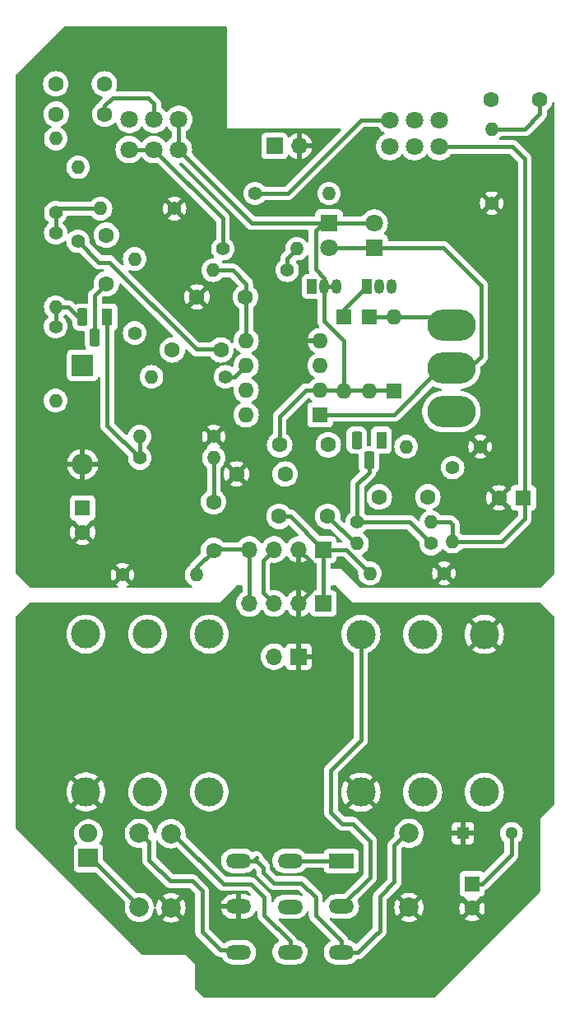
<source format=gbr>
%TF.GenerationSoftware,KiCad,Pcbnew,7.0.2-6a45011f42~172~ubuntu22.04.1*%
%TF.CreationDate,2023-05-16T10:09:17+01:00*%
%TF.ProjectId,greenbean,67726565-6e62-4656-916e-2e6b69636164,rev?*%
%TF.SameCoordinates,Original*%
%TF.FileFunction,Copper,L1,Top*%
%TF.FilePolarity,Positive*%
%FSLAX46Y46*%
G04 Gerber Fmt 4.6, Leading zero omitted, Abs format (unit mm)*
G04 Created by KiCad (PCBNEW 7.0.2-6a45011f42~172~ubuntu22.04.1) date 2023-05-16 10:09:17*
%MOMM*%
%LPD*%
G01*
G04 APERTURE LIST*
G04 Aperture macros list*
%AMRoundRect*
0 Rectangle with rounded corners*
0 $1 Rounding radius*
0 $2 $3 $4 $5 $6 $7 $8 $9 X,Y pos of 4 corners*
0 Add a 4 corners polygon primitive as box body*
4,1,4,$2,$3,$4,$5,$6,$7,$8,$9,$2,$3,0*
0 Add four circle primitives for the rounded corners*
1,1,$1+$1,$2,$3*
1,1,$1+$1,$4,$5*
1,1,$1+$1,$6,$7*
1,1,$1+$1,$8,$9*
0 Add four rect primitives between the rounded corners*
20,1,$1+$1,$2,$3,$4,$5,0*
20,1,$1+$1,$4,$5,$6,$7,0*
20,1,$1+$1,$6,$7,$8,$9,0*
20,1,$1+$1,$8,$9,$2,$3,0*%
G04 Aperture macros list end*
%TA.AperFunction,ComponentPad*%
%ADD10R,1.050000X1.500000*%
%TD*%
%TA.AperFunction,ComponentPad*%
%ADD11O,1.050000X1.500000*%
%TD*%
%TA.AperFunction,ComponentPad*%
%ADD12C,1.400000*%
%TD*%
%TA.AperFunction,ComponentPad*%
%ADD13O,1.400000X1.400000*%
%TD*%
%TA.AperFunction,ComponentPad*%
%ADD14C,1.600000*%
%TD*%
%TA.AperFunction,ComponentPad*%
%ADD15R,1.600000X1.600000*%
%TD*%
%TA.AperFunction,ComponentPad*%
%ADD16O,1.600000X1.600000*%
%TD*%
%TA.AperFunction,ComponentPad*%
%ADD17C,3.000000*%
%TD*%
%TA.AperFunction,ComponentPad*%
%ADD18R,1.300000X1.300000*%
%TD*%
%TA.AperFunction,ComponentPad*%
%ADD19C,1.300000*%
%TD*%
%TA.AperFunction,ComponentPad*%
%ADD20R,2.600000X1.500000*%
%TD*%
%TA.AperFunction,ComponentPad*%
%ADD21O,2.600000X1.500000*%
%TD*%
%TA.AperFunction,ComponentPad*%
%ADD22R,1.700000X1.700000*%
%TD*%
%TA.AperFunction,ComponentPad*%
%ADD23O,1.700000X1.700000*%
%TD*%
%TA.AperFunction,ComponentPad*%
%ADD24O,5.000000X3.200000*%
%TD*%
%TA.AperFunction,ComponentPad*%
%ADD25R,1.800000X1.800000*%
%TD*%
%TA.AperFunction,ComponentPad*%
%ADD26C,1.800000*%
%TD*%
%TA.AperFunction,ComponentPad*%
%ADD27R,2.200000X2.200000*%
%TD*%
%TA.AperFunction,ComponentPad*%
%ADD28O,2.200000X2.200000*%
%TD*%
%TA.AperFunction,ComponentPad*%
%ADD29C,1.998980*%
%TD*%
%TA.AperFunction,ComponentPad*%
%ADD30R,2.000000X1.900000*%
%TD*%
%TA.AperFunction,ComponentPad*%
%ADD31C,1.900000*%
%TD*%
%TA.AperFunction,ComponentPad*%
%ADD32R,1.100000X1.800000*%
%TD*%
%TA.AperFunction,ComponentPad*%
%ADD33RoundRect,0.275000X0.275000X0.625000X-0.275000X0.625000X-0.275000X-0.625000X0.275000X-0.625000X0*%
%TD*%
%TA.AperFunction,Conductor*%
%ADD34C,0.400000*%
%TD*%
G04 APERTURE END LIST*
D10*
%TO.P,Q4,1,S*%
%TO.N,Net-(Q1-D)*%
X152080000Y-79720000D03*
D11*
%TO.P,Q4,2,G*%
%TO.N,A*%
X153350000Y-79720000D03*
%TO.P,Q4,3,D*%
X154620000Y-79720000D03*
%TD*%
D12*
%TO.P,R16,1*%
%TO.N,GND*%
X132590000Y-109400000D03*
D13*
%TO.P,R16,2*%
%TO.N,{slash}O*%
X140210000Y-109400000D03*
%TD*%
D12*
%TO.P,R2,1*%
%TO.N,Net-(Q2-B)*%
X164360000Y-106180000D03*
D13*
%TO.P,R2,2*%
%TO.N,Net-(C1-Pad2)*%
X156740000Y-106180000D03*
%TD*%
D12*
%TO.P,R19,1*%
%TO.N,VB*%
X125710000Y-74220000D03*
D13*
%TO.P,R19,2*%
%TO.N,VC*%
X125710000Y-81840000D03*
%TD*%
D12*
%TO.P,R13,1*%
%TO.N,Net-(Q3-B)*%
X133840000Y-84510000D03*
D13*
%TO.P,R13,2*%
%TO.N,VB*%
X133840000Y-76890000D03*
%TD*%
D14*
%TO.P,C10,1*%
%TO.N,Net-(C10-Pad1)*%
X141960000Y-101880000D03*
%TO.P,C10,2*%
%TO.N,{slash}O*%
X141960000Y-106880000D03*
%TD*%
D15*
%TO.P,D4,1,K*%
%TO.N,Net-(D3-A)*%
X157970000Y-82900000D03*
D16*
%TO.P,D4,2,A*%
%TO.N,A*%
X157970000Y-90520000D03*
%TD*%
D14*
%TO.P,C7,1*%
%TO.N,Net-(C7-Pad1)*%
X175560000Y-60530000D03*
%TO.P,C7,2*%
%TO.N,Net-(C7-Pad2)*%
X170560000Y-60530000D03*
%TD*%
D12*
%TO.P,R1,1*%
%TO.N,GND*%
X165680000Y-109240000D03*
D13*
%TO.P,R1,2*%
%TO.N,{slash}I*%
X158060000Y-109240000D03*
%TD*%
D17*
%TO.P,J3,1*%
%TO.N,GND*%
X128830000Y-131710000D03*
%TO.P,J3,2*%
%TO.N,Net-(J3-Pad2)*%
X141530000Y-131710000D03*
%TO.P,J3,3*%
%TO.N,N/C*%
X135180000Y-131710000D03*
%TO.P,J3,4*%
X128830000Y-115480000D03*
%TO.P,J3,5*%
X141530000Y-115480000D03*
%TO.P,J3,6*%
X135180000Y-115480000D03*
%TD*%
D12*
%TO.P,R3,1*%
%TO.N,Net-(Q2-B)*%
X156740000Y-103960000D03*
D13*
%TO.P,R3,2*%
%TO.N,VB*%
X164360000Y-103960000D03*
%TD*%
D18*
%TO.P,C1,1*%
%TO.N,GND*%
X167630000Y-135980000D03*
D19*
%TO.P,C1,2*%
%TO.N,+9V*%
X172630000Y-135980000D03*
%TD*%
D14*
%TO.P,C9,1*%
%TO.N,Net-(C9-Pad1)*%
X130930000Y-74450000D03*
%TO.P,C9,2*%
%TO.N,Net-(Q3-B)*%
X130930000Y-79450000D03*
%TD*%
D20*
%TO.P,SW1,1*%
%TO.N,Net-(SW1-Pad1)*%
X155130000Y-138805000D03*
D21*
%TO.P,SW1,2*%
X149830000Y-138805000D03*
%TO.P,SW1,3*%
%TO.N,/I*%
X144530000Y-138805000D03*
%TO.P,SW1,4*%
%TO.N,Net-(J2-Pad2)*%
X155130000Y-143505000D03*
%TO.P,SW1,5*%
%TO.N,Net-(J3-Pad2)*%
X149830000Y-143530000D03*
%TO.P,SW1,6*%
%TO.N,GND*%
X144530000Y-143505000D03*
%TO.P,SW1,7*%
%TO.N,/I*%
X155130000Y-148205000D03*
%TO.P,SW1,8*%
%TO.N,/O*%
X149830000Y-148205000D03*
%TO.P,SW1,9*%
%TO.N,Net-(R3-Pad2)*%
X144530000Y-148205000D03*
%TD*%
D14*
%TO.P,C3,1*%
%TO.N,A*%
X148770000Y-96010000D03*
%TO.P,C3,2*%
%TO.N,B*%
X153770000Y-96010000D03*
%TD*%
D12*
%TO.P,R6,1*%
%TO.N,VB*%
X125730000Y-72140000D03*
D13*
%TO.P,R6,2*%
%TO.N,Net-(C4-Pad1)*%
X125730000Y-64520000D03*
%TD*%
D14*
%TO.P,C2,1*%
%TO.N,Net-(Q2-E)*%
X159020000Y-101380000D03*
%TO.P,C2,2*%
%TO.N,Net-(U1A-+)*%
X164020000Y-101380000D03*
%TD*%
D10*
%TO.P,Q1,1,S*%
%TO.N,Net-(D5-K)*%
X157730000Y-79730000D03*
D11*
%TO.P,Q1,2,G*%
%TO.N,Net-(Q1-D)*%
X159000000Y-79730000D03*
%TO.P,Q1,3,D*%
X160270000Y-79730000D03*
%TD*%
D14*
%TO.P,C5,1*%
%TO.N,Net-(C4-Pad1)*%
X125770000Y-62010000D03*
%TO.P,C5,2*%
%TO.N,Net-(C5-Pad2)*%
X130770000Y-62010000D03*
%TD*%
D12*
%TO.P,R5,1*%
%TO.N,Net-(U1A-+)*%
X166570000Y-98360000D03*
D13*
%TO.P,R5,2*%
%TO.N,VB*%
X166570000Y-105980000D03*
%TD*%
D15*
%TO.P,U1,1*%
%TO.N,B*%
X152930000Y-92930000D03*
D16*
%TO.P,U1,2,-*%
%TO.N,A*%
X152930000Y-90390000D03*
%TO.P,U1,3,+*%
%TO.N,Net-(U1A-+)*%
X152930000Y-87850000D03*
%TO.P,U1,4,V-*%
%TO.N,GND*%
X152930000Y-85310000D03*
%TO.P,U1,5,+*%
%TO.N,Net-(U1B-+)*%
X145310000Y-85310000D03*
%TO.P,U1,6,-*%
%TO.N,Net-(U1B--)*%
X145310000Y-87850000D03*
%TO.P,U1,7*%
%TO.N,Net-(C8-Pad1)*%
X145310000Y-90390000D03*
%TO.P,U1,8,V+*%
%TO.N,VC*%
X145310000Y-92930000D03*
%TD*%
D22*
%TO.P,JOVGI1,1*%
%TO.N,{slash}I*%
X153280000Y-112330000D03*
D23*
%TO.P,JOVGI1,2*%
%TO.N,GND*%
X150740000Y-112330000D03*
%TO.P,JOVGI1,3*%
%TO.N,+9V*%
X148200000Y-112330000D03*
%TO.P,JOVGI1,4*%
%TO.N,{slash}O*%
X145660000Y-112330000D03*
%TD*%
D12*
%TO.P,R10,1*%
%TO.N,GND*%
X170590000Y-71160000D03*
D13*
%TO.P,R10,2*%
%TO.N,Net-(C7-Pad1)*%
X170590000Y-63540000D03*
%TD*%
D12*
%TO.P,R8,1*%
%TO.N,B*%
X149540000Y-78060000D03*
D13*
%TO.P,R8,2*%
%TO.N,Net-(U1B-+)*%
X141920000Y-78060000D03*
%TD*%
D24*
%TO.P,SW1,1,A*%
%TO.N,Net-(D3-A)*%
X166440000Y-83690000D03*
%TO.P,SW1,2,B*%
%TO.N,B*%
X166440000Y-88140000D03*
%TO.P,SW1,3,C*%
%TO.N,Net-(Q1-D)*%
X166440000Y-92590000D03*
%TD*%
D12*
%TO.P,R7,1*%
%TO.N,Net-(DRIVE1-Pad2)*%
X142920000Y-75840000D03*
D13*
%TO.P,R7,2*%
%TO.N,B*%
X150540000Y-75840000D03*
%TD*%
D25*
%TO.P,D1,1,K*%
%TO.N,A*%
X153850000Y-73200000D03*
D26*
%TO.P,D1,2,A*%
%TO.N,B*%
X153850000Y-75740000D03*
%TD*%
D27*
%TO.P,D7,1,K*%
%TO.N,VC*%
X128490000Y-87830000D03*
D28*
%TO.P,D7,2,A*%
%TO.N,GND*%
X128490000Y-97990000D03*
%TD*%
D12*
%TO.P,R9,1*%
%TO.N,Net-(U1B-+)*%
X146230000Y-70160000D03*
D13*
%TO.P,R9,2*%
%TO.N,VB*%
X153850000Y-70160000D03*
%TD*%
D22*
%TO.P,J4,1*%
%TO.N,GND*%
X150720000Y-117790000D03*
D23*
%TO.P,J4,2*%
%TO.N,+9V*%
X148180000Y-117790000D03*
%TD*%
D15*
%TO.P,D5,1,K*%
%TO.N,Net-(D5-K)*%
X155400000Y-82880000D03*
D16*
%TO.P,D5,2,A*%
%TO.N,A*%
X155400000Y-90500000D03*
%TD*%
D29*
%TO.P,R2,1*%
%TO.N,/O*%
X137580000Y-136000000D03*
%TO.P,R2,2*%
%TO.N,GND*%
X137580000Y-143620000D03*
%TD*%
D14*
%TO.P,C4,1*%
%TO.N,Net-(C4-Pad1)*%
X125730000Y-58890000D03*
%TO.P,C4,2*%
%TO.N,A*%
X130730000Y-58890000D03*
%TD*%
D30*
%TO.P,D1,1*%
%TO.N,Net-(D1-Pad1)*%
X129080000Y-138520000D03*
D31*
%TO.P,D1,2*%
%TO.N,+9V*%
X129080000Y-135980000D03*
%TD*%
D12*
%TO.P,R12,1*%
%TO.N,Net-(C8-Pad2)*%
X128020000Y-75080000D03*
D13*
%TO.P,R12,2*%
%TO.N,Net-(R12-Pad2)*%
X128020000Y-67460000D03*
%TD*%
D29*
%TO.P,R3,1*%
%TO.N,Net-(D1-Pad1)*%
X134330000Y-143600000D03*
%TO.P,R3,2*%
%TO.N,Net-(R3-Pad2)*%
X134330000Y-135980000D03*
%TD*%
D14*
%TO.P,C8,1*%
%TO.N,Net-(C8-Pad1)*%
X137720000Y-86250000D03*
%TO.P,C8,2*%
%TO.N,Net-(C8-Pad2)*%
X142720000Y-86250000D03*
%TD*%
D25*
%TO.P,D2,1,K*%
%TO.N,B*%
X158500000Y-75745000D03*
D26*
%TO.P,D2,2,A*%
%TO.N,A*%
X158500000Y-73205000D03*
%TD*%
D29*
%TO.P,R1,1*%
%TO.N,/I*%
X162080000Y-135980000D03*
%TO.P,R1,2*%
%TO.N,GND*%
X162080000Y-143600000D03*
%TD*%
D12*
%TO.P,R14,1*%
%TO.N,GND*%
X141990000Y-95160000D03*
D13*
%TO.P,R14,2*%
%TO.N,Net-(Q3-E)*%
X134370000Y-95160000D03*
%TD*%
D32*
%TO.P,Q3,1,E*%
%TO.N,Net-(Q3-E)*%
X131010000Y-82890000D03*
D33*
%TO.P,Q3,2,B*%
%TO.N,Net-(Q3-B)*%
X129740000Y-84960000D03*
%TO.P,Q3,3,C*%
%TO.N,VC*%
X128470000Y-82890000D03*
%TD*%
D15*
%TO.P,C13,1*%
%TO.N,VC*%
X128490000Y-102510000D03*
D14*
%TO.P,C13,2*%
%TO.N,GND*%
X128490000Y-105010000D03*
%TD*%
D12*
%TO.P,R18,1*%
%TO.N,VC*%
X125700000Y-83840000D03*
D13*
%TO.P,R18,2*%
%TO.N,+9V*%
X125700000Y-91460000D03*
%TD*%
D17*
%TO.P,J2,1*%
%TO.N,GND*%
X169830000Y-115510000D03*
%TO.P,J2,2*%
%TO.N,Net-(J2-Pad2)*%
X157130000Y-115510000D03*
%TO.P,J2,3*%
%TO.N,N/C*%
X163480000Y-115510000D03*
%TO.P,J2,4*%
X169830000Y-131740000D03*
%TO.P,J2,5*%
%TO.N,GND*%
X157130000Y-131740000D03*
%TO.P,J2,6*%
%TO.N,N/C*%
X163480000Y-131740000D03*
%TD*%
D14*
%TO.P,C1,1*%
%TO.N,{slash}I*%
X148710000Y-103370000D03*
%TO.P,C1,2*%
%TO.N,Net-(C1-Pad2)*%
X153710000Y-103370000D03*
%TD*%
D32*
%TO.P,Q2,1,E*%
%TO.N,Net-(Q2-E)*%
X159230000Y-95530000D03*
D33*
%TO.P,Q2,2,B*%
%TO.N,Net-(Q2-B)*%
X157960000Y-97600000D03*
%TO.P,Q2,3,C*%
%TO.N,VC*%
X156690000Y-95530000D03*
%TD*%
D14*
%TO.P,C6,1*%
%TO.N,GND*%
X140250000Y-80810000D03*
%TO.P,C6,2*%
%TO.N,Net-(U1B-+)*%
X145250000Y-80810000D03*
%TD*%
D12*
%TO.P,R11,1*%
%TO.N,Net-(U1B--)*%
X143190000Y-89010000D03*
D13*
%TO.P,R11,2*%
%TO.N,Net-(C8-Pad1)*%
X135570000Y-89010000D03*
%TD*%
D15*
%TO.P,D3,1,K*%
%TO.N,A*%
X160530000Y-90520000D03*
D16*
%TO.P,D3,2,A*%
%TO.N,Net-(D3-A)*%
X160530000Y-82900000D03*
%TD*%
D22*
%TO.P,J1,1*%
%TO.N,+9V*%
X148230000Y-65280000D03*
D23*
%TO.P,J1,2*%
%TO.N,GND*%
X150770000Y-65280000D03*
%TD*%
D12*
%TO.P,R20,1*%
%TO.N,GND*%
X137950000Y-71720000D03*
D13*
%TO.P,R20,2*%
%TO.N,VB*%
X130330000Y-71720000D03*
%TD*%
D15*
%TO.P,C2,1*%
%TO.N,+9V*%
X168580000Y-141180000D03*
D14*
%TO.P,C2,2*%
%TO.N,GND*%
X168580000Y-143680000D03*
%TD*%
D12*
%TO.P,R4,1*%
%TO.N,GND*%
X169410000Y-96200000D03*
D13*
%TO.P,R4,2*%
%TO.N,Net-(Q2-E)*%
X161790000Y-96200000D03*
%TD*%
D14*
%TO.P,C11,1*%
%TO.N,GND*%
X144330000Y-99020000D03*
%TO.P,C11,2*%
%TO.N,VC*%
X149330000Y-99020000D03*
%TD*%
D15*
%TO.P,C12,1*%
%TO.N,VB*%
X173842651Y-101470000D03*
D14*
%TO.P,C12,2*%
%TO.N,GND*%
X171342651Y-101470000D03*
%TD*%
D22*
%TO.P,JOVGI2,1*%
%TO.N,{slash}I*%
X153280000Y-106780000D03*
D23*
%TO.P,JOVGI2,2*%
%TO.N,GND*%
X150740000Y-106780000D03*
%TO.P,JOVGI2,3*%
%TO.N,+9V*%
X148200000Y-106780000D03*
%TO.P,JOVGI2,4*%
%TO.N,{slash}O*%
X145660000Y-106780000D03*
%TD*%
D12*
%TO.P,R15,1*%
%TO.N,Net-(Q3-E)*%
X134370000Y-97370000D03*
D13*
%TO.P,R15,2*%
%TO.N,Net-(C10-Pad1)*%
X141990000Y-97370000D03*
%TD*%
D26*
%TO.P,TONE,1,1*%
%TO.N,Net-(U1B-+)*%
X160150000Y-62590000D03*
%TO.P,TONE,2,2*%
%TO.N,Net-(C7-Pad2)*%
X162690000Y-62590000D03*
%TO.P,TONE,3,3*%
%TO.N,Net-(U1B--)*%
X165230000Y-62590000D03*
%TD*%
%TO.P,DRIVE,1,1*%
%TO.N,A*%
X138355000Y-65635000D03*
%TO.P,DRIVE,2,2*%
%TO.N,Net-(DRIVE1-Pad2)*%
X135815000Y-65635000D03*
%TO.P,DRIVE,3,3*%
X133275000Y-65635000D03*
%TD*%
%TO.P,LOW,1,1*%
%TO.N,unconnected-(LOW1-Pad1)*%
X133315000Y-62535000D03*
%TO.P,LOW,2,2*%
%TO.N,Net-(C5-Pad2)*%
X135855000Y-62535000D03*
%TO.P,LOW,3,3*%
%TO.N,A*%
X138395000Y-62535000D03*
%TD*%
%TO.P,VOL,1,1*%
%TO.N,VB*%
X165175000Y-65355000D03*
%TO.P,VOL,2,2*%
%TO.N,Net-(C9-Pad1)*%
X162635000Y-65355000D03*
%TO.P,VOL,3,3*%
%TO.N,Net-(R12-Pad2)*%
X160095000Y-65355000D03*
%TD*%
D34*
%TO.N,Net-(C1-Pad2)*%
X153710000Y-103370000D02*
X156520000Y-106180000D01*
%TO.N,A*%
X148770000Y-93130000D02*
X148770000Y-96010000D01*
X138395000Y-62535000D02*
X138395000Y-65595000D01*
X152930000Y-90390000D02*
X151510000Y-90390000D01*
X152470000Y-77970000D02*
X153350000Y-78850000D01*
X145920000Y-73200000D02*
X153850000Y-73200000D01*
X153850000Y-73200000D02*
X158495000Y-73200000D01*
X138355000Y-65635000D02*
X145920000Y-73200000D01*
X153350000Y-79720000D02*
X153350000Y-83300000D01*
X153240000Y-73200000D02*
X152470000Y-73970000D01*
X152930000Y-90390000D02*
X160400000Y-90390000D01*
X153350000Y-83300000D02*
X155400000Y-85350000D01*
X148770000Y-93130000D02*
X151510000Y-90390000D01*
X153350000Y-79720000D02*
X154620000Y-79720000D01*
X152470000Y-73970000D02*
X152470000Y-77970000D01*
X153350000Y-78850000D02*
X153350000Y-79720000D01*
X155400000Y-85350000D02*
X155400000Y-90500000D01*
%TO.N,B*%
X149540000Y-78060000D02*
X149540000Y-76840000D01*
X169520000Y-79680000D02*
X165585000Y-75745000D01*
X149540000Y-76840000D02*
X150540000Y-75840000D01*
X168280000Y-88140000D02*
X169520000Y-86900000D01*
X152930000Y-92930000D02*
X160520000Y-92930000D01*
X165585000Y-75745000D02*
X158500000Y-75745000D01*
X160520000Y-92930000D02*
X165310000Y-88140000D01*
X153850000Y-75740000D02*
X158495000Y-75740000D01*
X169520000Y-86900000D02*
X169520000Y-79680000D01*
%TO.N,Net-(C5-Pad2)*%
X131540000Y-60360000D02*
X135260000Y-60360000D01*
X135260000Y-60360000D02*
X135855000Y-60955000D01*
X135855000Y-60955000D02*
X135855000Y-62535000D01*
X130770000Y-61130000D02*
X131540000Y-60360000D01*
X130770000Y-62010000D02*
X130770000Y-61130000D01*
%TO.N,Net-(U1B-+)*%
X145310000Y-85310000D02*
X145310000Y-79430000D01*
X145310000Y-79430000D02*
X143940000Y-78060000D01*
X149580000Y-70160000D02*
X157150000Y-62590000D01*
X157150000Y-62590000D02*
X160150000Y-62590000D01*
X146230000Y-70160000D02*
X149580000Y-70160000D01*
X143940000Y-78060000D02*
X141920000Y-78060000D01*
%TO.N,Net-(C7-Pad1)*%
X174000000Y-63540000D02*
X175560000Y-61980000D01*
X170590000Y-63540000D02*
X174000000Y-63540000D01*
X175560000Y-61980000D02*
X175560000Y-60530000D01*
%TO.N,Net-(C8-Pad2)*%
X131250000Y-77230000D02*
X140220000Y-86200000D01*
X140220000Y-86200000D02*
X142320000Y-86200000D01*
X130170000Y-77230000D02*
X131250000Y-77230000D01*
X128020000Y-75080000D02*
X130170000Y-77230000D01*
%TO.N,Net-(Q3-B)*%
X129740000Y-80640000D02*
X130930000Y-79450000D01*
X129740000Y-84560000D02*
X129740000Y-80640000D01*
%TO.N,Net-(C10-Pad1)*%
X141990000Y-97370000D02*
X141990000Y-101410000D01*
%TO.N,+9V*%
X172630000Y-138130000D02*
X172630000Y-135980000D01*
X148200000Y-112330000D02*
X147080000Y-111210000D01*
X147080000Y-107900000D02*
X148200000Y-106780000D01*
X147080000Y-111210000D02*
X147080000Y-107900000D01*
X169580000Y-141180000D02*
X172630000Y-138130000D01*
X168580000Y-141180000D02*
X169580000Y-141180000D01*
%TO.N,Net-(D3-A)*%
X157970000Y-82900000D02*
X165650000Y-82900000D01*
%TO.N,Net-(D5-K)*%
X155400000Y-82880000D02*
X155400000Y-82060000D01*
X155400000Y-82060000D02*
X157730000Y-79730000D01*
%TO.N,VC*%
X127020000Y-81840000D02*
X128470000Y-83290000D01*
X125710000Y-81840000D02*
X125710000Y-83830000D01*
X125710000Y-81840000D02*
X127020000Y-81840000D01*
%TO.N,Net-(Q2-B)*%
X156740000Y-100070000D02*
X157960000Y-98850000D01*
X156740000Y-103960000D02*
X162140000Y-103960000D01*
X162140000Y-103960000D02*
X164360000Y-106180000D01*
X156740000Y-103960000D02*
X156740000Y-100070000D01*
X157960000Y-98850000D02*
X157960000Y-97200000D01*
%TO.N,VB*%
X130330000Y-71720000D02*
X126150000Y-71720000D01*
X164360000Y-103960000D02*
X166310000Y-103960000D01*
X174000000Y-103640000D02*
X171660000Y-105980000D01*
X171660000Y-105980000D02*
X166570000Y-105980000D01*
X174000000Y-66640000D02*
X174000000Y-103640000D01*
X172715000Y-65355000D02*
X174000000Y-66640000D01*
X165175000Y-65355000D02*
X172715000Y-65355000D01*
X125730000Y-72140000D02*
X125730000Y-74200000D01*
X166310000Y-103960000D02*
X166570000Y-104220000D01*
X166570000Y-104220000D02*
X166570000Y-105980000D01*
X126150000Y-71720000D02*
X125730000Y-72140000D01*
%TO.N,Net-(DRIVE1-Pad2)*%
X142920000Y-75840000D02*
X142920000Y-72740000D01*
X133275000Y-65635000D02*
X135815000Y-65635000D01*
X142920000Y-72740000D02*
X135815000Y-65635000D01*
%TO.N,Net-(U1B--)*%
X143190000Y-89010000D02*
X144150000Y-89010000D01*
X144150000Y-89010000D02*
X145310000Y-87850000D01*
%TO.N,Net-(Q3-E)*%
X131010000Y-94010000D02*
X134370000Y-97370000D01*
X134370000Y-95160000D02*
X134370000Y-97370000D01*
X131010000Y-83290000D02*
X131010000Y-94010000D01*
%TO.N,GND*%
X152080000Y-108120000D02*
X152080000Y-110990000D01*
X150740000Y-106780000D02*
X152080000Y-108120000D01*
X152080000Y-110990000D02*
X150740000Y-112330000D01*
%TO.N,{slash}I*%
X153280000Y-106780000D02*
X153280000Y-111481472D01*
X155600000Y-106780000D02*
X158060000Y-109240000D01*
X148710000Y-103370000D02*
X149870000Y-103370000D01*
X149870000Y-103370000D02*
X153280000Y-106780000D01*
X153280000Y-111481472D02*
X152855736Y-111905736D01*
X153280000Y-106780000D02*
X155600000Y-106780000D01*
%TO.N,{slash}O*%
X142690000Y-106740000D02*
X145620000Y-106740000D01*
X145660000Y-111481472D02*
X145235736Y-111905736D01*
X142550000Y-106600000D02*
X142690000Y-106740000D01*
X140210000Y-109400000D02*
X140210000Y-108630000D01*
X145660000Y-106780000D02*
X145660000Y-111481472D01*
X140210000Y-108630000D02*
X141960000Y-106880000D01*
%TO.N,Net-(D1-Pad1)*%
X129330000Y-138480000D02*
X134330000Y-143480000D01*
%TO.N,Net-(J2-Pad2)*%
X156270000Y-134990000D02*
X155240000Y-134990000D01*
X158080000Y-136800000D02*
X156270000Y-134990000D01*
X154060000Y-133810000D02*
X154060000Y-129470000D01*
X158080000Y-140480000D02*
X158080000Y-136800000D01*
X157130000Y-126400000D02*
X157130000Y-115510000D01*
X154060000Y-129470000D02*
X157130000Y-126400000D01*
X155130000Y-143430000D02*
X158080000Y-140480000D01*
X155240000Y-134990000D02*
X154060000Y-133810000D01*
%TO.N,Net-(R3-Pad2)*%
X142680000Y-147980000D02*
X144305000Y-147980000D01*
X134450000Y-135980000D02*
X135329489Y-136859489D01*
X137480000Y-140880000D02*
X139780000Y-140880000D01*
X140780000Y-146080000D02*
X142680000Y-147980000D01*
X135329489Y-136859489D02*
X135329489Y-138729489D01*
X139780000Y-140880000D02*
X140780000Y-141880000D01*
X140780000Y-141880000D02*
X140780000Y-146080000D01*
X135329489Y-138729489D02*
X137480000Y-140880000D01*
%TO.N,Net-(SW1-Pad1)*%
X149830000Y-138805000D02*
X155130000Y-138805000D01*
%TO.N,/O*%
X145780000Y-141180000D02*
X147180000Y-142580000D01*
X137800000Y-136000000D02*
X142980000Y-141180000D01*
X147180000Y-144405000D02*
X149830000Y-147055000D01*
X142980000Y-141180000D02*
X145780000Y-141180000D01*
X149830000Y-147055000D02*
X149830000Y-148205000D01*
X147180000Y-142580000D02*
X147180000Y-144405000D01*
%TO.N,/I*%
X150980000Y-141080000D02*
X148180000Y-141080000D01*
X147080000Y-139480000D02*
X146405000Y-138805000D01*
X147080000Y-139980000D02*
X147080000Y-139480000D01*
X155130000Y-148205000D02*
X156830000Y-148205000D01*
X146405000Y-138805000D02*
X146080000Y-138805000D01*
X156830000Y-148205000D02*
X158480000Y-146555000D01*
X155130000Y-148205000D02*
X155130000Y-147055000D01*
X158505000Y-146555000D02*
X159080000Y-145980000D01*
X158480000Y-146555000D02*
X158505000Y-146555000D01*
X155130000Y-147055000D02*
X152480000Y-144405000D01*
X159080000Y-145980000D02*
X159080000Y-142480000D01*
X160580000Y-140980000D02*
X160580000Y-137230000D01*
X152480000Y-142580000D02*
X150980000Y-141080000D01*
X146080000Y-138805000D02*
X146380000Y-138505000D01*
X160580000Y-137230000D02*
X162080000Y-135730000D01*
X148180000Y-141080000D02*
X147080000Y-139980000D01*
X144530000Y-138805000D02*
X146080000Y-138805000D01*
X152480000Y-144405000D02*
X152480000Y-142580000D01*
X159080000Y-142480000D02*
X160580000Y-140980000D01*
%TD*%
%TA.AperFunction,Conductor*%
%TO.N,GND*%
G36*
X143271621Y-53000502D02*
G01*
X143318114Y-53054158D01*
X143329500Y-53106500D01*
X143329500Y-63455072D01*
X143329415Y-63455500D01*
X143329458Y-63479999D01*
X143329500Y-63480099D01*
X143329616Y-63480382D01*
X143329617Y-63480383D01*
X143330000Y-63480541D01*
X143330002Y-63480539D01*
X143355014Y-63480524D01*
X143355014Y-63480528D01*
X143355158Y-63480500D01*
X154953340Y-63480500D01*
X155021461Y-63500502D01*
X155067954Y-63554158D01*
X155078058Y-63624432D01*
X155048564Y-63689012D01*
X155042435Y-63695595D01*
X149323435Y-69414595D01*
X149261123Y-69448621D01*
X149234340Y-69451500D01*
X147274800Y-69451500D01*
X147206679Y-69431498D01*
X147171588Y-69397772D01*
X147159301Y-69380224D01*
X147159297Y-69380220D01*
X147159296Y-69380218D01*
X147009779Y-69230701D01*
X146836559Y-69109411D01*
X146644909Y-69020043D01*
X146440655Y-68965314D01*
X146230000Y-68946884D01*
X146019344Y-68965314D01*
X145815090Y-69020043D01*
X145623440Y-69109411D01*
X145450220Y-69230701D01*
X145300701Y-69380220D01*
X145179411Y-69553440D01*
X145090043Y-69745090D01*
X145035314Y-69949344D01*
X145016884Y-70159999D01*
X145035314Y-70370655D01*
X145090043Y-70574909D01*
X145179411Y-70766559D01*
X145300701Y-70939779D01*
X145450220Y-71089298D01*
X145623440Y-71210588D01*
X145623441Y-71210588D01*
X145623442Y-71210589D01*
X145815090Y-71299956D01*
X146019345Y-71354686D01*
X146230000Y-71373116D01*
X146440655Y-71354686D01*
X146644910Y-71299956D01*
X146836558Y-71210589D01*
X147009776Y-71089301D01*
X147159301Y-70939776D01*
X147171587Y-70922228D01*
X147227043Y-70877901D01*
X147274800Y-70868500D01*
X149554782Y-70868500D01*
X149562390Y-70868730D01*
X149623091Y-70872402D01*
X149623091Y-70872401D01*
X149623093Y-70872402D01*
X149682941Y-70861434D01*
X149690398Y-70860299D01*
X149750801Y-70852965D01*
X149760328Y-70849351D01*
X149782294Y-70843227D01*
X149792329Y-70841389D01*
X149847797Y-70816423D01*
X149854802Y-70813522D01*
X149911675Y-70791954D01*
X149920069Y-70786159D01*
X149939926Y-70774960D01*
X149949226Y-70770775D01*
X149997140Y-70733235D01*
X150003179Y-70728791D01*
X150053273Y-70694215D01*
X150093612Y-70648680D01*
X150098811Y-70643157D01*
X150581968Y-70160000D01*
X152636884Y-70160000D01*
X152655314Y-70370655D01*
X152710043Y-70574909D01*
X152799411Y-70766559D01*
X152920701Y-70939779D01*
X153070220Y-71089298D01*
X153243440Y-71210588D01*
X153243441Y-71210588D01*
X153243442Y-71210589D01*
X153435090Y-71299956D01*
X153639345Y-71354686D01*
X153850000Y-71373116D01*
X154060655Y-71354686D01*
X154264910Y-71299956D01*
X154456558Y-71210589D01*
X154528808Y-71159999D01*
X169377386Y-71159999D01*
X169395808Y-71370568D01*
X169450515Y-71574738D01*
X169539846Y-71766308D01*
X169574701Y-71816086D01*
X169574702Y-71816086D01*
X170201487Y-71189302D01*
X170236372Y-71189302D01*
X170265047Y-71302538D01*
X170328936Y-71400327D01*
X170421115Y-71472072D01*
X170531595Y-71510000D01*
X170619005Y-71510000D01*
X170705216Y-71495614D01*
X170807947Y-71440019D01*
X170887060Y-71354079D01*
X170933982Y-71247108D01*
X170941200Y-71160001D01*
X170949210Y-71160001D01*
X171605296Y-71816087D01*
X171605297Y-71816087D01*
X171640156Y-71766304D01*
X171729483Y-71574740D01*
X171784191Y-71370568D01*
X171802613Y-71159999D01*
X171784191Y-70949431D01*
X171729484Y-70745261D01*
X171640153Y-70553691D01*
X171605297Y-70503912D01*
X171605296Y-70503912D01*
X170949210Y-71159999D01*
X170949210Y-71160001D01*
X170941200Y-71160001D01*
X170943628Y-71130698D01*
X170914953Y-71017462D01*
X170851064Y-70919673D01*
X170758885Y-70847928D01*
X170648405Y-70810000D01*
X170560995Y-70810000D01*
X170474784Y-70824386D01*
X170372053Y-70879981D01*
X170292940Y-70965921D01*
X170246018Y-71072892D01*
X170236372Y-71189302D01*
X170201487Y-71189302D01*
X170230790Y-71159999D01*
X169574703Y-70503912D01*
X169574702Y-70503912D01*
X169539845Y-70553693D01*
X169450515Y-70745262D01*
X169395808Y-70949431D01*
X169377386Y-71159999D01*
X154528808Y-71159999D01*
X154629776Y-71089301D01*
X154779301Y-70939776D01*
X154900589Y-70766558D01*
X154989956Y-70574910D01*
X155044686Y-70370655D01*
X155063116Y-70160000D01*
X155061778Y-70144703D01*
X169933912Y-70144703D01*
X170589999Y-70800790D01*
X170590000Y-70800790D01*
X171246086Y-70144702D01*
X171246086Y-70144701D01*
X171196308Y-70109846D01*
X171004738Y-70020515D01*
X170800568Y-69965808D01*
X170590000Y-69947386D01*
X170379431Y-69965808D01*
X170175262Y-70020515D01*
X169983693Y-70109845D01*
X169933912Y-70144702D01*
X169933912Y-70144703D01*
X155061778Y-70144703D01*
X155044686Y-69949345D01*
X154989956Y-69745090D01*
X154900589Y-69553442D01*
X154779301Y-69380224D01*
X154779300Y-69380223D01*
X154779298Y-69380220D01*
X154629779Y-69230701D01*
X154456559Y-69109411D01*
X154264909Y-69020043D01*
X154060655Y-68965314D01*
X153850000Y-68946884D01*
X153849999Y-68946884D01*
X153639344Y-68965314D01*
X153435090Y-69020043D01*
X153243440Y-69109411D01*
X153070220Y-69230701D01*
X152920701Y-69380220D01*
X152799411Y-69553440D01*
X152710043Y-69745090D01*
X152655314Y-69949344D01*
X152636884Y-70160000D01*
X150581968Y-70160000D01*
X157406564Y-63335405D01*
X157468877Y-63301379D01*
X157495660Y-63298500D01*
X158862237Y-63298500D01*
X158930358Y-63318502D01*
X158967719Y-63355583D01*
X158985482Y-63382771D01*
X159034686Y-63458083D01*
X159142150Y-63574820D01*
X159192780Y-63629818D01*
X159376983Y-63773190D01*
X159513011Y-63846804D01*
X159563401Y-63896816D01*
X159578753Y-63966133D01*
X159554193Y-64032746D01*
X159513010Y-64068431D01*
X159321983Y-64171810D01*
X159294094Y-64193517D01*
X159137779Y-64315182D01*
X158979684Y-64486919D01*
X158852016Y-64682330D01*
X158758250Y-64896094D01*
X158725354Y-65025999D01*
X158700949Y-65122374D01*
X158681673Y-65355000D01*
X158700949Y-65587626D01*
X158700949Y-65587629D01*
X158700950Y-65587630D01*
X158749664Y-65780000D01*
X158758251Y-65813907D01*
X158852016Y-66027669D01*
X158979686Y-66223083D01*
X159137780Y-66394818D01*
X159321983Y-66538190D01*
X159527273Y-66649287D01*
X159748049Y-66725080D01*
X159978288Y-66763500D01*
X159978291Y-66763500D01*
X160211709Y-66763500D01*
X160211712Y-66763500D01*
X160441951Y-66725080D01*
X160662727Y-66649287D01*
X160868017Y-66538190D01*
X161052220Y-66394818D01*
X161210314Y-66223083D01*
X161259518Y-66147769D01*
X161313521Y-66101683D01*
X161383869Y-66092108D01*
X161448226Y-66122085D01*
X161470480Y-66147767D01*
X161519686Y-66223083D01*
X161677780Y-66394818D01*
X161861983Y-66538190D01*
X162067273Y-66649287D01*
X162288049Y-66725080D01*
X162518288Y-66763500D01*
X162518291Y-66763500D01*
X162751709Y-66763500D01*
X162751712Y-66763500D01*
X162981951Y-66725080D01*
X163202727Y-66649287D01*
X163408017Y-66538190D01*
X163592220Y-66394818D01*
X163750314Y-66223083D01*
X163799518Y-66147769D01*
X163853521Y-66101683D01*
X163923869Y-66092108D01*
X163988226Y-66122085D01*
X164010480Y-66147767D01*
X164059686Y-66223083D01*
X164217780Y-66394818D01*
X164401983Y-66538190D01*
X164607273Y-66649287D01*
X164828049Y-66725080D01*
X165058288Y-66763500D01*
X165058291Y-66763500D01*
X165291709Y-66763500D01*
X165291712Y-66763500D01*
X165521951Y-66725080D01*
X165742727Y-66649287D01*
X165948017Y-66538190D01*
X166132220Y-66394818D01*
X166290314Y-66223083D01*
X166357280Y-66120583D01*
X166411284Y-66074496D01*
X166462763Y-66063500D01*
X172369340Y-66063500D01*
X172437461Y-66083502D01*
X172458435Y-66100405D01*
X173254595Y-66896565D01*
X173288621Y-66958877D01*
X173291500Y-66985660D01*
X173291500Y-100035500D01*
X173271498Y-100103621D01*
X173217842Y-100150114D01*
X173165500Y-100161500D01*
X172994013Y-100161500D01*
X172990664Y-100161859D01*
X172990664Y-100161860D01*
X172933450Y-100168011D01*
X172796445Y-100219111D01*
X172679389Y-100306738D01*
X172591762Y-100423794D01*
X172540662Y-100560799D01*
X172534180Y-100621083D01*
X172534180Y-100621086D01*
X172534154Y-100621324D01*
X172534151Y-100621359D01*
X172534171Y-100621113D01*
X172510747Y-100687485D01*
X172454673Y-100731031D01*
X172438486Y-100733374D01*
X171741378Y-101430481D01*
X171727816Y-101344852D01*
X171670292Y-101231955D01*
X171580696Y-101142359D01*
X171467799Y-101084835D01*
X171382168Y-101071272D01*
X172070539Y-100382899D01*
X171999148Y-100332912D01*
X171791721Y-100236186D01*
X171570650Y-100176951D01*
X171342650Y-100157004D01*
X171114651Y-100176951D01*
X170893580Y-100236186D01*
X170686150Y-100332913D01*
X170614760Y-100382900D01*
X171303132Y-101071272D01*
X171217503Y-101084835D01*
X171104606Y-101142359D01*
X171015010Y-101231955D01*
X170957486Y-101344852D01*
X170943923Y-101430481D01*
X170255551Y-100742109D01*
X170205564Y-100813499D01*
X170108837Y-101020929D01*
X170049602Y-101242000D01*
X170029655Y-101470000D01*
X170049602Y-101697999D01*
X170108837Y-101919070D01*
X170205563Y-102126497D01*
X170255550Y-102197887D01*
X170943923Y-101509516D01*
X170957486Y-101595148D01*
X171015010Y-101708045D01*
X171104606Y-101797641D01*
X171217503Y-101855165D01*
X171303133Y-101868727D01*
X170614761Y-102557098D01*
X170614761Y-102557100D01*
X170686148Y-102607085D01*
X170893580Y-102703813D01*
X171114651Y-102763048D01*
X171342651Y-102782995D01*
X171570650Y-102763048D01*
X171791721Y-102703813D01*
X171999149Y-102607087D01*
X172070539Y-102557099D01*
X172070539Y-102557097D01*
X171382169Y-101868727D01*
X171467799Y-101855165D01*
X171580696Y-101797641D01*
X171670292Y-101708045D01*
X171727816Y-101595148D01*
X171741378Y-101509518D01*
X172441363Y-102209503D01*
X172467180Y-102214692D01*
X172518172Y-102264091D01*
X172534157Y-102318718D01*
X172534151Y-102318640D01*
X172534510Y-102321980D01*
X172534511Y-102321993D01*
X172540662Y-102379200D01*
X172591762Y-102516205D01*
X172679389Y-102633261D01*
X172796445Y-102720888D01*
X172796446Y-102720888D01*
X172796447Y-102720889D01*
X172933450Y-102771989D01*
X172994013Y-102778500D01*
X173165500Y-102778500D01*
X173233621Y-102798502D01*
X173280114Y-102852158D01*
X173291500Y-102904500D01*
X173291500Y-103294339D01*
X173271498Y-103362460D01*
X173254595Y-103383434D01*
X171403435Y-105234595D01*
X171341123Y-105268620D01*
X171314340Y-105271500D01*
X167614800Y-105271500D01*
X167546679Y-105251498D01*
X167511588Y-105217772D01*
X167499301Y-105200224D01*
X167499297Y-105200220D01*
X167499296Y-105200218D01*
X167349778Y-105050700D01*
X167332228Y-105038411D01*
X167287900Y-104982953D01*
X167278500Y-104935199D01*
X167278500Y-104245222D01*
X167278730Y-104237614D01*
X167282402Y-104176908D01*
X167278594Y-104156127D01*
X167271435Y-104117064D01*
X167270293Y-104109555D01*
X167262965Y-104049200D01*
X167259350Y-104039667D01*
X167253227Y-104017702D01*
X167251389Y-104007671D01*
X167226420Y-103952193D01*
X167223525Y-103945204D01*
X167201954Y-103888325D01*
X167199983Y-103885470D01*
X167196160Y-103879931D01*
X167184957Y-103860068D01*
X167180775Y-103850775D01*
X167143271Y-103802905D01*
X167138772Y-103796790D01*
X167113990Y-103760889D01*
X167104215Y-103746727D01*
X167058682Y-103706388D01*
X167053141Y-103701171D01*
X166828827Y-103476857D01*
X166823610Y-103471316D01*
X166783273Y-103425785D01*
X166752743Y-103404711D01*
X166733220Y-103391235D01*
X166727092Y-103386725D01*
X166679224Y-103349223D01*
X166669922Y-103345036D01*
X166650068Y-103333839D01*
X166648781Y-103332951D01*
X166641675Y-103328046D01*
X166641673Y-103328045D01*
X166584822Y-103306483D01*
X166577794Y-103303572D01*
X166522329Y-103278610D01*
X166512289Y-103276770D01*
X166490332Y-103270649D01*
X166480801Y-103267035D01*
X166420432Y-103259704D01*
X166412914Y-103258559D01*
X166405153Y-103257137D01*
X166353093Y-103247597D01*
X166292390Y-103251270D01*
X166284782Y-103251500D01*
X165404800Y-103251500D01*
X165336679Y-103231498D01*
X165301588Y-103197772D01*
X165289301Y-103180224D01*
X165289297Y-103180220D01*
X165289296Y-103180218D01*
X165139779Y-103030701D01*
X164966559Y-102909411D01*
X164774909Y-102820043D01*
X164634947Y-102782541D01*
X164574324Y-102745589D01*
X164543303Y-102681729D01*
X164551731Y-102611234D01*
X164596934Y-102556487D01*
X164614309Y-102546639D01*
X164635518Y-102536749D01*
X164676749Y-102517523D01*
X164864300Y-102386198D01*
X165026198Y-102224300D01*
X165157523Y-102036749D01*
X165254284Y-101829243D01*
X165313543Y-101608087D01*
X165333498Y-101380000D01*
X165313543Y-101151913D01*
X165254284Y-100930757D01*
X165193180Y-100799719D01*
X165166317Y-100742109D01*
X165157523Y-100723251D01*
X165135721Y-100692115D01*
X165069817Y-100597995D01*
X165026198Y-100535700D01*
X165026197Y-100535699D01*
X165026195Y-100535696D01*
X164864303Y-100373804D01*
X164676750Y-100242477D01*
X164469243Y-100145715D01*
X164248087Y-100086457D01*
X164020000Y-100066502D01*
X163791912Y-100086457D01*
X163570756Y-100145715D01*
X163363249Y-100242477D01*
X163175696Y-100373804D01*
X163013804Y-100535696D01*
X162882477Y-100723249D01*
X162785715Y-100930756D01*
X162726457Y-101151912D01*
X162706502Y-101379999D01*
X162726457Y-101608087D01*
X162785715Y-101829243D01*
X162882477Y-102036750D01*
X163013804Y-102224303D01*
X163175696Y-102386195D01*
X163363249Y-102517522D01*
X163570756Y-102614284D01*
X163617300Y-102626755D01*
X163754329Y-102663472D01*
X163814950Y-102700423D01*
X163845971Y-102764283D01*
X163837543Y-102834778D01*
X163792340Y-102889525D01*
X163774970Y-102899371D01*
X163753443Y-102909409D01*
X163580220Y-103030701D01*
X163430701Y-103180220D01*
X163309411Y-103353440D01*
X163220043Y-103545090D01*
X163172348Y-103723092D01*
X163135396Y-103783715D01*
X163071535Y-103814736D01*
X163001041Y-103806308D01*
X162961546Y-103779576D01*
X162658827Y-103476857D01*
X162653610Y-103471316D01*
X162613273Y-103425785D01*
X162582743Y-103404711D01*
X162563220Y-103391235D01*
X162557092Y-103386725D01*
X162509224Y-103349223D01*
X162499922Y-103345036D01*
X162480068Y-103333839D01*
X162478781Y-103332951D01*
X162471675Y-103328046D01*
X162471673Y-103328045D01*
X162414822Y-103306483D01*
X162407794Y-103303572D01*
X162352329Y-103278610D01*
X162342289Y-103276770D01*
X162320332Y-103270649D01*
X162310801Y-103267035D01*
X162250432Y-103259704D01*
X162242914Y-103258559D01*
X162235153Y-103257137D01*
X162183093Y-103247597D01*
X162122390Y-103251270D01*
X162114782Y-103251500D01*
X157784800Y-103251500D01*
X157716679Y-103231498D01*
X157681588Y-103197772D01*
X157669301Y-103180224D01*
X157669297Y-103180220D01*
X157669296Y-103180218D01*
X157519778Y-103030700D01*
X157502228Y-103018411D01*
X157457900Y-102962953D01*
X157448500Y-102915199D01*
X157448500Y-101380000D01*
X157706502Y-101380000D01*
X157726457Y-101608087D01*
X157785715Y-101829243D01*
X157882477Y-102036750D01*
X158013804Y-102224303D01*
X158175696Y-102386195D01*
X158363249Y-102517522D01*
X158570756Y-102614284D01*
X158630014Y-102630162D01*
X158791913Y-102673543D01*
X159020000Y-102693498D01*
X159248087Y-102673543D01*
X159469243Y-102614284D01*
X159676749Y-102517523D01*
X159864300Y-102386198D01*
X160026198Y-102224300D01*
X160157523Y-102036749D01*
X160254284Y-101829243D01*
X160313543Y-101608087D01*
X160333498Y-101380000D01*
X160313543Y-101151913D01*
X160254284Y-100930757D01*
X160193180Y-100799719D01*
X160166317Y-100742109D01*
X160157523Y-100723251D01*
X160135721Y-100692115D01*
X160069817Y-100597995D01*
X160026198Y-100535700D01*
X160026197Y-100535699D01*
X160026195Y-100535696D01*
X159864303Y-100373804D01*
X159676750Y-100242477D01*
X159469243Y-100145715D01*
X159248087Y-100086457D01*
X159020000Y-100066502D01*
X159019999Y-100066502D01*
X158791912Y-100086457D01*
X158570756Y-100145715D01*
X158363249Y-100242477D01*
X158175696Y-100373804D01*
X158013804Y-100535696D01*
X157882477Y-100723249D01*
X157785715Y-100930756D01*
X157726457Y-101151912D01*
X157706502Y-101380000D01*
X157448500Y-101380000D01*
X157448500Y-100415659D01*
X157468502Y-100347538D01*
X157485395Y-100326574D01*
X158443173Y-99368795D01*
X158448683Y-99363610D01*
X158494215Y-99323273D01*
X158528774Y-99273204D01*
X158533256Y-99267113D01*
X158570775Y-99219225D01*
X158574956Y-99209934D01*
X158586163Y-99190064D01*
X158591955Y-99181673D01*
X158613516Y-99124818D01*
X158616418Y-99117809D01*
X158641389Y-99062329D01*
X158643228Y-99052290D01*
X158649350Y-99030332D01*
X158652965Y-99020801D01*
X158660299Y-98960396D01*
X158661433Y-98952945D01*
X158666060Y-98927697D01*
X158698013Y-98864301D01*
X158722964Y-98843723D01*
X158726596Y-98841441D01*
X158851441Y-98716596D01*
X158945376Y-98567099D01*
X159003690Y-98400448D01*
X159008247Y-98360000D01*
X165356884Y-98360000D01*
X165357190Y-98363497D01*
X165375314Y-98570655D01*
X165430043Y-98774909D01*
X165519411Y-98966559D01*
X165640701Y-99139779D01*
X165790220Y-99289298D01*
X165963440Y-99410588D01*
X165963441Y-99410588D01*
X165963442Y-99410589D01*
X166155090Y-99499956D01*
X166359345Y-99554686D01*
X166570000Y-99573116D01*
X166780655Y-99554686D01*
X166984910Y-99499956D01*
X167176558Y-99410589D01*
X167349776Y-99289301D01*
X167499301Y-99139776D01*
X167620589Y-98966558D01*
X167709956Y-98774910D01*
X167764686Y-98570655D01*
X167783116Y-98360000D01*
X167764686Y-98149345D01*
X167709956Y-97945090D01*
X167620589Y-97753442D01*
X167607385Y-97734585D01*
X167499298Y-97580220D01*
X167349779Y-97430701D01*
X167176559Y-97309411D01*
X166984909Y-97220043D01*
X166967196Y-97215297D01*
X168753912Y-97215297D01*
X168803691Y-97250153D01*
X168995261Y-97339484D01*
X169199431Y-97394191D01*
X169410000Y-97412613D01*
X169620568Y-97394191D01*
X169824740Y-97339483D01*
X170016304Y-97250156D01*
X170066087Y-97215297D01*
X170066087Y-97215296D01*
X169410001Y-96559210D01*
X169410000Y-96559210D01*
X168753912Y-97215296D01*
X168753912Y-97215297D01*
X166967196Y-97215297D01*
X166780655Y-97165314D01*
X166712418Y-97159344D01*
X166570000Y-97146884D01*
X166569999Y-97146884D01*
X166359344Y-97165314D01*
X166155090Y-97220043D01*
X165963440Y-97309411D01*
X165790220Y-97430701D01*
X165640701Y-97580220D01*
X165519411Y-97753440D01*
X165430043Y-97945090D01*
X165375314Y-98149344D01*
X165373009Y-98175696D01*
X165356884Y-98360000D01*
X159008247Y-98360000D01*
X159018500Y-98269004D01*
X159018500Y-97064499D01*
X159038502Y-96996379D01*
X159092158Y-96949886D01*
X159144500Y-96938500D01*
X159825269Y-96938500D01*
X159828638Y-96938500D01*
X159889201Y-96931989D01*
X160026204Y-96880889D01*
X160143261Y-96793261D01*
X160230889Y-96676204D01*
X160281989Y-96539201D01*
X160288500Y-96478638D01*
X160288500Y-96200000D01*
X160576884Y-96200000D01*
X160595314Y-96410655D01*
X160650043Y-96614909D01*
X160739411Y-96806559D01*
X160860701Y-96979779D01*
X161010220Y-97129298D01*
X161010223Y-97129300D01*
X161010224Y-97129301D01*
X161061656Y-97165314D01*
X161183440Y-97250588D01*
X161183441Y-97250588D01*
X161183442Y-97250589D01*
X161375090Y-97339956D01*
X161579345Y-97394686D01*
X161790000Y-97413116D01*
X162000655Y-97394686D01*
X162204910Y-97339956D01*
X162396558Y-97250589D01*
X162569776Y-97129301D01*
X162719301Y-96979776D01*
X162840589Y-96806558D01*
X162929956Y-96614910D01*
X162984686Y-96410655D01*
X163003116Y-96200000D01*
X163003116Y-96199999D01*
X168197386Y-96199999D01*
X168215808Y-96410568D01*
X168270515Y-96614738D01*
X168359846Y-96806308D01*
X168394701Y-96856086D01*
X168394703Y-96856086D01*
X169021488Y-96229302D01*
X169056372Y-96229302D01*
X169085047Y-96342538D01*
X169148936Y-96440327D01*
X169241115Y-96512072D01*
X169351595Y-96550000D01*
X169439005Y-96550000D01*
X169525216Y-96535614D01*
X169627947Y-96480019D01*
X169707060Y-96394079D01*
X169753982Y-96287108D01*
X169761200Y-96200000D01*
X169769209Y-96200000D01*
X170425296Y-96856087D01*
X170425297Y-96856087D01*
X170460156Y-96806304D01*
X170549483Y-96614740D01*
X170604191Y-96410568D01*
X170622613Y-96199999D01*
X170604191Y-95989431D01*
X170549484Y-95785261D01*
X170460153Y-95593691D01*
X170425297Y-95543912D01*
X170425296Y-95543912D01*
X169769209Y-96199999D01*
X169769209Y-96200000D01*
X169761200Y-96200000D01*
X169763628Y-96170698D01*
X169734953Y-96057462D01*
X169671064Y-95959673D01*
X169578885Y-95887928D01*
X169468405Y-95850000D01*
X169380995Y-95850000D01*
X169294784Y-95864386D01*
X169192053Y-95919981D01*
X169112940Y-96005921D01*
X169066018Y-96112892D01*
X169056372Y-96229302D01*
X169021488Y-96229302D01*
X169050789Y-96200001D01*
X169050789Y-96199999D01*
X168394702Y-95543912D01*
X168359845Y-95593693D01*
X168270515Y-95785262D01*
X168215808Y-95989431D01*
X168197386Y-96199999D01*
X163003116Y-96199999D01*
X162984686Y-95989345D01*
X162929956Y-95785090D01*
X162840589Y-95593442D01*
X162827492Y-95574738D01*
X162755605Y-95472072D01*
X162719301Y-95420224D01*
X162719300Y-95420223D01*
X162719298Y-95420220D01*
X162569779Y-95270701D01*
X162446961Y-95184703D01*
X168753912Y-95184703D01*
X169409998Y-95840789D01*
X169409999Y-95840789D01*
X170066086Y-95184702D01*
X170066086Y-95184701D01*
X170016308Y-95149846D01*
X169824738Y-95060515D01*
X169620568Y-95005808D01*
X169409999Y-94987386D01*
X169199431Y-95005808D01*
X168995262Y-95060515D01*
X168803693Y-95149845D01*
X168753912Y-95184702D01*
X168753912Y-95184703D01*
X162446961Y-95184703D01*
X162396559Y-95149411D01*
X162204909Y-95060043D01*
X162000655Y-95005314D01*
X161921868Y-94998421D01*
X161790000Y-94986884D01*
X161789999Y-94986884D01*
X161579344Y-95005314D01*
X161375090Y-95060043D01*
X161183440Y-95149411D01*
X161010220Y-95270701D01*
X160860701Y-95420220D01*
X160739411Y-95593440D01*
X160650043Y-95785090D01*
X160595314Y-95989344D01*
X160576884Y-96200000D01*
X160288500Y-96200000D01*
X160288500Y-94581362D01*
X160281989Y-94520799D01*
X160230889Y-94383796D01*
X160230888Y-94383794D01*
X160143261Y-94266738D01*
X160026205Y-94179111D01*
X159957702Y-94153561D01*
X159889201Y-94128011D01*
X159828638Y-94121500D01*
X158631362Y-94121500D01*
X158628013Y-94121859D01*
X158628013Y-94121860D01*
X158570799Y-94128011D01*
X158433794Y-94179111D01*
X158316738Y-94266738D01*
X158229111Y-94383794D01*
X158178011Y-94520799D01*
X158171500Y-94581362D01*
X158171500Y-94584730D01*
X158171500Y-96065500D01*
X158151498Y-96133621D01*
X158097842Y-96180114D01*
X158045500Y-96191500D01*
X157874500Y-96191500D01*
X157806379Y-96171498D01*
X157759886Y-96117842D01*
X157748500Y-96065500D01*
X157748500Y-94864532D01*
X157748500Y-94860996D01*
X157733690Y-94729552D01*
X157675376Y-94562901D01*
X157581441Y-94413404D01*
X157581440Y-94413403D01*
X157581439Y-94413401D01*
X157456598Y-94288560D01*
X157307098Y-94194623D01*
X157140450Y-94136310D01*
X157012513Y-94121895D01*
X157012506Y-94121894D01*
X157009004Y-94121500D01*
X156370996Y-94121500D01*
X156367494Y-94121894D01*
X156367486Y-94121895D01*
X156239549Y-94136310D01*
X156072901Y-94194623D01*
X155923401Y-94288560D01*
X155798560Y-94413401D01*
X155704623Y-94562901D01*
X155646310Y-94729549D01*
X155635625Y-94824386D01*
X155631500Y-94860996D01*
X155631500Y-96199004D01*
X155631894Y-96202506D01*
X155631895Y-96202513D01*
X155646310Y-96330450D01*
X155704623Y-96497098D01*
X155798560Y-96646598D01*
X155923401Y-96771439D01*
X155923403Y-96771440D01*
X155923404Y-96771441D01*
X155979294Y-96806559D01*
X156072901Y-96865376D01*
X156117231Y-96880888D01*
X156239552Y-96923690D01*
X156370996Y-96938500D01*
X156775500Y-96938500D01*
X156843621Y-96958502D01*
X156890114Y-97012158D01*
X156901500Y-97064500D01*
X156901500Y-98269004D01*
X156901894Y-98272506D01*
X156901895Y-98272513D01*
X156916310Y-98400450D01*
X156974622Y-98567094D01*
X156974624Y-98567099D01*
X157023927Y-98645565D01*
X157043232Y-98713885D01*
X157022536Y-98781798D01*
X157006334Y-98801694D01*
X156256856Y-99551172D01*
X156251317Y-99556388D01*
X156205782Y-99596729D01*
X156171238Y-99646773D01*
X156166731Y-99652898D01*
X156129224Y-99700774D01*
X156125036Y-99710078D01*
X156113843Y-99729923D01*
X156108048Y-99738319D01*
X156086482Y-99795183D01*
X156083570Y-99802211D01*
X156058611Y-99857668D01*
X156056771Y-99867710D01*
X156050651Y-99889662D01*
X156047035Y-99899197D01*
X156039705Y-99959554D01*
X156038561Y-99967071D01*
X156027597Y-100026906D01*
X156031270Y-100087608D01*
X156031500Y-100095217D01*
X156031500Y-102915199D01*
X156011498Y-102983320D01*
X155977772Y-103018411D01*
X155960221Y-103030700D01*
X155810701Y-103180220D01*
X155689411Y-103353440D01*
X155600043Y-103545090D01*
X155558222Y-103701171D01*
X155545314Y-103749345D01*
X155534714Y-103870510D01*
X155532340Y-103897641D01*
X155506476Y-103963759D01*
X155448973Y-104005398D01*
X155378086Y-104009339D01*
X155317724Y-103975754D01*
X155039982Y-103698012D01*
X155005956Y-103635700D01*
X155003556Y-103597936D01*
X155007207Y-103556204D01*
X155023498Y-103370000D01*
X155003543Y-103141913D01*
X154960162Y-102980014D01*
X154944284Y-102920756D01*
X154847522Y-102713249D01*
X154759817Y-102587995D01*
X154716198Y-102525700D01*
X154716197Y-102525699D01*
X154716195Y-102525696D01*
X154554303Y-102363804D01*
X154366750Y-102232477D01*
X154159243Y-102135715D01*
X153938087Y-102076457D01*
X153710000Y-102056502D01*
X153481912Y-102076457D01*
X153260756Y-102135715D01*
X153053249Y-102232477D01*
X152865696Y-102363804D01*
X152703804Y-102525696D01*
X152572477Y-102713249D01*
X152475715Y-102920756D01*
X152416457Y-103141912D01*
X152398320Y-103349225D01*
X152396502Y-103370000D01*
X152400807Y-103419201D01*
X152416457Y-103598087D01*
X152475715Y-103819243D01*
X152572477Y-104026750D01*
X152703804Y-104214303D01*
X152865696Y-104376195D01*
X153053249Y-104507522D01*
X153260756Y-104604284D01*
X153282089Y-104610000D01*
X153481913Y-104663543D01*
X153710000Y-104683498D01*
X153937936Y-104663556D01*
X154007540Y-104677545D01*
X154038012Y-104699982D01*
X155194435Y-105856405D01*
X155228461Y-105918717D01*
X155223396Y-105989532D01*
X155180849Y-106046368D01*
X155114329Y-106071179D01*
X155105340Y-106071500D01*
X154764500Y-106071500D01*
X154696379Y-106051498D01*
X154649886Y-105997842D01*
X154638500Y-105945500D01*
X154638500Y-105884730D01*
X154638500Y-105884729D01*
X154638500Y-105881362D01*
X154631989Y-105820799D01*
X154580889Y-105683796D01*
X154567940Y-105666498D01*
X154493261Y-105566738D01*
X154376205Y-105479111D01*
X154307702Y-105453561D01*
X154239201Y-105428011D01*
X154178638Y-105421500D01*
X154175269Y-105421500D01*
X152975660Y-105421500D01*
X152907539Y-105401498D01*
X152886565Y-105384595D01*
X150388827Y-102886857D01*
X150383610Y-102881316D01*
X150357778Y-102852158D01*
X150343273Y-102835785D01*
X150302325Y-102807520D01*
X150293220Y-102801235D01*
X150287092Y-102796725D01*
X150239224Y-102759223D01*
X150229922Y-102755036D01*
X150210068Y-102743839D01*
X150208781Y-102742951D01*
X150201675Y-102738046D01*
X150201673Y-102738045D01*
X150144822Y-102716483D01*
X150137794Y-102713572D01*
X150082329Y-102688610D01*
X150072289Y-102686770D01*
X150050332Y-102680649D01*
X150040801Y-102677035D01*
X149980432Y-102669704D01*
X149972914Y-102668559D01*
X149963681Y-102666867D01*
X149913092Y-102657597D01*
X149883181Y-102659407D01*
X149813977Y-102643555D01*
X149772360Y-102605908D01*
X149737755Y-102556487D01*
X149716198Y-102525700D01*
X149716197Y-102525699D01*
X149716195Y-102525696D01*
X149554303Y-102363804D01*
X149366750Y-102232477D01*
X149159243Y-102135715D01*
X148938087Y-102076457D01*
X148710000Y-102056502D01*
X148709999Y-102056502D01*
X148481912Y-102076457D01*
X148260756Y-102135715D01*
X148053249Y-102232477D01*
X147865696Y-102363804D01*
X147703804Y-102525696D01*
X147572477Y-102713249D01*
X147475715Y-102920756D01*
X147416457Y-103141912D01*
X147396502Y-103370000D01*
X147416457Y-103598087D01*
X147475715Y-103819243D01*
X147572477Y-104026750D01*
X147703804Y-104214303D01*
X147865696Y-104376195D01*
X148053249Y-104507522D01*
X148260756Y-104604284D01*
X148282089Y-104610000D01*
X148481913Y-104663543D01*
X148710000Y-104683498D01*
X148938087Y-104663543D01*
X149159243Y-104604284D01*
X149366749Y-104507523D01*
X149554300Y-104376198D01*
X149625170Y-104305327D01*
X149687480Y-104271304D01*
X149758296Y-104276368D01*
X149803356Y-104305326D01*
X150705107Y-105207077D01*
X150739131Y-105269387D01*
X150734067Y-105340202D01*
X150691520Y-105397038D01*
X150636750Y-105420451D01*
X150405491Y-105459042D01*
X150192631Y-105532116D01*
X149994697Y-105639233D01*
X149817096Y-105777466D01*
X149664678Y-105943037D01*
X149575782Y-106079102D01*
X149521778Y-106125190D01*
X149451430Y-106134765D01*
X149387073Y-106104787D01*
X149364816Y-106079101D01*
X149346782Y-106051498D01*
X149275722Y-105942732D01*
X149123240Y-105777094D01*
X149123239Y-105777093D01*
X149123237Y-105777091D01*
X148945578Y-105638812D01*
X148747573Y-105531657D01*
X148594510Y-105479111D01*
X148534635Y-105458556D01*
X148312569Y-105421500D01*
X148087431Y-105421500D01*
X147865365Y-105458556D01*
X147865362Y-105458556D01*
X147865362Y-105458557D01*
X147652426Y-105531657D01*
X147454421Y-105638812D01*
X147276762Y-105777091D01*
X147124278Y-105942731D01*
X147035483Y-106078643D01*
X146981479Y-106124731D01*
X146911131Y-106134306D01*
X146846774Y-106104328D01*
X146824517Y-106078643D01*
X146763748Y-105985629D01*
X146735722Y-105942732D01*
X146583240Y-105777094D01*
X146583239Y-105777093D01*
X146583237Y-105777091D01*
X146405578Y-105638812D01*
X146207573Y-105531657D01*
X146054510Y-105479111D01*
X145994635Y-105458556D01*
X145772569Y-105421500D01*
X145547431Y-105421500D01*
X145325365Y-105458556D01*
X145325362Y-105458556D01*
X145325362Y-105458557D01*
X145112426Y-105531657D01*
X144914421Y-105638812D01*
X144736762Y-105777091D01*
X144584277Y-105942733D01*
X144576061Y-105955308D01*
X144563577Y-105974416D01*
X144509576Y-106020504D01*
X144458096Y-106031500D01*
X143016666Y-106031500D01*
X142948545Y-106011498D01*
X142938958Y-106004684D01*
X142927514Y-105995718D01*
X142916134Y-105985636D01*
X142804300Y-105873802D01*
X142728604Y-105820799D01*
X142616750Y-105742477D01*
X142409243Y-105645715D01*
X142188087Y-105586457D01*
X141960000Y-105566502D01*
X141731912Y-105586457D01*
X141510756Y-105645715D01*
X141303249Y-105742477D01*
X141115696Y-105873804D01*
X140953804Y-106035696D01*
X140822477Y-106223249D01*
X140725715Y-106430756D01*
X140666457Y-106651912D01*
X140646502Y-106880000D01*
X140666443Y-107107935D01*
X140652453Y-107177540D01*
X140630017Y-107208011D01*
X139726856Y-108111172D01*
X139721317Y-108116388D01*
X139675782Y-108156729D01*
X139641238Y-108206773D01*
X139636731Y-108212898D01*
X139599224Y-108260774D01*
X139595036Y-108270078D01*
X139583843Y-108289923D01*
X139578045Y-108298323D01*
X139556478Y-108355190D01*
X139553595Y-108362157D01*
X139553293Y-108362829D01*
X139510636Y-108414393D01*
X139430220Y-108470701D01*
X139280701Y-108620220D01*
X139159411Y-108793440D01*
X139070043Y-108985090D01*
X139015314Y-109189344D01*
X138996884Y-109400000D01*
X139015314Y-109610655D01*
X139070043Y-109814909D01*
X139159411Y-110006559D01*
X139280701Y-110179779D01*
X139430220Y-110329298D01*
X139603440Y-110450588D01*
X139603441Y-110450588D01*
X139603442Y-110450589D01*
X139673760Y-110483379D01*
X139686469Y-110489305D01*
X139739754Y-110536222D01*
X139759215Y-110604500D01*
X139738673Y-110672460D01*
X139684650Y-110718525D01*
X139633219Y-110729500D01*
X133165599Y-110729500D01*
X133097478Y-110709498D01*
X133050985Y-110655842D01*
X133040881Y-110585568D01*
X133070375Y-110520988D01*
X133112350Y-110489305D01*
X133196304Y-110450156D01*
X133246087Y-110415297D01*
X133246087Y-110415296D01*
X132590001Y-109759210D01*
X132590000Y-109759210D01*
X131933912Y-110415296D01*
X131933912Y-110415297D01*
X131983693Y-110450155D01*
X132067651Y-110489305D01*
X132120937Y-110536222D01*
X132140398Y-110604499D01*
X132119857Y-110672459D01*
X132065834Y-110718525D01*
X132014402Y-110729500D01*
X123132397Y-110729500D01*
X123064276Y-110709498D01*
X123043302Y-110692595D01*
X121750707Y-109399999D01*
X131377386Y-109399999D01*
X131395808Y-109610568D01*
X131450515Y-109814738D01*
X131539846Y-110006308D01*
X131574701Y-110056086D01*
X131574702Y-110056086D01*
X132201487Y-109429302D01*
X132236372Y-109429302D01*
X132265047Y-109542538D01*
X132328936Y-109640327D01*
X132421115Y-109712072D01*
X132531595Y-109750000D01*
X132619005Y-109750000D01*
X132705216Y-109735614D01*
X132807947Y-109680019D01*
X132887060Y-109594079D01*
X132933982Y-109487108D01*
X132941200Y-109400000D01*
X132949209Y-109400000D01*
X133605296Y-110056087D01*
X133605297Y-110056087D01*
X133640156Y-110006304D01*
X133729483Y-109814740D01*
X133784191Y-109610568D01*
X133802613Y-109399999D01*
X133784191Y-109189431D01*
X133729484Y-108985261D01*
X133640153Y-108793691D01*
X133605297Y-108743912D01*
X133605296Y-108743912D01*
X132949209Y-109399999D01*
X132949209Y-109400000D01*
X132941200Y-109400000D01*
X132943628Y-109370698D01*
X132914953Y-109257462D01*
X132851064Y-109159673D01*
X132758885Y-109087928D01*
X132648405Y-109050000D01*
X132560995Y-109050000D01*
X132474784Y-109064386D01*
X132372053Y-109119981D01*
X132292940Y-109205921D01*
X132246018Y-109312892D01*
X132236372Y-109429302D01*
X132201487Y-109429302D01*
X132230790Y-109399999D01*
X131574703Y-108743912D01*
X131574702Y-108743912D01*
X131539845Y-108793693D01*
X131450515Y-108985262D01*
X131395808Y-109189431D01*
X131377386Y-109399999D01*
X121750707Y-109399999D01*
X121617405Y-109266697D01*
X121583379Y-109204385D01*
X121580500Y-109177602D01*
X121580500Y-108384701D01*
X131933912Y-108384701D01*
X132589999Y-109040790D01*
X132590000Y-109040790D01*
X133246086Y-108384703D01*
X133246086Y-108384701D01*
X133196308Y-108349846D01*
X133004738Y-108260515D01*
X132800568Y-108205808D01*
X132589999Y-108187386D01*
X132379431Y-108205808D01*
X132175262Y-108260515D01*
X131983693Y-108349845D01*
X131933912Y-108384701D01*
X121580500Y-108384701D01*
X121580500Y-105010000D01*
X127177004Y-105010000D01*
X127196951Y-105237999D01*
X127256186Y-105459070D01*
X127352912Y-105666497D01*
X127402899Y-105737887D01*
X128091272Y-105049515D01*
X128104835Y-105135148D01*
X128162359Y-105248045D01*
X128251955Y-105337641D01*
X128364852Y-105395165D01*
X128450482Y-105408727D01*
X127762110Y-106097098D01*
X127762110Y-106097100D01*
X127833497Y-106147085D01*
X128040929Y-106243813D01*
X128262000Y-106303048D01*
X128490000Y-106322995D01*
X128717999Y-106303048D01*
X128939070Y-106243813D01*
X129146498Y-106147087D01*
X129217888Y-106097099D01*
X129217888Y-106097097D01*
X128529518Y-105408727D01*
X128615148Y-105395165D01*
X128728045Y-105337641D01*
X128817641Y-105248045D01*
X128875165Y-105135148D01*
X128888727Y-105049517D01*
X129577097Y-105737888D01*
X129577099Y-105737888D01*
X129627087Y-105666498D01*
X129723813Y-105459070D01*
X129783048Y-105237999D01*
X129802995Y-105010000D01*
X129783048Y-104782000D01*
X129723813Y-104560929D01*
X129627085Y-104353497D01*
X129577100Y-104282110D01*
X129577098Y-104282110D01*
X128888727Y-104970481D01*
X128875165Y-104884852D01*
X128817641Y-104771955D01*
X128728045Y-104682359D01*
X128615148Y-104624835D01*
X128529514Y-104611272D01*
X129229504Y-103911283D01*
X129234692Y-103885470D01*
X129284091Y-103834478D01*
X129338737Y-103818491D01*
X129338643Y-103818499D01*
X129399201Y-103811989D01*
X129536204Y-103760889D01*
X129653261Y-103673261D01*
X129740889Y-103556204D01*
X129791989Y-103419201D01*
X129798500Y-103358638D01*
X129798500Y-101880000D01*
X140646502Y-101880000D01*
X140666457Y-102108087D01*
X140725715Y-102329243D01*
X140822477Y-102536750D01*
X140953804Y-102724303D01*
X141115696Y-102886195D01*
X141115699Y-102886197D01*
X141115700Y-102886198D01*
X141134513Y-102899371D01*
X141303249Y-103017522D01*
X141510756Y-103114284D01*
X141570015Y-103130162D01*
X141731913Y-103173543D01*
X141960000Y-103193498D01*
X142188087Y-103173543D01*
X142409243Y-103114284D01*
X142616749Y-103017523D01*
X142804300Y-102886198D01*
X142966198Y-102724300D01*
X143097523Y-102536749D01*
X143194284Y-102329243D01*
X143253543Y-102108087D01*
X143273498Y-101880000D01*
X143253543Y-101651913D01*
X143210162Y-101490014D01*
X143194284Y-101430756D01*
X143097522Y-101223249D01*
X142966195Y-101035696D01*
X142804301Y-100873802D01*
X142752228Y-100837339D01*
X142707900Y-100781881D01*
X142698500Y-100734127D01*
X142698500Y-99020000D01*
X143017004Y-99020000D01*
X143036951Y-99247999D01*
X143096186Y-99469070D01*
X143192912Y-99676497D01*
X143242899Y-99747887D01*
X143931272Y-99059516D01*
X143944835Y-99145148D01*
X144002359Y-99258045D01*
X144091955Y-99347641D01*
X144204852Y-99405165D01*
X144290482Y-99418727D01*
X143602110Y-100107098D01*
X143602110Y-100107100D01*
X143673497Y-100157085D01*
X143880929Y-100253813D01*
X144102000Y-100313048D01*
X144330000Y-100332995D01*
X144557999Y-100313048D01*
X144779070Y-100253813D01*
X144986498Y-100157087D01*
X145057888Y-100107099D01*
X145057888Y-100107097D01*
X144369518Y-99418727D01*
X144455148Y-99405165D01*
X144568045Y-99347641D01*
X144657641Y-99258045D01*
X144715165Y-99145148D01*
X144728727Y-99059518D01*
X145417097Y-99747888D01*
X145417099Y-99747888D01*
X145467087Y-99676498D01*
X145563813Y-99469070D01*
X145623048Y-99247999D01*
X145642995Y-99020000D01*
X145642995Y-99019999D01*
X148016502Y-99019999D01*
X148036457Y-99248087D01*
X148095715Y-99469243D01*
X148192477Y-99676750D01*
X148323804Y-99864303D01*
X148485696Y-100026195D01*
X148673249Y-100157522D01*
X148880756Y-100254284D01*
X148940015Y-100270162D01*
X149101913Y-100313543D01*
X149330000Y-100333498D01*
X149558087Y-100313543D01*
X149779243Y-100254284D01*
X149986749Y-100157523D01*
X150174300Y-100026198D01*
X150336198Y-99864300D01*
X150467523Y-99676749D01*
X150564284Y-99469243D01*
X150623543Y-99248087D01*
X150643498Y-99020000D01*
X150623543Y-98791913D01*
X150567596Y-98583116D01*
X150564284Y-98570756D01*
X150467522Y-98363249D01*
X150379817Y-98237995D01*
X150336198Y-98175700D01*
X150336197Y-98175699D01*
X150336195Y-98175696D01*
X150174303Y-98013804D01*
X149986750Y-97882477D01*
X149779243Y-97785715D01*
X149558087Y-97726457D01*
X149558086Y-97726456D01*
X149330000Y-97706502D01*
X149329999Y-97706502D01*
X149101912Y-97726457D01*
X148880756Y-97785715D01*
X148673249Y-97882477D01*
X148485696Y-98013804D01*
X148323804Y-98175696D01*
X148192477Y-98363249D01*
X148095715Y-98570756D01*
X148036457Y-98791912D01*
X148016502Y-99019999D01*
X145642995Y-99019999D01*
X145623048Y-98792000D01*
X145563813Y-98570929D01*
X145467085Y-98363497D01*
X145417100Y-98292110D01*
X145417098Y-98292110D01*
X144728727Y-98980481D01*
X144715165Y-98894852D01*
X144657641Y-98781955D01*
X144568045Y-98692359D01*
X144455148Y-98634835D01*
X144369517Y-98621272D01*
X145057888Y-97932899D01*
X144986497Y-97882912D01*
X144779070Y-97786186D01*
X144557999Y-97726951D01*
X144330000Y-97707004D01*
X144102000Y-97726951D01*
X143880929Y-97786186D01*
X143673499Y-97882913D01*
X143602109Y-97932900D01*
X144290481Y-98621272D01*
X144204852Y-98634835D01*
X144091955Y-98692359D01*
X144002359Y-98781955D01*
X143944835Y-98894852D01*
X143931272Y-98980481D01*
X143242900Y-98292109D01*
X143192913Y-98363499D01*
X143096186Y-98570929D01*
X143036951Y-98792000D01*
X143017004Y-99020000D01*
X142698500Y-99020000D01*
X142698500Y-98414800D01*
X142718502Y-98346679D01*
X142752231Y-98311586D01*
X142754804Y-98309784D01*
X142769776Y-98299301D01*
X142919301Y-98149776D01*
X143040589Y-97976558D01*
X143129956Y-97784910D01*
X143184686Y-97580655D01*
X143203116Y-97370000D01*
X143184686Y-97159345D01*
X143129956Y-96955090D01*
X143040589Y-96763442D01*
X142919301Y-96590224D01*
X142919300Y-96590223D01*
X142919298Y-96590220D01*
X142769777Y-96440699D01*
X142665818Y-96367907D01*
X142621489Y-96312450D01*
X142614180Y-96241831D01*
X142645725Y-96179429D01*
X142646087Y-96175296D01*
X141990001Y-95519210D01*
X141990000Y-95519210D01*
X141333912Y-96175296D01*
X141334980Y-96187501D01*
X141358510Y-96216939D01*
X141365818Y-96287559D01*
X141333786Y-96350919D01*
X141314181Y-96367907D01*
X141210220Y-96440701D01*
X141060701Y-96590220D01*
X140939411Y-96763440D01*
X140850043Y-96955090D01*
X140795314Y-97159344D01*
X140776884Y-97370000D01*
X140795314Y-97580655D01*
X140850043Y-97784909D01*
X140939411Y-97976559D01*
X141060701Y-98149779D01*
X141210221Y-98299299D01*
X141227769Y-98311586D01*
X141272098Y-98367042D01*
X141281500Y-98414800D01*
X141281500Y-100692115D01*
X141261498Y-100760236D01*
X141227771Y-100795328D01*
X141115696Y-100873804D01*
X140953804Y-101035696D01*
X140822477Y-101223249D01*
X140725715Y-101430756D01*
X140666457Y-101651912D01*
X140646502Y-101880000D01*
X129798500Y-101880000D01*
X129798500Y-101661362D01*
X129791989Y-101600799D01*
X129740889Y-101463796D01*
X129740888Y-101463794D01*
X129653261Y-101346738D01*
X129536205Y-101259111D01*
X129463397Y-101231955D01*
X129399201Y-101208011D01*
X129338638Y-101201500D01*
X127641362Y-101201500D01*
X127638013Y-101201859D01*
X127638013Y-101201860D01*
X127580799Y-101208011D01*
X127443794Y-101259111D01*
X127326738Y-101346738D01*
X127239111Y-101463794D01*
X127190119Y-101595148D01*
X127188011Y-101600799D01*
X127181500Y-101661362D01*
X127181500Y-103358638D01*
X127185004Y-103391235D01*
X127188011Y-103419200D01*
X127239111Y-103556205D01*
X127326738Y-103673261D01*
X127443794Y-103760888D01*
X127443795Y-103760888D01*
X127443796Y-103760889D01*
X127580799Y-103811989D01*
X127641358Y-103818499D01*
X127641096Y-103818478D01*
X127707468Y-103841891D01*
X127751024Y-103897957D01*
X127753369Y-103914159D01*
X128450483Y-104611272D01*
X128364852Y-104624835D01*
X128251955Y-104682359D01*
X128162359Y-104771955D01*
X128104835Y-104884852D01*
X128091272Y-104970482D01*
X127402899Y-104282109D01*
X127352913Y-104353499D01*
X127256186Y-104560929D01*
X127196951Y-104782000D01*
X127177004Y-105010000D01*
X121580500Y-105010000D01*
X121580500Y-98244000D01*
X126897289Y-98244000D01*
X126955972Y-98488437D01*
X127052832Y-98722277D01*
X127185075Y-98938077D01*
X127349457Y-99130542D01*
X127541922Y-99294924D01*
X127757722Y-99427167D01*
X127991562Y-99524027D01*
X128236000Y-99582710D01*
X128236000Y-98479251D01*
X128268819Y-98499209D01*
X128414404Y-98540000D01*
X128527622Y-98540000D01*
X128639783Y-98524584D01*
X128744000Y-98479316D01*
X128744000Y-99582709D01*
X128988437Y-99524027D01*
X129222277Y-99427167D01*
X129438077Y-99294924D01*
X129630542Y-99130542D01*
X129794924Y-98938077D01*
X129927167Y-98722277D01*
X130024027Y-98488437D01*
X130082711Y-98244000D01*
X128983431Y-98244000D01*
X129033559Y-98102953D01*
X129043877Y-97952114D01*
X129013116Y-97804085D01*
X128977837Y-97736000D01*
X130082711Y-97736000D01*
X130024027Y-97491562D01*
X129927167Y-97257722D01*
X129794924Y-97041922D01*
X129630542Y-96849457D01*
X129438077Y-96685075D01*
X129222277Y-96552832D01*
X128988437Y-96455972D01*
X128744000Y-96397288D01*
X128744000Y-97500748D01*
X128711181Y-97480791D01*
X128565596Y-97440000D01*
X128452378Y-97440000D01*
X128340217Y-97455416D01*
X128236000Y-97500683D01*
X128236000Y-96397288D01*
X127991562Y-96455972D01*
X127757722Y-96552832D01*
X127541922Y-96685075D01*
X127349457Y-96849457D01*
X127185075Y-97041922D01*
X127052832Y-97257722D01*
X126955972Y-97491562D01*
X126897289Y-97736000D01*
X127996569Y-97736000D01*
X127946441Y-97877047D01*
X127936123Y-98027886D01*
X127966884Y-98175915D01*
X128002163Y-98244000D01*
X126897289Y-98244000D01*
X121580500Y-98244000D01*
X121580500Y-91460000D01*
X124486884Y-91460000D01*
X124505314Y-91670655D01*
X124560043Y-91874909D01*
X124649411Y-92066559D01*
X124770701Y-92239779D01*
X124920220Y-92389298D01*
X125093440Y-92510588D01*
X125093441Y-92510588D01*
X125093442Y-92510589D01*
X125285090Y-92599956D01*
X125489345Y-92654686D01*
X125700000Y-92673116D01*
X125910655Y-92654686D01*
X126114910Y-92599956D01*
X126306558Y-92510589D01*
X126479776Y-92389301D01*
X126629301Y-92239776D01*
X126750589Y-92066558D01*
X126839956Y-91874910D01*
X126894686Y-91670655D01*
X126913116Y-91460000D01*
X126894686Y-91249345D01*
X126839956Y-91045090D01*
X126750589Y-90853442D01*
X126702138Y-90784247D01*
X126629298Y-90680220D01*
X126479779Y-90530701D01*
X126306559Y-90409411D01*
X126114909Y-90320043D01*
X125910655Y-90265314D01*
X125700000Y-90246884D01*
X125489344Y-90265314D01*
X125285090Y-90320043D01*
X125093440Y-90409411D01*
X124920220Y-90530701D01*
X124770701Y-90680220D01*
X124649411Y-90853440D01*
X124560043Y-91045090D01*
X124505314Y-91249344D01*
X124486884Y-91460000D01*
X121580500Y-91460000D01*
X121580500Y-83840000D01*
X124486884Y-83840000D01*
X124505314Y-84050655D01*
X124560043Y-84254909D01*
X124649411Y-84446559D01*
X124770701Y-84619779D01*
X124920220Y-84769298D01*
X125093440Y-84890588D01*
X125093441Y-84890588D01*
X125093442Y-84890589D01*
X125285090Y-84979956D01*
X125489345Y-85034686D01*
X125700000Y-85053116D01*
X125910655Y-85034686D01*
X126114910Y-84979956D01*
X126306558Y-84890589D01*
X126479776Y-84769301D01*
X126629301Y-84619776D01*
X126750589Y-84446558D01*
X126839956Y-84254910D01*
X126894686Y-84050655D01*
X126913116Y-83840000D01*
X126894686Y-83629345D01*
X126839956Y-83425090D01*
X126750589Y-83233442D01*
X126629301Y-83060224D01*
X126629300Y-83060223D01*
X126629298Y-83060220D01*
X126503173Y-82934095D01*
X126469147Y-82871783D01*
X126474212Y-82800968D01*
X126503173Y-82755905D01*
X126629459Y-82629619D01*
X126691771Y-82595593D01*
X126762586Y-82600658D01*
X126807649Y-82629619D01*
X127374595Y-83196565D01*
X127408621Y-83258877D01*
X127411500Y-83285660D01*
X127411500Y-83559004D01*
X127411894Y-83562506D01*
X127411895Y-83562513D01*
X127426310Y-83690450D01*
X127484623Y-83857098D01*
X127578560Y-84006598D01*
X127703401Y-84131439D01*
X127703403Y-84131440D01*
X127703404Y-84131441D01*
X127852901Y-84225376D01*
X127897231Y-84240888D01*
X128019552Y-84283690D01*
X128150996Y-84298500D01*
X128555500Y-84298500D01*
X128623621Y-84318502D01*
X128670114Y-84372158D01*
X128681500Y-84424500D01*
X128681500Y-85629004D01*
X128681894Y-85632506D01*
X128681895Y-85632513D01*
X128696310Y-85760450D01*
X128754623Y-85927098D01*
X128774919Y-85959399D01*
X128814199Y-86021913D01*
X128818316Y-86028464D01*
X128837622Y-86096785D01*
X128816927Y-86164698D01*
X128762799Y-86210642D01*
X128711629Y-86221500D01*
X127341362Y-86221500D01*
X127338013Y-86221859D01*
X127338013Y-86221860D01*
X127280799Y-86228011D01*
X127143794Y-86279111D01*
X127026738Y-86366738D01*
X126939111Y-86483794D01*
X126903704Y-86578725D01*
X126888011Y-86620799D01*
X126881500Y-86681362D01*
X126881500Y-88978638D01*
X126888011Y-89039201D01*
X126901357Y-89074982D01*
X126939111Y-89176205D01*
X127026738Y-89293261D01*
X127143794Y-89380888D01*
X127143795Y-89380888D01*
X127143796Y-89380889D01*
X127280799Y-89431989D01*
X127341362Y-89438500D01*
X127344731Y-89438500D01*
X129635269Y-89438500D01*
X129638638Y-89438500D01*
X129699201Y-89431989D01*
X129836204Y-89380889D01*
X129953261Y-89293261D01*
X130040889Y-89176204D01*
X130057444Y-89131817D01*
X130099990Y-89074982D01*
X130166510Y-89050171D01*
X130235885Y-89065262D01*
X130286087Y-89115464D01*
X130301500Y-89175850D01*
X130301500Y-93984781D01*
X130301270Y-93992389D01*
X130297597Y-94053093D01*
X130308559Y-94112910D01*
X130309704Y-94120432D01*
X130317035Y-94180801D01*
X130320649Y-94190332D01*
X130326770Y-94212289D01*
X130328610Y-94222329D01*
X130353572Y-94277794D01*
X130356483Y-94284822D01*
X130378045Y-94341673D01*
X130383839Y-94350068D01*
X130395036Y-94369922D01*
X130399223Y-94379224D01*
X130436725Y-94427092D01*
X130441235Y-94433220D01*
X130475785Y-94483273D01*
X130499082Y-94503912D01*
X130521316Y-94523610D01*
X130526857Y-94528827D01*
X133132323Y-97134293D01*
X133166349Y-97196605D01*
X133168749Y-97234368D01*
X133159512Y-97339956D01*
X133156884Y-97370000D01*
X133162195Y-97430701D01*
X133175314Y-97580655D01*
X133230043Y-97784909D01*
X133319411Y-97976559D01*
X133440701Y-98149779D01*
X133590220Y-98299298D01*
X133763440Y-98420588D01*
X133763441Y-98420588D01*
X133763442Y-98420589D01*
X133955090Y-98509956D01*
X134159345Y-98564686D01*
X134370000Y-98583116D01*
X134580655Y-98564686D01*
X134784910Y-98509956D01*
X134976558Y-98420589D01*
X135149776Y-98299301D01*
X135299301Y-98149776D01*
X135420589Y-97976558D01*
X135509956Y-97784910D01*
X135564686Y-97580655D01*
X135583116Y-97370000D01*
X135564686Y-97159345D01*
X135509956Y-96955090D01*
X135420589Y-96763442D01*
X135299301Y-96590224D01*
X135299300Y-96590223D01*
X135299298Y-96590220D01*
X135149778Y-96440700D01*
X135132228Y-96428411D01*
X135087900Y-96372953D01*
X135078500Y-96325199D01*
X135078500Y-96204800D01*
X135098502Y-96136679D01*
X135132231Y-96101586D01*
X135134804Y-96099784D01*
X135149776Y-96089301D01*
X135299301Y-95939776D01*
X135420589Y-95766558D01*
X135509956Y-95574910D01*
X135564686Y-95370655D01*
X135583116Y-95160000D01*
X140777386Y-95160000D01*
X140795808Y-95370568D01*
X140850515Y-95574738D01*
X140939846Y-95766308D01*
X140974701Y-95816086D01*
X140974703Y-95816086D01*
X141601488Y-95189302D01*
X141636372Y-95189302D01*
X141665047Y-95302538D01*
X141728936Y-95400327D01*
X141821115Y-95472072D01*
X141931595Y-95510000D01*
X142019005Y-95510000D01*
X142105216Y-95495614D01*
X142207947Y-95440019D01*
X142287060Y-95354079D01*
X142333982Y-95247108D01*
X142341200Y-95160001D01*
X142349210Y-95160001D01*
X143005296Y-95816087D01*
X143005297Y-95816087D01*
X143040156Y-95766304D01*
X143129483Y-95574740D01*
X143184191Y-95370568D01*
X143202613Y-95160000D01*
X143184191Y-94949431D01*
X143129484Y-94745261D01*
X143040153Y-94553691D01*
X143005297Y-94503912D01*
X143005296Y-94503912D01*
X142349210Y-95159999D01*
X142349210Y-95160001D01*
X142341200Y-95160001D01*
X142343628Y-95130698D01*
X142314953Y-95017462D01*
X142251064Y-94919673D01*
X142158885Y-94847928D01*
X142048405Y-94810000D01*
X141960995Y-94810000D01*
X141874784Y-94824386D01*
X141772053Y-94879981D01*
X141692940Y-94965921D01*
X141646018Y-95072892D01*
X141636372Y-95189302D01*
X141601488Y-95189302D01*
X141630790Y-95160000D01*
X141630790Y-95159999D01*
X140974701Y-94503912D01*
X140939845Y-94553693D01*
X140850515Y-94745262D01*
X140795808Y-94949431D01*
X140777386Y-95160000D01*
X135583116Y-95160000D01*
X135564686Y-94949345D01*
X135509956Y-94745090D01*
X135420589Y-94553442D01*
X135403353Y-94528827D01*
X135299298Y-94380220D01*
X135149779Y-94230701D01*
X135026961Y-94144703D01*
X141333912Y-94144703D01*
X141989999Y-94800790D01*
X141990000Y-94800790D01*
X142646086Y-94144702D01*
X142646086Y-94144701D01*
X142596308Y-94109846D01*
X142404738Y-94020515D01*
X142200568Y-93965808D01*
X141990000Y-93947386D01*
X141779431Y-93965808D01*
X141575262Y-94020515D01*
X141383693Y-94109845D01*
X141333912Y-94144702D01*
X141333912Y-94144703D01*
X135026961Y-94144703D01*
X134976559Y-94109411D01*
X134784909Y-94020043D01*
X134580655Y-93965314D01*
X134370000Y-93946884D01*
X134369999Y-93946884D01*
X134159344Y-93965314D01*
X133955090Y-94020043D01*
X133763440Y-94109411D01*
X133590220Y-94230701D01*
X133440701Y-94380220D01*
X133319411Y-94553440D01*
X133230044Y-94745088D01*
X133184461Y-94915206D01*
X133147509Y-94975828D01*
X133083648Y-95006850D01*
X133013154Y-94998421D01*
X132973659Y-94971689D01*
X131755405Y-93753435D01*
X131721379Y-93691123D01*
X131718500Y-93664340D01*
X131718500Y-89009999D01*
X134356884Y-89009999D01*
X134375314Y-89220655D01*
X134430043Y-89424909D01*
X134519411Y-89616559D01*
X134640701Y-89789779D01*
X134790220Y-89939298D01*
X134790223Y-89939300D01*
X134790224Y-89939301D01*
X134802269Y-89947735D01*
X134963440Y-90060588D01*
X134963441Y-90060588D01*
X134963442Y-90060589D01*
X135155090Y-90149956D01*
X135359345Y-90204686D01*
X135570000Y-90223116D01*
X135780655Y-90204686D01*
X135984910Y-90149956D01*
X136176558Y-90060589D01*
X136349776Y-89939301D01*
X136499301Y-89789776D01*
X136620589Y-89616558D01*
X136709956Y-89424910D01*
X136764686Y-89220655D01*
X136783116Y-89010000D01*
X136764686Y-88799345D01*
X136709956Y-88595090D01*
X136620589Y-88403442D01*
X136499301Y-88230224D01*
X136499300Y-88230223D01*
X136499298Y-88230220D01*
X136349779Y-88080701D01*
X136176559Y-87959411D01*
X135984909Y-87870043D01*
X135780655Y-87815314D01*
X135570000Y-87796884D01*
X135359344Y-87815314D01*
X135155090Y-87870043D01*
X134963440Y-87959411D01*
X134790220Y-88080701D01*
X134640701Y-88230220D01*
X134519411Y-88403440D01*
X134430043Y-88595090D01*
X134375314Y-88799344D01*
X134356884Y-89009999D01*
X131718500Y-89009999D01*
X131718500Y-84510000D01*
X132626884Y-84510000D01*
X132645314Y-84720655D01*
X132700043Y-84924909D01*
X132789411Y-85116559D01*
X132910701Y-85289779D01*
X133060220Y-85439298D01*
X133233440Y-85560588D01*
X133233441Y-85560588D01*
X133233442Y-85560589D01*
X133425090Y-85649956D01*
X133629345Y-85704686D01*
X133840000Y-85723116D01*
X134050655Y-85704686D01*
X134254910Y-85649956D01*
X134446558Y-85560589D01*
X134619776Y-85439301D01*
X134769301Y-85289776D01*
X134890589Y-85116558D01*
X134979956Y-84924910D01*
X135034686Y-84720655D01*
X135053116Y-84510000D01*
X135034686Y-84299345D01*
X134979956Y-84095090D01*
X134890589Y-83903442D01*
X134887619Y-83899201D01*
X134799443Y-83773272D01*
X134769301Y-83730224D01*
X134769300Y-83730223D01*
X134769298Y-83730220D01*
X134619779Y-83580701D01*
X134446559Y-83459411D01*
X134254909Y-83370043D01*
X134050655Y-83315314D01*
X133840000Y-83296884D01*
X133629344Y-83315314D01*
X133425090Y-83370043D01*
X133233440Y-83459411D01*
X133060220Y-83580701D01*
X132910701Y-83730220D01*
X132789411Y-83903440D01*
X132700043Y-84095090D01*
X132645314Y-84299344D01*
X132626884Y-84510000D01*
X131718500Y-84510000D01*
X131718500Y-84361084D01*
X131738502Y-84292963D01*
X131792158Y-84246470D01*
X131800469Y-84243028D01*
X131806204Y-84240889D01*
X131923261Y-84153261D01*
X132010889Y-84036204D01*
X132061989Y-83899201D01*
X132068500Y-83838638D01*
X132068500Y-81941362D01*
X132061989Y-81880799D01*
X132010889Y-81743796D01*
X132010888Y-81743794D01*
X131923261Y-81626738D01*
X131806205Y-81539111D01*
X131682673Y-81493036D01*
X131669201Y-81488011D01*
X131608638Y-81481500D01*
X131605269Y-81481500D01*
X130574500Y-81481500D01*
X130506379Y-81461498D01*
X130459886Y-81407842D01*
X130448500Y-81355500D01*
X130448499Y-80985659D01*
X130468501Y-80917539D01*
X130485399Y-80896569D01*
X130601989Y-80779979D01*
X130664299Y-80745955D01*
X130702055Y-80743555D01*
X130930000Y-80763498D01*
X131158087Y-80743543D01*
X131379243Y-80684284D01*
X131586749Y-80587523D01*
X131774300Y-80456198D01*
X131936198Y-80294300D01*
X132067523Y-80106749D01*
X132164284Y-79899243D01*
X132223543Y-79678087D01*
X132238012Y-79512704D01*
X132263873Y-79446592D01*
X132321376Y-79404952D01*
X132392263Y-79401011D01*
X132452626Y-79434596D01*
X137744598Y-84726568D01*
X137778624Y-84788880D01*
X137773559Y-84859695D01*
X137731012Y-84916531D01*
X137666485Y-84941183D01*
X137602629Y-84946770D01*
X137491912Y-84956457D01*
X137270756Y-85015715D01*
X137063249Y-85112477D01*
X136875696Y-85243804D01*
X136713804Y-85405696D01*
X136582477Y-85593249D01*
X136485715Y-85800756D01*
X136426457Y-86021912D01*
X136410868Y-86200102D01*
X136406502Y-86250000D01*
X136423745Y-86447087D01*
X136426457Y-86478087D01*
X136485715Y-86699243D01*
X136582477Y-86906750D01*
X136713804Y-87094303D01*
X136875696Y-87256195D01*
X137063249Y-87387522D01*
X137270756Y-87484284D01*
X137330015Y-87500162D01*
X137491913Y-87543543D01*
X137720000Y-87563498D01*
X137948087Y-87543543D01*
X138169243Y-87484284D01*
X138376749Y-87387523D01*
X138564300Y-87256198D01*
X138726198Y-87094300D01*
X138857523Y-86906749D01*
X138954284Y-86699243D01*
X139013543Y-86478087D01*
X139028816Y-86303511D01*
X139054678Y-86237397D01*
X139112182Y-86195757D01*
X139183069Y-86191816D01*
X139243431Y-86225401D01*
X139701171Y-86683141D01*
X139706388Y-86688682D01*
X139746727Y-86734215D01*
X139777909Y-86755739D01*
X139796790Y-86768772D01*
X139802905Y-86773271D01*
X139850775Y-86810775D01*
X139860071Y-86814959D01*
X139879931Y-86826160D01*
X139888323Y-86831953D01*
X139888324Y-86831953D01*
X139888325Y-86831954D01*
X139945204Y-86853525D01*
X139952193Y-86856420D01*
X140007671Y-86881389D01*
X140017704Y-86883227D01*
X140039666Y-86889349D01*
X140049199Y-86892965D01*
X140109565Y-86900294D01*
X140117064Y-86901435D01*
X140176908Y-86912402D01*
X140237616Y-86908729D01*
X140245223Y-86908500D01*
X141518112Y-86908500D01*
X141586233Y-86928502D01*
X141621323Y-86962227D01*
X141696001Y-87068878D01*
X141713804Y-87094303D01*
X141875696Y-87256195D01*
X142063249Y-87387522D01*
X142270756Y-87484284D01*
X142330014Y-87500162D01*
X142491913Y-87543543D01*
X142720000Y-87563498D01*
X142948087Y-87543543D01*
X143169243Y-87484284D01*
X143376749Y-87387523D01*
X143564300Y-87256198D01*
X143726198Y-87094300D01*
X143857523Y-86906749D01*
X143954284Y-86699243D01*
X144013543Y-86478087D01*
X144033498Y-86250000D01*
X144026317Y-86167926D01*
X144040306Y-86098324D01*
X144089706Y-86047331D01*
X144158832Y-86031141D01*
X144225737Y-86054894D01*
X144255049Y-86084674D01*
X144264607Y-86098324D01*
X144303804Y-86154303D01*
X144465696Y-86316195D01*
X144465699Y-86316197D01*
X144465700Y-86316198D01*
X144653251Y-86447523D01*
X144674836Y-86457588D01*
X144692457Y-86465805D01*
X144745742Y-86512722D01*
X144765203Y-86581000D01*
X144744661Y-86648960D01*
X144692457Y-86694195D01*
X144653250Y-86712477D01*
X144465696Y-86843804D01*
X144303804Y-87005696D01*
X144172477Y-87193249D01*
X144075715Y-87400756D01*
X144032109Y-87563498D01*
X144016457Y-87621913D01*
X143996502Y-87850000D01*
X143996502Y-87850003D01*
X143995542Y-87860981D01*
X143993328Y-87860787D01*
X143982205Y-87916120D01*
X143932803Y-87967110D01*
X143863676Y-87983296D01*
X143806768Y-87963599D01*
X143806549Y-87964070D01*
X143802001Y-87961949D01*
X143798406Y-87960705D01*
X143796558Y-87959411D01*
X143604909Y-87870043D01*
X143400655Y-87815314D01*
X143190000Y-87796884D01*
X142979344Y-87815314D01*
X142775090Y-87870043D01*
X142583440Y-87959411D01*
X142410220Y-88080701D01*
X142260701Y-88230220D01*
X142139411Y-88403440D01*
X142050043Y-88595090D01*
X141995314Y-88799344D01*
X141976884Y-89010000D01*
X141995314Y-89220655D01*
X142050043Y-89424909D01*
X142139411Y-89616559D01*
X142260701Y-89789779D01*
X142410220Y-89939298D01*
X142410223Y-89939300D01*
X142410224Y-89939301D01*
X142422269Y-89947735D01*
X142583440Y-90060588D01*
X142583441Y-90060588D01*
X142583442Y-90060589D01*
X142775090Y-90149956D01*
X142979345Y-90204686D01*
X143190000Y-90223116D01*
X143400655Y-90204686D01*
X143604910Y-90149956D01*
X143796558Y-90060589D01*
X143818907Y-90044939D01*
X143886181Y-90022251D01*
X143955042Y-90039535D01*
X144003626Y-90091305D01*
X144016700Y-90159133D01*
X143996502Y-90389999D01*
X144016457Y-90618087D01*
X144075715Y-90839243D01*
X144172477Y-91046750D01*
X144303804Y-91234303D01*
X144465696Y-91396195D01*
X144465699Y-91396197D01*
X144465700Y-91396198D01*
X144653251Y-91527523D01*
X144688359Y-91543894D01*
X144692457Y-91545805D01*
X144745742Y-91592722D01*
X144765203Y-91661000D01*
X144744661Y-91728960D01*
X144692457Y-91774195D01*
X144653250Y-91792477D01*
X144465696Y-91923804D01*
X144303804Y-92085696D01*
X144172477Y-92273249D01*
X144075715Y-92480756D01*
X144016457Y-92701912D01*
X143996502Y-92930000D01*
X144016457Y-93158087D01*
X144075715Y-93379243D01*
X144172477Y-93586750D01*
X144303804Y-93774303D01*
X144465696Y-93936195D01*
X144653249Y-94067522D01*
X144860756Y-94164284D01*
X144916092Y-94179111D01*
X145081913Y-94223543D01*
X145310000Y-94243498D01*
X145538087Y-94223543D01*
X145759243Y-94164284D01*
X145966749Y-94067523D01*
X146154300Y-93936198D01*
X146316198Y-93774300D01*
X146447523Y-93586749D01*
X146544284Y-93379243D01*
X146603543Y-93158087D01*
X146623498Y-92930000D01*
X146603543Y-92701913D01*
X146544284Y-92480757D01*
X146529979Y-92450080D01*
X146447522Y-92273249D01*
X146316195Y-92085696D01*
X146154303Y-91923804D01*
X145966748Y-91792476D01*
X145927543Y-91774195D01*
X145874257Y-91727278D01*
X145854796Y-91659001D01*
X145875337Y-91591041D01*
X145927543Y-91545805D01*
X145932163Y-91543650D01*
X145966749Y-91527523D01*
X146154300Y-91396198D01*
X146316198Y-91234300D01*
X146447523Y-91046749D01*
X146544284Y-90839243D01*
X146603543Y-90618087D01*
X146623498Y-90390000D01*
X146603543Y-90161913D01*
X146545623Y-89945753D01*
X146544284Y-89940756D01*
X146447522Y-89733249D01*
X146353892Y-89599532D01*
X146316198Y-89545700D01*
X146316197Y-89545699D01*
X146316195Y-89545696D01*
X146154303Y-89383804D01*
X145966748Y-89252476D01*
X145927543Y-89234195D01*
X145874257Y-89187278D01*
X145854796Y-89119001D01*
X145875337Y-89051041D01*
X145927543Y-89005805D01*
X145932163Y-89003650D01*
X145966749Y-88987523D01*
X146154300Y-88856198D01*
X146316198Y-88694300D01*
X146447523Y-88506749D01*
X146544284Y-88299243D01*
X146603543Y-88078087D01*
X146623498Y-87850000D01*
X146603543Y-87621913D01*
X146549126Y-87418828D01*
X146544284Y-87400756D01*
X146447522Y-87193249D01*
X146316195Y-87005696D01*
X146154303Y-86843804D01*
X145966748Y-86712476D01*
X145927543Y-86694195D01*
X145874257Y-86647278D01*
X145854796Y-86579001D01*
X145875337Y-86511041D01*
X145927543Y-86465805D01*
X145945164Y-86457588D01*
X145966749Y-86447523D01*
X146154300Y-86316198D01*
X146316198Y-86154300D01*
X146447523Y-85966749D01*
X146544284Y-85759243D01*
X146603543Y-85538087D01*
X146623498Y-85310000D01*
X146603543Y-85081913D01*
X146544284Y-84860757D01*
X146531747Y-84833872D01*
X146447522Y-84653249D01*
X146347217Y-84510000D01*
X146316198Y-84465700D01*
X146316197Y-84465699D01*
X146316195Y-84465696D01*
X146154302Y-84303803D01*
X146072228Y-84246333D01*
X146027900Y-84190876D01*
X146018500Y-84143121D01*
X146018500Y-81934865D01*
X146038502Y-81866744D01*
X146072228Y-81831652D01*
X146094300Y-81816198D01*
X146256198Y-81654300D01*
X146387523Y-81466749D01*
X146484284Y-81259243D01*
X146543543Y-81038087D01*
X146563498Y-80810000D01*
X146543543Y-80581913D01*
X146484284Y-80360757D01*
X146387523Y-80153251D01*
X146383563Y-80147596D01*
X146275091Y-79992682D01*
X146256198Y-79965700D01*
X146256197Y-79965699D01*
X146256195Y-79965696D01*
X146094304Y-79803805D01*
X146094298Y-79803801D01*
X146072227Y-79788346D01*
X146027900Y-79732888D01*
X146018500Y-79685134D01*
X146018500Y-79455222D01*
X146018730Y-79447614D01*
X146019122Y-79441143D01*
X146022402Y-79386908D01*
X146011435Y-79327064D01*
X146010293Y-79319555D01*
X146009226Y-79310770D01*
X146002965Y-79259199D01*
X145999349Y-79249666D01*
X145993227Y-79227702D01*
X145992166Y-79221912D01*
X145991389Y-79217671D01*
X145966420Y-79162193D01*
X145963525Y-79155204D01*
X145941954Y-79098325D01*
X145936160Y-79089931D01*
X145924957Y-79070068D01*
X145920775Y-79060776D01*
X145920775Y-79060775D01*
X145883271Y-79012905D01*
X145878772Y-79006790D01*
X145865739Y-78987909D01*
X145844215Y-78956727D01*
X145798682Y-78916388D01*
X145793141Y-78911171D01*
X144458827Y-77576857D01*
X144453610Y-77571316D01*
X144413273Y-77525785D01*
X144374233Y-77498837D01*
X144363220Y-77491235D01*
X144357092Y-77486725D01*
X144309224Y-77449223D01*
X144299922Y-77445036D01*
X144280068Y-77433839D01*
X144278781Y-77432951D01*
X144271675Y-77428046D01*
X144271673Y-77428045D01*
X144214822Y-77406483D01*
X144207794Y-77403572D01*
X144152329Y-77378610D01*
X144142289Y-77376770D01*
X144120332Y-77370649D01*
X144110801Y-77367035D01*
X144050432Y-77359704D01*
X144042914Y-77358559D01*
X144031631Y-77356492D01*
X143983093Y-77347597D01*
X143922390Y-77351270D01*
X143914782Y-77351500D01*
X142964800Y-77351500D01*
X142896679Y-77331498D01*
X142861588Y-77297772D01*
X142849301Y-77280224D01*
X142849297Y-77280220D01*
X142849296Y-77280218D01*
X142837217Y-77268139D01*
X142803191Y-77205827D01*
X142808256Y-77135012D01*
X142850803Y-77078176D01*
X142915331Y-77053523D01*
X142919991Y-77053115D01*
X142920000Y-77053116D01*
X143130655Y-77034686D01*
X143334910Y-76979956D01*
X143526558Y-76890589D01*
X143699776Y-76769301D01*
X143849301Y-76619776D01*
X143970589Y-76446558D01*
X144059956Y-76254910D01*
X144114686Y-76050655D01*
X144133116Y-75840000D01*
X144114686Y-75629345D01*
X144059956Y-75425090D01*
X143970589Y-75233442D01*
X143954724Y-75210785D01*
X143863148Y-75080000D01*
X143849301Y-75060224D01*
X143849300Y-75060223D01*
X143849298Y-75060220D01*
X143699778Y-74910700D01*
X143682228Y-74898411D01*
X143637900Y-74842953D01*
X143628500Y-74795199D01*
X143628500Y-72765205D01*
X143628730Y-72757597D01*
X143632401Y-72696908D01*
X143632401Y-72696907D01*
X143621437Y-72637081D01*
X143620296Y-72629579D01*
X143612965Y-72569202D01*
X143612965Y-72569199D01*
X143609349Y-72559664D01*
X143603225Y-72537698D01*
X143602242Y-72532331D01*
X143601388Y-72527670D01*
X143576432Y-72472220D01*
X143573519Y-72465188D01*
X143551953Y-72408322D01*
X143546161Y-72399931D01*
X143534957Y-72380067D01*
X143533165Y-72376086D01*
X143530775Y-72370774D01*
X143530774Y-72370773D01*
X143530773Y-72370770D01*
X143493265Y-72322896D01*
X143488753Y-72316764D01*
X143454216Y-72266728D01*
X143408691Y-72226396D01*
X143403150Y-72221179D01*
X138433771Y-67251801D01*
X138399745Y-67189489D01*
X138404810Y-67118674D01*
X138447357Y-67061838D01*
X138502126Y-67038424D01*
X138656113Y-67012729D01*
X138726596Y-67021247D01*
X138765946Y-67047916D01*
X145401171Y-73683141D01*
X145406388Y-73688682D01*
X145446727Y-73734215D01*
X145477909Y-73755739D01*
X145496790Y-73768772D01*
X145502905Y-73773271D01*
X145550775Y-73810775D01*
X145560071Y-73814959D01*
X145579931Y-73826160D01*
X145588323Y-73831953D01*
X145588324Y-73831953D01*
X145588325Y-73831954D01*
X145645204Y-73853525D01*
X145652193Y-73856420D01*
X145707671Y-73881389D01*
X145717704Y-73883227D01*
X145739666Y-73889349D01*
X145749199Y-73892965D01*
X145809565Y-73900294D01*
X145817064Y-73901435D01*
X145876908Y-73912402D01*
X145937616Y-73908729D01*
X145945223Y-73908500D01*
X151635500Y-73908500D01*
X151703621Y-73928502D01*
X151750114Y-73982158D01*
X151761500Y-74034500D01*
X151761500Y-75077906D01*
X151741498Y-75146027D01*
X151687842Y-75192520D01*
X151617568Y-75202624D01*
X151552988Y-75173130D01*
X151532287Y-75150177D01*
X151483148Y-75080000D01*
X151469301Y-75060224D01*
X151469300Y-75060223D01*
X151469298Y-75060220D01*
X151319779Y-74910701D01*
X151146559Y-74789411D01*
X150954909Y-74700043D01*
X150750655Y-74645314D01*
X150540000Y-74626884D01*
X150329344Y-74645314D01*
X150125090Y-74700043D01*
X149933440Y-74789411D01*
X149760220Y-74910701D01*
X149610701Y-75060220D01*
X149489411Y-75233440D01*
X149400043Y-75425090D01*
X149345314Y-75629344D01*
X149326884Y-75840001D01*
X149338749Y-75975630D01*
X149324759Y-76045234D01*
X149302323Y-76075705D01*
X149056856Y-76321172D01*
X149051317Y-76326388D01*
X149005782Y-76366729D01*
X148971238Y-76416773D01*
X148966731Y-76422898D01*
X148929224Y-76470774D01*
X148925036Y-76480078D01*
X148913843Y-76499923D01*
X148908048Y-76508319D01*
X148886482Y-76565183D01*
X148883570Y-76572211D01*
X148858611Y-76627668D01*
X148856771Y-76637710D01*
X148850651Y-76659662D01*
X148847035Y-76669197D01*
X148839705Y-76729554D01*
X148838561Y-76737071D01*
X148827597Y-76796906D01*
X148831270Y-76857608D01*
X148831500Y-76865217D01*
X148831500Y-77015199D01*
X148811498Y-77083320D01*
X148777772Y-77118411D01*
X148760221Y-77130700D01*
X148610701Y-77280220D01*
X148489411Y-77453440D01*
X148400043Y-77645090D01*
X148345314Y-77849344D01*
X148326884Y-78060000D01*
X148345314Y-78270655D01*
X148400043Y-78474909D01*
X148489411Y-78666559D01*
X148610701Y-78839779D01*
X148760220Y-78989298D01*
X148933440Y-79110588D01*
X148933441Y-79110588D01*
X148933442Y-79110589D01*
X149125090Y-79199956D01*
X149329345Y-79254686D01*
X149540000Y-79273116D01*
X149750655Y-79254686D01*
X149954910Y-79199956D01*
X150146558Y-79110589D01*
X150319776Y-78989301D01*
X150469301Y-78839776D01*
X150590589Y-78666558D01*
X150679956Y-78474910D01*
X150734686Y-78270655D01*
X150753116Y-78060000D01*
X150734686Y-77849345D01*
X150679956Y-77645090D01*
X150590589Y-77453442D01*
X150587636Y-77449225D01*
X150486586Y-77304910D01*
X150469301Y-77280224D01*
X150469300Y-77280223D01*
X150469298Y-77280220D01*
X150457217Y-77268139D01*
X150423191Y-77205827D01*
X150428256Y-77135012D01*
X150470803Y-77078176D01*
X150535331Y-77053523D01*
X150539991Y-77053115D01*
X150540000Y-77053116D01*
X150750655Y-77034686D01*
X150954910Y-76979956D01*
X151146558Y-76890589D01*
X151319776Y-76769301D01*
X151469301Y-76619776D01*
X151500560Y-76575133D01*
X151532287Y-76529823D01*
X151587744Y-76485494D01*
X151658363Y-76478185D01*
X151721724Y-76510215D01*
X151757709Y-76571417D01*
X151761500Y-76602093D01*
X151761500Y-77944781D01*
X151761270Y-77952389D01*
X151757597Y-78013093D01*
X151768559Y-78072910D01*
X151769704Y-78080432D01*
X151777035Y-78140801D01*
X151780649Y-78150332D01*
X151786770Y-78172289D01*
X151788610Y-78182329D01*
X151813572Y-78237794D01*
X151816483Y-78244822D01*
X151833928Y-78290818D01*
X151839383Y-78361604D01*
X151805702Y-78424103D01*
X151743578Y-78458471D01*
X151716117Y-78461500D01*
X151506362Y-78461500D01*
X151503013Y-78461859D01*
X151503013Y-78461860D01*
X151445799Y-78468011D01*
X151308794Y-78519111D01*
X151191738Y-78606738D01*
X151104111Y-78723794D01*
X151060852Y-78839776D01*
X151053011Y-78860799D01*
X151046500Y-78921362D01*
X151046500Y-80518638D01*
X151053011Y-80579201D01*
X151054023Y-80581913D01*
X151104111Y-80716205D01*
X151191738Y-80833261D01*
X151308794Y-80920888D01*
X151308795Y-80920888D01*
X151308796Y-80920889D01*
X151445799Y-80971989D01*
X151506362Y-80978500D01*
X152515500Y-80978500D01*
X152583621Y-80998502D01*
X152630114Y-81052158D01*
X152641500Y-81104500D01*
X152641500Y-83274781D01*
X152641270Y-83282389D01*
X152637597Y-83343093D01*
X152648559Y-83402910D01*
X152649704Y-83410432D01*
X152657035Y-83470801D01*
X152660649Y-83480332D01*
X152666770Y-83502289D01*
X152668610Y-83512329D01*
X152693572Y-83567794D01*
X152696483Y-83574822D01*
X152718045Y-83631673D01*
X152723839Y-83640068D01*
X152735036Y-83659922D01*
X152739223Y-83669224D01*
X152776725Y-83717092D01*
X152781235Y-83723220D01*
X152794711Y-83742743D01*
X152815785Y-83773273D01*
X152836577Y-83791693D01*
X152874302Y-83851837D01*
X152873522Y-83922830D01*
X152834484Y-83982130D01*
X152769583Y-84010912D01*
X152764006Y-84011525D01*
X152702005Y-84016949D01*
X152480929Y-84076186D01*
X152273501Y-84172912D01*
X152086018Y-84304189D01*
X151924189Y-84466018D01*
X151792912Y-84653501D01*
X151696186Y-84860929D01*
X151643917Y-85056000D01*
X152618314Y-85056000D01*
X152602359Y-85071955D01*
X152544835Y-85184852D01*
X152525014Y-85310000D01*
X152544835Y-85435148D01*
X152602359Y-85548045D01*
X152618314Y-85564000D01*
X151643918Y-85564000D01*
X151696186Y-85759070D01*
X151792912Y-85966498D01*
X151924189Y-86153981D01*
X152086018Y-86315810D01*
X152273501Y-86447087D01*
X152313049Y-86465529D01*
X152366334Y-86512446D01*
X152385795Y-86580724D01*
X152365253Y-86648684D01*
X152313049Y-86693919D01*
X152273250Y-86712477D01*
X152085696Y-86843804D01*
X151923804Y-87005696D01*
X151792477Y-87193249D01*
X151695715Y-87400756D01*
X151636457Y-87621912D01*
X151616502Y-87850000D01*
X151636457Y-88078087D01*
X151695715Y-88299243D01*
X151792477Y-88506750D01*
X151923804Y-88694303D01*
X152085696Y-88856195D01*
X152085699Y-88856197D01*
X152085700Y-88856198D01*
X152273251Y-88987523D01*
X152308359Y-89003894D01*
X152312457Y-89005805D01*
X152365742Y-89052722D01*
X152385203Y-89121000D01*
X152364661Y-89188960D01*
X152312457Y-89234195D01*
X152273250Y-89252477D01*
X152085696Y-89383804D01*
X151923804Y-89545696D01*
X151866335Y-89627771D01*
X151810878Y-89672099D01*
X151763122Y-89681500D01*
X151535206Y-89681500D01*
X151527598Y-89681270D01*
X151466907Y-89677598D01*
X151407087Y-89688559D01*
X151399570Y-89689703D01*
X151339195Y-89697035D01*
X151329655Y-89700653D01*
X151307705Y-89706772D01*
X151297675Y-89708610D01*
X151242219Y-89733568D01*
X151235191Y-89736479D01*
X151178323Y-89758046D01*
X151169928Y-89763841D01*
X151150073Y-89775039D01*
X151140775Y-89779224D01*
X151092899Y-89816731D01*
X151086774Y-89821238D01*
X151036729Y-89855783D01*
X150996388Y-89901317D01*
X150991172Y-89906856D01*
X148286856Y-92611172D01*
X148281317Y-92616388D01*
X148235782Y-92656729D01*
X148201238Y-92706773D01*
X148196731Y-92712898D01*
X148159224Y-92760774D01*
X148155036Y-92770078D01*
X148143843Y-92789923D01*
X148138048Y-92798319D01*
X148116482Y-92855183D01*
X148113570Y-92862211D01*
X148088611Y-92917668D01*
X148086771Y-92927710D01*
X148080651Y-92949662D01*
X148077035Y-92959197D01*
X148069705Y-93019554D01*
X148068561Y-93027071D01*
X148057597Y-93086906D01*
X148061270Y-93147608D01*
X148061500Y-93155217D01*
X148061500Y-94843121D01*
X148041498Y-94911242D01*
X148007772Y-94946333D01*
X147925697Y-95003803D01*
X147763804Y-95165696D01*
X147632477Y-95353249D01*
X147535715Y-95560756D01*
X147476457Y-95781912D01*
X147456502Y-96010000D01*
X147476457Y-96238087D01*
X147535715Y-96459243D01*
X147632477Y-96666750D01*
X147763804Y-96854303D01*
X147925696Y-97016195D01*
X148113249Y-97147522D01*
X148320756Y-97244284D01*
X148344287Y-97250589D01*
X148541913Y-97303543D01*
X148770000Y-97323498D01*
X148998087Y-97303543D01*
X149219243Y-97244284D01*
X149426749Y-97147523D01*
X149614300Y-97016198D01*
X149776198Y-96854300D01*
X149907523Y-96666749D01*
X150004284Y-96459243D01*
X150063543Y-96238087D01*
X150083498Y-96010000D01*
X150083498Y-96009999D01*
X152456502Y-96009999D01*
X152476457Y-96238087D01*
X152535715Y-96459243D01*
X152632477Y-96666750D01*
X152763804Y-96854303D01*
X152925696Y-97016195D01*
X153113249Y-97147522D01*
X153320756Y-97244284D01*
X153344287Y-97250589D01*
X153541913Y-97303543D01*
X153770000Y-97323498D01*
X153998087Y-97303543D01*
X154219243Y-97244284D01*
X154426749Y-97147523D01*
X154614300Y-97016198D01*
X154776198Y-96854300D01*
X154907523Y-96666749D01*
X155004284Y-96459243D01*
X155063543Y-96238087D01*
X155083498Y-96010000D01*
X155063543Y-95781913D01*
X155013042Y-95593442D01*
X155004284Y-95560756D01*
X154907522Y-95353249D01*
X154776195Y-95165696D01*
X154614303Y-95003804D01*
X154426750Y-94872477D01*
X154219243Y-94775715D01*
X153998087Y-94716457D01*
X153770000Y-94696502D01*
X153541912Y-94716457D01*
X153320756Y-94775715D01*
X153113249Y-94872477D01*
X152925696Y-95003804D01*
X152763804Y-95165696D01*
X152632477Y-95353249D01*
X152535715Y-95560756D01*
X152476457Y-95781912D01*
X152456502Y-96009999D01*
X150083498Y-96009999D01*
X150063543Y-95781913D01*
X150013042Y-95593442D01*
X150004284Y-95560756D01*
X149907522Y-95353249D01*
X149776195Y-95165696D01*
X149614302Y-95003803D01*
X149532228Y-94946333D01*
X149487900Y-94890876D01*
X149478500Y-94843121D01*
X149478500Y-93475660D01*
X149498502Y-93407539D01*
X149515405Y-93386565D01*
X150512672Y-92389298D01*
X151712139Y-91189830D01*
X151774449Y-91155807D01*
X151845264Y-91160871D01*
X151902100Y-91203418D01*
X151904444Y-91206655D01*
X151923803Y-91234302D01*
X152085696Y-91396195D01*
X152088999Y-91398508D01*
X152092943Y-91403442D01*
X152093494Y-91403993D01*
X152093432Y-91404054D01*
X152133328Y-91453964D01*
X152140639Y-91524584D01*
X152108609Y-91587944D01*
X152047408Y-91623930D01*
X152030202Y-91627000D01*
X152025593Y-91627495D01*
X152020799Y-91628011D01*
X151995297Y-91637523D01*
X151883794Y-91679111D01*
X151766738Y-91766738D01*
X151679111Y-91883794D01*
X151646051Y-91972432D01*
X151628011Y-92020799D01*
X151621500Y-92081362D01*
X151621500Y-93778638D01*
X151621860Y-93781986D01*
X151628011Y-93839200D01*
X151679111Y-93976205D01*
X151766738Y-94093261D01*
X151883794Y-94180888D01*
X151883795Y-94180888D01*
X151883796Y-94180889D01*
X152020799Y-94231989D01*
X152081362Y-94238500D01*
X152084731Y-94238500D01*
X153775269Y-94238500D01*
X153778638Y-94238500D01*
X153839201Y-94231989D01*
X153976204Y-94180889D01*
X154093261Y-94093261D01*
X154180889Y-93976204D01*
X154231989Y-93839201D01*
X154238500Y-93778638D01*
X154238500Y-93764499D01*
X154258502Y-93696379D01*
X154312158Y-93649886D01*
X154364500Y-93638500D01*
X160494782Y-93638500D01*
X160502390Y-93638730D01*
X160563091Y-93642402D01*
X160563091Y-93642401D01*
X160563093Y-93642402D01*
X160622941Y-93631434D01*
X160630398Y-93630299D01*
X160690801Y-93622965D01*
X160700328Y-93619351D01*
X160722294Y-93613227D01*
X160732329Y-93611389D01*
X160787797Y-93586423D01*
X160794802Y-93583522D01*
X160851675Y-93561954D01*
X160860069Y-93556159D01*
X160879926Y-93544960D01*
X160889226Y-93540775D01*
X160937140Y-93503235D01*
X160943179Y-93498791D01*
X160993273Y-93464215D01*
X161033612Y-93418680D01*
X161038811Y-93413157D01*
X164419068Y-90032900D01*
X164481378Y-89998876D01*
X164552193Y-90003941D01*
X164566118Y-90010118D01*
X164698008Y-90078459D01*
X164969804Y-90175055D01*
X165252222Y-90233742D01*
X165331045Y-90239133D01*
X165333387Y-90239294D01*
X165399984Y-90263898D01*
X165442706Y-90320601D01*
X165447991Y-90391401D01*
X165414159Y-90453819D01*
X165351953Y-90488037D01*
X165333387Y-90490706D01*
X165256517Y-90495964D01*
X165256514Y-90495964D01*
X165252222Y-90496258D01*
X165248013Y-90497132D01*
X165248010Y-90497133D01*
X164974009Y-90554071D01*
X164974006Y-90554071D01*
X164969804Y-90554945D01*
X164965764Y-90556380D01*
X164965756Y-90556383D01*
X164702056Y-90650102D01*
X164702051Y-90650103D01*
X164698008Y-90651541D01*
X164694202Y-90653512D01*
X164694193Y-90653517D01*
X164445722Y-90782264D01*
X164445710Y-90782271D01*
X164441897Y-90784247D01*
X164438382Y-90786727D01*
X164438374Y-90786733D01*
X164209759Y-90948107D01*
X164209745Y-90948117D01*
X164206242Y-90950591D01*
X164203102Y-90953523D01*
X164203094Y-90953530D01*
X163998580Y-91144533D01*
X163998572Y-91144540D01*
X163995432Y-91147474D01*
X163992721Y-91150805D01*
X163992710Y-91150818D01*
X163816109Y-91367889D01*
X163816099Y-91367902D01*
X163813394Y-91371228D01*
X163811165Y-91374892D01*
X163811161Y-91374899D01*
X163665755Y-91614008D01*
X163665751Y-91614015D01*
X163663519Y-91617686D01*
X163661810Y-91621619D01*
X163661804Y-91621632D01*
X163550309Y-91878320D01*
X163550306Y-91878328D01*
X163548600Y-91882256D01*
X163547447Y-91886371D01*
X163547441Y-91886388D01*
X163471938Y-92155864D01*
X163471935Y-92155876D01*
X163470777Y-92160011D01*
X163470191Y-92164268D01*
X163470189Y-92164282D01*
X163432086Y-92441506D01*
X163432085Y-92441516D01*
X163431500Y-92445775D01*
X163431500Y-92734225D01*
X163432085Y-92738484D01*
X163432086Y-92738493D01*
X163470189Y-93015717D01*
X163470191Y-93015728D01*
X163470777Y-93019989D01*
X163471936Y-93024126D01*
X163471938Y-93024135D01*
X163547441Y-93293611D01*
X163547445Y-93293624D01*
X163548600Y-93297744D01*
X163550308Y-93301676D01*
X163550309Y-93301679D01*
X163661804Y-93558367D01*
X163661807Y-93558373D01*
X163663519Y-93562314D01*
X163665754Y-93565990D01*
X163665755Y-93565991D01*
X163678378Y-93586749D01*
X163813394Y-93808772D01*
X163816104Y-93812103D01*
X163816109Y-93812110D01*
X163992710Y-94029181D01*
X163992714Y-94029186D01*
X163995432Y-94032526D01*
X164206242Y-94229409D01*
X164209755Y-94231888D01*
X164209759Y-94231892D01*
X164365283Y-94341673D01*
X164441897Y-94395753D01*
X164698008Y-94528459D01*
X164969804Y-94625055D01*
X165252222Y-94683742D01*
X165467971Y-94698500D01*
X165470112Y-94698500D01*
X167409888Y-94698500D01*
X167412029Y-94698500D01*
X167627778Y-94683742D01*
X167910196Y-94625055D01*
X168181992Y-94528459D01*
X168438103Y-94395753D01*
X168673758Y-94229409D01*
X168884568Y-94032526D01*
X169066606Y-93808772D01*
X169216481Y-93562314D01*
X169331400Y-93297744D01*
X169409223Y-93019989D01*
X169448500Y-92734225D01*
X169448500Y-92445775D01*
X169409223Y-92160011D01*
X169376605Y-92043595D01*
X169332558Y-91886388D01*
X169332556Y-91886384D01*
X169331400Y-91882256D01*
X169216481Y-91617686D01*
X169066606Y-91371228D01*
X169060972Y-91364303D01*
X168887289Y-91150818D01*
X168887285Y-91150814D01*
X168884568Y-91147474D01*
X168673758Y-90950591D01*
X168670246Y-90948112D01*
X168670240Y-90948107D01*
X168441625Y-90786733D01*
X168441623Y-90786732D01*
X168438103Y-90784247D01*
X168434282Y-90782267D01*
X168434277Y-90782264D01*
X168185806Y-90653517D01*
X168185802Y-90653515D01*
X168181992Y-90651541D01*
X168087861Y-90618087D01*
X167914243Y-90556383D01*
X167914239Y-90556381D01*
X167910196Y-90554945D01*
X167627778Y-90496258D01*
X167623484Y-90495964D01*
X167623482Y-90495964D01*
X167564997Y-90491963D01*
X167546611Y-90490705D01*
X167480015Y-90466102D01*
X167437293Y-90409399D01*
X167432008Y-90338599D01*
X167465839Y-90276181D01*
X167528046Y-90241963D01*
X167546611Y-90239294D01*
X167627778Y-90233742D01*
X167910196Y-90175055D01*
X168181992Y-90078459D01*
X168438103Y-89945753D01*
X168673758Y-89779409D01*
X168884568Y-89582526D01*
X169066606Y-89358772D01*
X169216481Y-89112314D01*
X169331400Y-88847744D01*
X169409223Y-88569989D01*
X169448500Y-88284225D01*
X169448500Y-88025658D01*
X169468502Y-87957538D01*
X169485399Y-87936569D01*
X170003173Y-87418795D01*
X170008683Y-87413610D01*
X170023191Y-87400757D01*
X170054215Y-87373273D01*
X170088791Y-87323179D01*
X170093235Y-87317140D01*
X170130775Y-87269226D01*
X170134960Y-87259926D01*
X170146159Y-87240069D01*
X170151954Y-87231675D01*
X170173522Y-87174802D01*
X170176423Y-87167797D01*
X170201389Y-87112329D01*
X170203227Y-87102294D01*
X170209352Y-87080327D01*
X170212965Y-87070801D01*
X170220299Y-87010396D01*
X170221433Y-87002945D01*
X170232402Y-86943092D01*
X170228729Y-86882383D01*
X170228500Y-86874776D01*
X170228500Y-79705205D01*
X170228730Y-79697597D01*
X170232401Y-79636908D01*
X170232401Y-79636907D01*
X170221437Y-79577081D01*
X170220296Y-79569579D01*
X170212965Y-79509202D01*
X170212965Y-79509199D01*
X170209349Y-79499664D01*
X170203225Y-79477698D01*
X170201387Y-79467667D01*
X170176432Y-79412220D01*
X170173519Y-79405188D01*
X170173429Y-79404952D01*
X170151954Y-79348325D01*
X170151953Y-79348322D01*
X170146161Y-79339931D01*
X170134957Y-79320067D01*
X170130773Y-79310770D01*
X170093265Y-79262896D01*
X170088753Y-79256764D01*
X170054216Y-79206728D01*
X170008691Y-79166396D01*
X170003150Y-79161179D01*
X166103827Y-75261857D01*
X166098610Y-75256316D01*
X166058273Y-75210785D01*
X166027743Y-75189711D01*
X166008220Y-75176235D01*
X166002092Y-75171725D01*
X165954224Y-75134223D01*
X165944922Y-75130036D01*
X165925068Y-75118839D01*
X165923781Y-75117951D01*
X165916675Y-75113046D01*
X165916673Y-75113045D01*
X165859822Y-75091483D01*
X165852794Y-75088572D01*
X165797329Y-75063610D01*
X165787289Y-75061770D01*
X165765332Y-75055649D01*
X165755801Y-75052035D01*
X165695432Y-75044704D01*
X165687914Y-75043559D01*
X165680153Y-75042137D01*
X165628093Y-75032597D01*
X165567390Y-75036270D01*
X165559782Y-75036500D01*
X160034500Y-75036500D01*
X159966379Y-75016498D01*
X159919886Y-74962842D01*
X159908500Y-74910500D01*
X159908500Y-74799730D01*
X159908500Y-74799729D01*
X159908500Y-74796362D01*
X159901989Y-74735799D01*
X159850889Y-74598796D01*
X159844434Y-74590173D01*
X159763261Y-74481738D01*
X159646205Y-74394111D01*
X159578826Y-74368980D01*
X159521990Y-74326433D01*
X159497179Y-74259913D01*
X159512270Y-74190539D01*
X159530151Y-74165593D01*
X159615314Y-74073083D01*
X159742984Y-73877669D01*
X159836749Y-73663907D01*
X159894051Y-73437626D01*
X159913327Y-73205000D01*
X159894051Y-72972374D01*
X159836749Y-72746093D01*
X159742984Y-72532331D01*
X159615314Y-72336917D01*
X159466532Y-72175297D01*
X169933912Y-72175297D01*
X169983691Y-72210153D01*
X170175261Y-72299484D01*
X170379431Y-72354191D01*
X170589999Y-72372613D01*
X170800568Y-72354191D01*
X171004740Y-72299483D01*
X171196304Y-72210156D01*
X171246087Y-72175297D01*
X171246087Y-72175296D01*
X170590001Y-71519210D01*
X170590000Y-71519210D01*
X169933912Y-72175296D01*
X169933912Y-72175297D01*
X159466532Y-72175297D01*
X159457220Y-72165182D01*
X159273017Y-72021810D01*
X159159406Y-71960327D01*
X159067726Y-71910712D01*
X158918275Y-71859405D01*
X158846951Y-71834920D01*
X158616712Y-71796500D01*
X158383288Y-71796500D01*
X158153049Y-71834920D01*
X158153046Y-71834920D01*
X158153046Y-71834921D01*
X157932273Y-71910712D01*
X157726984Y-72021809D01*
X157542779Y-72165182D01*
X157384684Y-72336918D01*
X157349671Y-72390511D01*
X157320986Y-72434416D01*
X157266985Y-72480504D01*
X157215505Y-72491500D01*
X155384500Y-72491500D01*
X155316379Y-72471498D01*
X155269886Y-72417842D01*
X155258500Y-72365500D01*
X155258500Y-72254730D01*
X155258500Y-72254729D01*
X155258500Y-72251362D01*
X155251989Y-72190799D01*
X155200889Y-72053796D01*
X155176944Y-72021809D01*
X155113261Y-71936738D01*
X154996205Y-71849111D01*
X154907661Y-71816086D01*
X154859201Y-71798011D01*
X154798638Y-71791500D01*
X152901362Y-71791500D01*
X152898013Y-71791859D01*
X152898013Y-71791860D01*
X152840799Y-71798011D01*
X152703794Y-71849111D01*
X152586738Y-71936738D01*
X152499111Y-72053794D01*
X152466958Y-72140000D01*
X152448011Y-72190799D01*
X152441500Y-72251362D01*
X152441500Y-72254730D01*
X152441500Y-72365500D01*
X152421498Y-72433621D01*
X152367842Y-72480114D01*
X152315500Y-72491500D01*
X146265660Y-72491500D01*
X146197539Y-72471498D01*
X146176565Y-72454595D01*
X139900608Y-66178638D01*
X146871500Y-66178638D01*
X146878011Y-66239201D01*
X146894173Y-66282533D01*
X146929111Y-66376205D01*
X147016738Y-66493261D01*
X147133794Y-66580888D01*
X147133795Y-66580888D01*
X147133796Y-66580889D01*
X147270799Y-66631989D01*
X147331362Y-66638500D01*
X147334731Y-66638500D01*
X149125269Y-66638500D01*
X149128638Y-66638500D01*
X149189201Y-66631989D01*
X149326204Y-66580889D01*
X149443261Y-66493261D01*
X149530889Y-66376204D01*
X149575195Y-66257415D01*
X149617741Y-66200581D01*
X149684261Y-66175770D01*
X149753635Y-66190861D01*
X149785951Y-66216112D01*
X149847096Y-66282533D01*
X150024697Y-66420766D01*
X150222631Y-66527883D01*
X150435485Y-66600955D01*
X150516000Y-66614391D01*
X150516000Y-65713674D01*
X150627685Y-65764680D01*
X150734237Y-65780000D01*
X150805763Y-65780000D01*
X150912315Y-65764680D01*
X151024000Y-65713674D01*
X151024000Y-66614390D01*
X151104514Y-66600955D01*
X151317368Y-66527883D01*
X151515302Y-66420766D01*
X151692903Y-66282533D01*
X151845321Y-66116962D01*
X151968419Y-65928548D01*
X152058822Y-65722451D01*
X152106544Y-65534000D01*
X151201116Y-65534000D01*
X151229493Y-65489844D01*
X151270000Y-65351889D01*
X151270000Y-65208111D01*
X151229493Y-65070156D01*
X151201116Y-65026000D01*
X152106544Y-65026000D01*
X152106544Y-65025999D01*
X152058822Y-64837548D01*
X151968419Y-64631451D01*
X151845321Y-64443037D01*
X151692903Y-64277466D01*
X151515302Y-64139233D01*
X151317368Y-64032116D01*
X151104510Y-63959042D01*
X151024000Y-63945606D01*
X151024000Y-64846325D01*
X150912315Y-64795320D01*
X150805763Y-64780000D01*
X150734237Y-64780000D01*
X150627685Y-64795320D01*
X150516000Y-64846325D01*
X150516000Y-63945607D01*
X150515999Y-63945606D01*
X150435489Y-63959042D01*
X150222631Y-64032116D01*
X150024697Y-64139233D01*
X149847099Y-64277463D01*
X149785951Y-64343888D01*
X149725098Y-64380459D01*
X149654133Y-64378324D01*
X149595588Y-64338162D01*
X149575194Y-64302582D01*
X149555022Y-64248500D01*
X149530889Y-64183796D01*
X149522025Y-64171955D01*
X149443261Y-64066738D01*
X149326205Y-63979111D01*
X149236377Y-63945607D01*
X149189201Y-63928011D01*
X149128638Y-63921500D01*
X147331362Y-63921500D01*
X147328013Y-63921859D01*
X147328013Y-63921860D01*
X147270799Y-63928011D01*
X147133794Y-63979111D01*
X147016738Y-64066738D01*
X146929111Y-64183794D01*
X146882283Y-64309345D01*
X146878011Y-64320799D01*
X146871500Y-64381362D01*
X146871500Y-66178638D01*
X139900608Y-66178638D01*
X139767454Y-66045484D01*
X139733428Y-65983172D01*
X139734404Y-65925460D01*
X139749051Y-65867626D01*
X139768327Y-65635000D01*
X139749051Y-65402374D01*
X139691749Y-65176093D01*
X139597984Y-64962331D01*
X139470314Y-64766917D01*
X139312220Y-64595182D01*
X139312219Y-64595181D01*
X139312217Y-64595179D01*
X139152109Y-64470561D01*
X139110638Y-64412936D01*
X139103500Y-64371130D01*
X139103500Y-63828184D01*
X139123502Y-63760063D01*
X139160597Y-63725658D01*
X139159777Y-63724604D01*
X139275339Y-63634657D01*
X139352220Y-63574818D01*
X139510314Y-63403083D01*
X139637984Y-63207669D01*
X139731749Y-62993907D01*
X139789051Y-62767626D01*
X139808327Y-62535000D01*
X139789051Y-62302374D01*
X139731749Y-62076093D01*
X139637984Y-61862331D01*
X139510314Y-61666917D01*
X139352220Y-61495182D01*
X139168017Y-61351810D01*
X139082100Y-61305314D01*
X138962726Y-61240712D01*
X138803308Y-61185984D01*
X138741951Y-61164920D01*
X138511712Y-61126500D01*
X138278288Y-61126500D01*
X138048049Y-61164920D01*
X138048046Y-61164920D01*
X138048046Y-61164921D01*
X137827273Y-61240712D01*
X137621984Y-61351809D01*
X137437779Y-61495182D01*
X137314816Y-61628756D01*
X137279686Y-61666917D01*
X137230481Y-61742230D01*
X137176479Y-61788317D01*
X137106131Y-61797892D01*
X137041774Y-61767915D01*
X137019519Y-61742232D01*
X136970314Y-61666917D01*
X136812220Y-61495182D01*
X136628017Y-61351810D01*
X136628014Y-61351808D01*
X136619778Y-61345398D01*
X136620852Y-61344017D01*
X136579136Y-61302607D01*
X136563500Y-61241815D01*
X136563500Y-60980217D01*
X136563730Y-60972609D01*
X136567402Y-60911908D01*
X136567402Y-60911907D01*
X136556433Y-60852052D01*
X136555295Y-60844572D01*
X136547965Y-60784199D01*
X136544349Y-60774666D01*
X136538227Y-60752702D01*
X136536389Y-60742671D01*
X136511418Y-60687189D01*
X136508524Y-60680203D01*
X136486954Y-60623325D01*
X136486952Y-60623323D01*
X136486952Y-60623321D01*
X136481161Y-60614931D01*
X136469957Y-60595067D01*
X136465775Y-60585774D01*
X136428260Y-60537891D01*
X136423766Y-60531783D01*
X136389215Y-60481727D01*
X136343682Y-60441388D01*
X136338141Y-60436171D01*
X135778827Y-59876857D01*
X135773610Y-59871316D01*
X135733273Y-59825785D01*
X135702743Y-59804711D01*
X135683220Y-59791235D01*
X135677092Y-59786725D01*
X135629224Y-59749223D01*
X135619922Y-59745036D01*
X135600068Y-59733839D01*
X135598781Y-59732951D01*
X135591675Y-59728046D01*
X135591673Y-59728045D01*
X135534822Y-59706483D01*
X135527794Y-59703572D01*
X135472329Y-59678610D01*
X135462289Y-59676770D01*
X135440332Y-59670649D01*
X135430801Y-59667035D01*
X135370432Y-59659704D01*
X135362914Y-59658559D01*
X135355153Y-59657137D01*
X135303093Y-59647597D01*
X135242390Y-59651270D01*
X135234782Y-59651500D01*
X132016457Y-59651500D01*
X131948336Y-59631498D01*
X131901843Y-59577842D01*
X131891739Y-59507568D01*
X131902262Y-59472250D01*
X131964284Y-59339243D01*
X132023543Y-59118087D01*
X132043498Y-58890000D01*
X132023543Y-58661913D01*
X131964284Y-58440757D01*
X131867523Y-58233251D01*
X131736198Y-58045700D01*
X131736197Y-58045699D01*
X131736195Y-58045696D01*
X131574303Y-57883804D01*
X131386750Y-57752477D01*
X131179243Y-57655715D01*
X130958087Y-57596457D01*
X130958087Y-57596456D01*
X130730000Y-57576502D01*
X130729999Y-57576502D01*
X130501912Y-57596457D01*
X130280756Y-57655715D01*
X130073249Y-57752477D01*
X129885696Y-57883804D01*
X129723804Y-58045696D01*
X129592477Y-58233249D01*
X129495715Y-58440756D01*
X129436457Y-58661912D01*
X129416502Y-58890000D01*
X129436457Y-59118087D01*
X129495715Y-59339243D01*
X129592477Y-59546750D01*
X129723804Y-59734303D01*
X129885696Y-59896195D01*
X130073249Y-60027522D01*
X130280756Y-60124284D01*
X130355187Y-60144227D01*
X130458762Y-60171980D01*
X130519384Y-60208932D01*
X130550405Y-60272792D01*
X130541977Y-60343287D01*
X130515245Y-60382782D01*
X130286846Y-60611181D01*
X130281306Y-60616397D01*
X130235784Y-60656727D01*
X130201238Y-60706773D01*
X130196731Y-60712898D01*
X130159224Y-60760774D01*
X130155036Y-60770078D01*
X130143843Y-60789923D01*
X130138046Y-60798322D01*
X130122477Y-60839373D01*
X130079618Y-60895973D01*
X130076937Y-60897903D01*
X129925696Y-61003804D01*
X129763804Y-61165696D01*
X129632477Y-61353249D01*
X129535715Y-61560756D01*
X129476457Y-61781912D01*
X129459195Y-61979224D01*
X129456502Y-62010000D01*
X129469654Y-62160330D01*
X129476457Y-62238087D01*
X129535715Y-62459243D01*
X129632477Y-62666750D01*
X129763804Y-62854303D01*
X129925696Y-63016195D01*
X130113249Y-63147522D01*
X130320756Y-63244284D01*
X130380015Y-63260162D01*
X130541913Y-63303543D01*
X130770000Y-63323498D01*
X130998087Y-63303543D01*
X131219243Y-63244284D01*
X131426749Y-63147523D01*
X131614300Y-63016198D01*
X131752412Y-62878085D01*
X131814722Y-62844062D01*
X131885538Y-62849126D01*
X131942374Y-62891673D01*
X131963650Y-62936250D01*
X131978251Y-62993907D01*
X132072016Y-63207669D01*
X132199686Y-63403083D01*
X132357780Y-63574818D01*
X132541983Y-63718190D01*
X132747273Y-63829287D01*
X132968049Y-63905080D01*
X133198288Y-63943500D01*
X133198291Y-63943500D01*
X133431709Y-63943500D01*
X133431712Y-63943500D01*
X133661951Y-63905080D01*
X133882727Y-63829287D01*
X134088017Y-63718190D01*
X134272220Y-63574818D01*
X134430314Y-63403083D01*
X134479518Y-63327769D01*
X134533521Y-63281683D01*
X134603869Y-63272108D01*
X134668226Y-63302085D01*
X134690480Y-63327767D01*
X134739686Y-63403083D01*
X134897780Y-63574818D01*
X135081983Y-63718190D01*
X135287273Y-63829287D01*
X135508049Y-63905080D01*
X135738288Y-63943500D01*
X135738291Y-63943500D01*
X135971709Y-63943500D01*
X135971712Y-63943500D01*
X136201951Y-63905080D01*
X136422727Y-63829287D01*
X136628017Y-63718190D01*
X136812220Y-63574818D01*
X136970314Y-63403083D01*
X137019518Y-63327769D01*
X137073520Y-63281682D01*
X137143868Y-63272107D01*
X137208225Y-63302084D01*
X137230480Y-63327767D01*
X137279686Y-63403083D01*
X137369367Y-63500502D01*
X137437782Y-63574820D01*
X137630223Y-63724604D01*
X137629147Y-63725986D01*
X137670855Y-63767376D01*
X137686500Y-63828184D01*
X137686500Y-64320168D01*
X137666498Y-64388289D01*
X137620471Y-64430981D01*
X137581984Y-64451809D01*
X137397779Y-64595182D01*
X137251320Y-64754278D01*
X137239686Y-64766917D01*
X137190481Y-64842230D01*
X137136479Y-64888317D01*
X137066131Y-64897892D01*
X137001774Y-64867915D01*
X136979519Y-64842232D01*
X136930314Y-64766917D01*
X136772220Y-64595182D01*
X136588017Y-64451810D01*
X136516184Y-64412936D01*
X136382726Y-64340712D01*
X136198487Y-64277463D01*
X136161951Y-64264920D01*
X135931712Y-64226500D01*
X135698288Y-64226500D01*
X135468049Y-64264920D01*
X135468046Y-64264920D01*
X135468046Y-64264921D01*
X135247273Y-64340712D01*
X135041984Y-64451809D01*
X134857779Y-64595182D01*
X134699686Y-64766916D01*
X134681129Y-64795320D01*
X134653541Y-64837548D01*
X134650483Y-64842228D01*
X134596479Y-64888316D01*
X134526131Y-64897891D01*
X134461774Y-64867913D01*
X134439517Y-64842228D01*
X134390314Y-64766917D01*
X134232220Y-64595182D01*
X134048017Y-64451810D01*
X133976184Y-64412936D01*
X133842726Y-64340712D01*
X133658487Y-64277463D01*
X133621951Y-64264920D01*
X133391712Y-64226500D01*
X133158288Y-64226500D01*
X132928049Y-64264920D01*
X132928046Y-64264920D01*
X132928046Y-64264921D01*
X132707273Y-64340712D01*
X132501984Y-64451809D01*
X132317779Y-64595182D01*
X132159684Y-64766919D01*
X132032016Y-64962330D01*
X131938250Y-65176094D01*
X131880950Y-65402369D01*
X131880949Y-65402374D01*
X131861673Y-65635000D01*
X131880949Y-65867626D01*
X131880949Y-65867629D01*
X131880950Y-65867630D01*
X131938250Y-66093905D01*
X131993520Y-66219907D01*
X132032016Y-66307669D01*
X132159686Y-66503083D01*
X132317780Y-66674818D01*
X132501983Y-66818190D01*
X132707273Y-66929287D01*
X132928049Y-67005080D01*
X133158288Y-67043500D01*
X133158291Y-67043500D01*
X133391709Y-67043500D01*
X133391712Y-67043500D01*
X133621951Y-67005080D01*
X133842727Y-66929287D01*
X134048017Y-66818190D01*
X134232220Y-66674818D01*
X134390314Y-66503083D01*
X134439519Y-66427769D01*
X134493521Y-66381683D01*
X134563869Y-66372108D01*
X134628226Y-66402085D01*
X134650479Y-66427766D01*
X134699686Y-66503083D01*
X134857780Y-66674818D01*
X135041983Y-66818190D01*
X135247273Y-66929287D01*
X135468049Y-67005080D01*
X135698288Y-67043500D01*
X135698291Y-67043500D01*
X135931710Y-67043500D01*
X135931712Y-67043500D01*
X136116112Y-67012729D01*
X136186596Y-67021247D01*
X136225946Y-67047916D01*
X142174595Y-72996565D01*
X142208621Y-73058877D01*
X142211500Y-73085660D01*
X142211500Y-74795199D01*
X142191498Y-74863320D01*
X142157772Y-74898411D01*
X142140221Y-74910700D01*
X141990701Y-75060220D01*
X141869411Y-75233440D01*
X141780043Y-75425090D01*
X141725314Y-75629344D01*
X141706884Y-75840000D01*
X141725314Y-76050655D01*
X141780043Y-76254909D01*
X141869411Y-76446559D01*
X141990701Y-76619779D01*
X142002782Y-76631860D01*
X142036808Y-76694172D01*
X142031743Y-76764987D01*
X141989196Y-76821823D01*
X141924669Y-76846476D01*
X141920002Y-76846884D01*
X141920000Y-76846884D01*
X141742179Y-76862441D01*
X141709344Y-76865314D01*
X141505090Y-76920043D01*
X141313440Y-77009411D01*
X141140220Y-77130701D01*
X140990701Y-77280220D01*
X140869411Y-77453440D01*
X140780043Y-77645090D01*
X140725314Y-77849344D01*
X140709513Y-78029956D01*
X140706884Y-78060000D01*
X140708290Y-78076065D01*
X140725314Y-78270655D01*
X140780043Y-78474909D01*
X140869411Y-78666559D01*
X140990701Y-78839779D01*
X141140220Y-78989298D01*
X141313440Y-79110588D01*
X141313441Y-79110588D01*
X141313442Y-79110589D01*
X141505090Y-79199956D01*
X141709345Y-79254686D01*
X141920000Y-79273116D01*
X142130655Y-79254686D01*
X142334910Y-79199956D01*
X142526558Y-79110589D01*
X142699776Y-78989301D01*
X142849301Y-78839776D01*
X142861587Y-78822228D01*
X142917043Y-78777901D01*
X142964800Y-78768500D01*
X143594340Y-78768500D01*
X143662461Y-78788502D01*
X143683435Y-78805405D01*
X144461930Y-79583900D01*
X144495956Y-79646212D01*
X144490891Y-79717027D01*
X144448344Y-79773863D01*
X144445108Y-79776206D01*
X144405699Y-79803801D01*
X144243804Y-79965696D01*
X144112477Y-80153249D01*
X144015715Y-80360756D01*
X143956457Y-80581912D01*
X143936502Y-80810000D01*
X143956457Y-81038087D01*
X144015715Y-81259243D01*
X144112477Y-81466750D01*
X144243804Y-81654303D01*
X144405696Y-81816195D01*
X144405699Y-81816197D01*
X144405700Y-81816198D01*
X144547771Y-81915678D01*
X144592099Y-81971134D01*
X144601500Y-82018890D01*
X144601500Y-84143121D01*
X144581498Y-84211242D01*
X144547772Y-84246333D01*
X144465697Y-84303803D01*
X144303804Y-84465696D01*
X144172477Y-84653249D01*
X144075715Y-84860756D01*
X144024173Y-85053115D01*
X144016457Y-85081913D01*
X143996502Y-85310000D01*
X143999955Y-85349468D01*
X144003682Y-85392072D01*
X143989692Y-85461676D01*
X143940292Y-85512668D01*
X143871166Y-85528858D01*
X143804261Y-85505105D01*
X143774948Y-85475322D01*
X143726197Y-85405698D01*
X143564303Y-85243804D01*
X143376750Y-85112477D01*
X143169243Y-85015715D01*
X142948087Y-84956457D01*
X142720000Y-84936502D01*
X142491912Y-84956457D01*
X142270756Y-85015715D01*
X142063249Y-85112477D01*
X141875696Y-85243804D01*
X141713802Y-85405698D01*
X141691346Y-85437770D01*
X141635889Y-85482099D01*
X141588133Y-85491500D01*
X140565660Y-85491500D01*
X140497539Y-85471498D01*
X140476565Y-85454595D01*
X135831970Y-80810000D01*
X138937004Y-80810000D01*
X138956951Y-81037999D01*
X139016186Y-81259070D01*
X139112912Y-81466497D01*
X139162899Y-81537887D01*
X139851272Y-80849515D01*
X139864835Y-80935148D01*
X139922359Y-81048045D01*
X140011955Y-81137641D01*
X140124852Y-81195165D01*
X140210482Y-81208727D01*
X139522110Y-81897098D01*
X139522110Y-81897100D01*
X139593497Y-81947085D01*
X139800929Y-82043813D01*
X140022000Y-82103048D01*
X140249999Y-82122995D01*
X140477999Y-82103048D01*
X140699070Y-82043813D01*
X140906498Y-81947087D01*
X140977888Y-81897099D01*
X140977888Y-81897097D01*
X140289518Y-81208727D01*
X140375148Y-81195165D01*
X140488045Y-81137641D01*
X140577641Y-81048045D01*
X140635165Y-80935148D01*
X140648727Y-80849518D01*
X141337097Y-81537888D01*
X141337099Y-81537888D01*
X141387087Y-81466498D01*
X141483813Y-81259070D01*
X141543048Y-81037999D01*
X141562995Y-80809999D01*
X141543048Y-80582000D01*
X141483813Y-80360929D01*
X141387085Y-80153497D01*
X141337100Y-80082110D01*
X141337098Y-80082110D01*
X140648727Y-80770481D01*
X140635165Y-80684852D01*
X140577641Y-80571955D01*
X140488045Y-80482359D01*
X140375148Y-80424835D01*
X140289517Y-80411272D01*
X140977888Y-79722899D01*
X140906497Y-79672912D01*
X140699070Y-79576186D01*
X140477999Y-79516951D01*
X140250000Y-79497004D01*
X140022000Y-79516951D01*
X139800929Y-79576186D01*
X139593499Y-79672913D01*
X139522109Y-79722900D01*
X140210481Y-80411272D01*
X140124852Y-80424835D01*
X140011955Y-80482359D01*
X139922359Y-80571955D01*
X139864835Y-80684852D01*
X139851272Y-80770482D01*
X139162899Y-80082109D01*
X139112913Y-80153499D01*
X139016186Y-80360929D01*
X138956951Y-80582000D01*
X138937004Y-80810000D01*
X135831970Y-80810000D01*
X133231162Y-78209192D01*
X133197136Y-78146880D01*
X133202201Y-78076065D01*
X133244748Y-78019229D01*
X133311268Y-77994418D01*
X133373508Y-78005903D01*
X133425087Y-78029955D01*
X133425089Y-78029955D01*
X133425090Y-78029956D01*
X133629345Y-78084686D01*
X133840000Y-78103116D01*
X134050655Y-78084686D01*
X134254910Y-78029956D01*
X134446558Y-77940589D01*
X134619776Y-77819301D01*
X134769301Y-77669776D01*
X134890589Y-77496558D01*
X134979956Y-77304910D01*
X135034686Y-77100655D01*
X135053116Y-76890000D01*
X135034686Y-76679345D01*
X134979956Y-76475090D01*
X134890589Y-76283442D01*
X134889053Y-76281249D01*
X134769298Y-76110220D01*
X134619779Y-75960701D01*
X134446559Y-75839411D01*
X134254909Y-75750043D01*
X134050655Y-75695314D01*
X133840000Y-75676884D01*
X133629344Y-75695314D01*
X133425090Y-75750043D01*
X133233440Y-75839411D01*
X133060220Y-75960701D01*
X132910701Y-76110220D01*
X132789411Y-76283440D01*
X132700043Y-76475090D01*
X132645314Y-76679344D01*
X132644064Y-76693638D01*
X132626884Y-76890000D01*
X132629513Y-76920044D01*
X132645314Y-77100655D01*
X132700043Y-77304910D01*
X132724097Y-77356492D01*
X132734758Y-77426684D01*
X132705778Y-77491496D01*
X132646358Y-77530353D01*
X132575364Y-77530916D01*
X132520807Y-77498837D01*
X131768827Y-76746857D01*
X131763610Y-76741316D01*
X131753190Y-76729554D01*
X131723273Y-76695785D01*
X131684754Y-76669197D01*
X131673220Y-76661235D01*
X131667092Y-76656725D01*
X131619224Y-76619223D01*
X131609922Y-76615036D01*
X131590068Y-76603839D01*
X131587538Y-76602093D01*
X131581675Y-76598046D01*
X131581673Y-76598045D01*
X131524822Y-76576483D01*
X131517794Y-76573572D01*
X131462329Y-76548610D01*
X131452289Y-76546770D01*
X131430332Y-76540649D01*
X131420801Y-76537035D01*
X131360432Y-76529704D01*
X131352914Y-76528559D01*
X131345153Y-76527137D01*
X131293093Y-76517597D01*
X131232390Y-76521270D01*
X131224782Y-76521500D01*
X130515660Y-76521500D01*
X130447539Y-76501498D01*
X130426565Y-76484595D01*
X129257675Y-75315705D01*
X129223649Y-75253393D01*
X129221249Y-75215633D01*
X129233116Y-75080000D01*
X129214686Y-74869345D01*
X129159956Y-74665090D01*
X129070589Y-74473442D01*
X129063460Y-74463261D01*
X129054174Y-74449999D01*
X129616502Y-74449999D01*
X129636457Y-74678087D01*
X129695715Y-74899243D01*
X129792477Y-75106750D01*
X129923804Y-75294303D01*
X130085696Y-75456195D01*
X130273249Y-75587522D01*
X130480756Y-75684284D01*
X130521921Y-75695314D01*
X130701913Y-75743543D01*
X130930000Y-75763498D01*
X131158087Y-75743543D01*
X131379243Y-75684284D01*
X131586749Y-75587523D01*
X131774300Y-75456198D01*
X131936198Y-75294300D01*
X132067523Y-75106749D01*
X132164284Y-74899243D01*
X132223543Y-74678087D01*
X132243498Y-74450000D01*
X132223543Y-74221913D01*
X132180162Y-74060015D01*
X132164284Y-74000756D01*
X132077645Y-73814957D01*
X132067523Y-73793251D01*
X132026185Y-73734215D01*
X131941619Y-73613442D01*
X131936198Y-73605700D01*
X131936197Y-73605699D01*
X131936195Y-73605696D01*
X131774303Y-73443804D01*
X131586750Y-73312477D01*
X131379243Y-73215715D01*
X131158087Y-73156457D01*
X131158087Y-73156456D01*
X130930000Y-73136502D01*
X130929999Y-73136502D01*
X130701912Y-73156457D01*
X130480756Y-73215715D01*
X130273249Y-73312477D01*
X130085696Y-73443804D01*
X129923804Y-73605696D01*
X129792477Y-73793249D01*
X129695715Y-74000756D01*
X129636457Y-74221912D01*
X129616502Y-74449999D01*
X129054174Y-74449999D01*
X128949298Y-74300220D01*
X128799779Y-74150701D01*
X128626559Y-74029411D01*
X128434909Y-73940043D01*
X128230655Y-73885314D01*
X128020000Y-73866884D01*
X127809344Y-73885314D01*
X127605090Y-73940043D01*
X127413440Y-74029411D01*
X127240223Y-74150699D01*
X127134117Y-74256805D01*
X127071805Y-74290830D01*
X127000989Y-74285764D01*
X126944153Y-74243218D01*
X126919502Y-74178692D01*
X126904686Y-74009345D01*
X126849956Y-73805090D01*
X126760589Y-73613442D01*
X126755165Y-73605696D01*
X126639298Y-73440220D01*
X126481982Y-73282904D01*
X126483450Y-73281435D01*
X126447897Y-73236950D01*
X126438500Y-73189203D01*
X126438500Y-73184800D01*
X126458502Y-73116679D01*
X126492231Y-73081586D01*
X126494804Y-73079784D01*
X126509776Y-73069301D01*
X126659301Y-72919776D01*
X126780589Y-72746558D01*
X126869956Y-72554910D01*
X126878803Y-72521889D01*
X126915756Y-72461266D01*
X126979616Y-72430245D01*
X127000511Y-72428500D01*
X129285200Y-72428500D01*
X129353321Y-72448502D01*
X129388411Y-72482227D01*
X129400699Y-72499776D01*
X129400703Y-72499781D01*
X129550220Y-72649298D01*
X129723440Y-72770588D01*
X129723441Y-72770588D01*
X129723442Y-72770589D01*
X129915090Y-72859956D01*
X130119345Y-72914686D01*
X130330000Y-72933116D01*
X130540655Y-72914686D01*
X130744910Y-72859956D01*
X130936558Y-72770589D01*
X130986960Y-72735297D01*
X137293912Y-72735297D01*
X137343691Y-72770153D01*
X137535261Y-72859484D01*
X137739431Y-72914191D01*
X137950000Y-72932613D01*
X138160568Y-72914191D01*
X138364740Y-72859483D01*
X138556304Y-72770156D01*
X138606087Y-72735297D01*
X138606087Y-72735296D01*
X137950001Y-72079210D01*
X137950000Y-72079210D01*
X137293912Y-72735296D01*
X137293912Y-72735297D01*
X130986960Y-72735297D01*
X131109776Y-72649301D01*
X131259301Y-72499776D01*
X131380589Y-72326558D01*
X131469956Y-72134910D01*
X131524686Y-71930655D01*
X131543116Y-71720000D01*
X136737386Y-71720000D01*
X136755808Y-71930568D01*
X136810515Y-72134738D01*
X136899846Y-72326308D01*
X136934701Y-72376086D01*
X136934703Y-72376086D01*
X137561488Y-71749302D01*
X137596372Y-71749302D01*
X137625047Y-71862538D01*
X137688936Y-71960327D01*
X137781115Y-72032072D01*
X137891595Y-72070000D01*
X137979005Y-72070000D01*
X138065216Y-72055614D01*
X138167947Y-72000019D01*
X138247060Y-71914079D01*
X138293982Y-71807108D01*
X138301200Y-71720000D01*
X138309210Y-71720000D01*
X138965296Y-72376087D01*
X138965297Y-72376087D01*
X139000156Y-72326304D01*
X139089483Y-72134740D01*
X139144191Y-71930568D01*
X139162613Y-71720000D01*
X139144191Y-71509431D01*
X139089484Y-71305261D01*
X139000153Y-71113691D01*
X138965297Y-71063912D01*
X138965296Y-71063912D01*
X138309210Y-71719999D01*
X138309210Y-71720000D01*
X138301200Y-71720000D01*
X138303628Y-71690698D01*
X138274953Y-71577462D01*
X138211064Y-71479673D01*
X138118885Y-71407928D01*
X138008405Y-71370000D01*
X137920995Y-71370000D01*
X137834784Y-71384386D01*
X137732053Y-71439981D01*
X137652940Y-71525921D01*
X137606018Y-71632892D01*
X137596372Y-71749302D01*
X137561488Y-71749302D01*
X137590790Y-71720000D01*
X137590790Y-71719999D01*
X136934701Y-71063912D01*
X136899845Y-71113693D01*
X136810515Y-71305262D01*
X136755808Y-71509431D01*
X136737386Y-71720000D01*
X131543116Y-71720000D01*
X131524686Y-71509345D01*
X131469956Y-71305090D01*
X131380589Y-71113442D01*
X131363762Y-71089411D01*
X131259298Y-70940220D01*
X131109779Y-70790701D01*
X130986960Y-70704702D01*
X137293912Y-70704702D01*
X137950000Y-71360789D01*
X137950001Y-71360789D01*
X138606086Y-70704703D01*
X138606086Y-70704701D01*
X138556308Y-70669846D01*
X138364738Y-70580515D01*
X138160568Y-70525808D01*
X137950000Y-70507386D01*
X137739431Y-70525808D01*
X137535262Y-70580515D01*
X137343693Y-70669845D01*
X137293912Y-70704702D01*
X130986960Y-70704702D01*
X130936559Y-70669411D01*
X130744909Y-70580043D01*
X130540655Y-70525314D01*
X130330000Y-70506884D01*
X130329999Y-70506884D01*
X130119344Y-70525314D01*
X129915090Y-70580043D01*
X129723440Y-70669411D01*
X129550220Y-70790701D01*
X129400703Y-70940218D01*
X129400698Y-70940224D01*
X129400699Y-70940224D01*
X129388412Y-70957771D01*
X129332957Y-71002099D01*
X129285200Y-71011500D01*
X126197412Y-71011500D01*
X126155728Y-71002259D01*
X126155558Y-71002897D01*
X125940655Y-70945314D01*
X125730000Y-70926884D01*
X125519344Y-70945314D01*
X125315090Y-71000043D01*
X125123440Y-71089411D01*
X124950220Y-71210701D01*
X124800701Y-71360220D01*
X124679411Y-71533440D01*
X124590043Y-71725090D01*
X124535314Y-71929344D01*
X124516884Y-72139999D01*
X124535314Y-72350655D01*
X124590043Y-72554909D01*
X124679411Y-72746559D01*
X124800701Y-72919779D01*
X124950221Y-73069299D01*
X124950915Y-73069785D01*
X124951743Y-73070821D01*
X124958019Y-73077097D01*
X124957319Y-73077796D01*
X124995243Y-73125242D01*
X125002552Y-73195861D01*
X124970522Y-73259222D01*
X124950915Y-73276211D01*
X124930220Y-73290701D01*
X124780701Y-73440220D01*
X124659411Y-73613440D01*
X124570043Y-73805090D01*
X124515314Y-74009344D01*
X124496884Y-74220000D01*
X124515314Y-74430655D01*
X124570043Y-74634909D01*
X124659411Y-74826559D01*
X124780701Y-74999779D01*
X124930220Y-75149298D01*
X124930223Y-75149300D01*
X124930224Y-75149301D01*
X124965608Y-75174077D01*
X125103440Y-75270588D01*
X125103441Y-75270588D01*
X125103442Y-75270589D01*
X125295090Y-75359956D01*
X125499345Y-75414686D01*
X125710000Y-75433116D01*
X125920655Y-75414686D01*
X126124910Y-75359956D01*
X126316558Y-75270589D01*
X126489776Y-75149301D01*
X126595883Y-75043193D01*
X126658193Y-75009170D01*
X126729009Y-75014234D01*
X126785845Y-75056781D01*
X126810498Y-75121308D01*
X126825314Y-75290655D01*
X126880043Y-75494909D01*
X126969411Y-75686559D01*
X127090701Y-75859779D01*
X127240220Y-76009298D01*
X127413440Y-76130588D01*
X127413441Y-76130588D01*
X127413442Y-76130589D01*
X127605090Y-76219956D01*
X127809345Y-76274686D01*
X128020000Y-76293116D01*
X128155631Y-76281249D01*
X128225233Y-76295238D01*
X128255705Y-76317675D01*
X129651171Y-77713141D01*
X129656388Y-77718682D01*
X129696727Y-77764215D01*
X129746768Y-77798756D01*
X129752899Y-77803267D01*
X129800774Y-77840775D01*
X129810060Y-77844954D01*
X129829933Y-77856162D01*
X129838323Y-77861953D01*
X129838324Y-77861953D01*
X129838325Y-77861954D01*
X129895192Y-77883520D01*
X129902205Y-77886424D01*
X129957671Y-77911388D01*
X129967695Y-77913224D01*
X129989662Y-77919348D01*
X129999199Y-77922965D01*
X130059588Y-77930297D01*
X130067068Y-77931435D01*
X130126907Y-77942401D01*
X130126907Y-77942400D01*
X130126908Y-77942401D01*
X130187598Y-77938730D01*
X130195206Y-77938500D01*
X130558274Y-77938500D01*
X130626395Y-77958502D01*
X130672888Y-78012158D01*
X130682992Y-78082432D01*
X130653498Y-78147012D01*
X130593772Y-78185396D01*
X130590885Y-78186207D01*
X130480757Y-78215715D01*
X130273249Y-78312477D01*
X130085696Y-78443804D01*
X129923804Y-78605696D01*
X129792477Y-78793249D01*
X129695715Y-79000756D01*
X129636457Y-79221912D01*
X129616502Y-79450000D01*
X129636443Y-79677935D01*
X129622453Y-79747540D01*
X129600017Y-79778011D01*
X129256856Y-80121172D01*
X129251317Y-80126388D01*
X129205782Y-80166729D01*
X129171238Y-80216773D01*
X129166731Y-80222898D01*
X129129224Y-80270774D01*
X129125036Y-80280078D01*
X129113843Y-80299923D01*
X129108048Y-80308319D01*
X129086482Y-80365183D01*
X129083570Y-80372211D01*
X129058611Y-80427668D01*
X129056771Y-80437710D01*
X129050651Y-80459662D01*
X129047035Y-80469197D01*
X129039705Y-80529554D01*
X129038561Y-80537071D01*
X129027597Y-80596907D01*
X129031269Y-80657610D01*
X129031499Y-80665217D01*
X129031499Y-81367828D01*
X129011497Y-81435949D01*
X128957841Y-81482442D01*
X128891392Y-81493036D01*
X128792516Y-81481895D01*
X128792503Y-81481894D01*
X128789004Y-81481500D01*
X128150996Y-81481500D01*
X128147494Y-81481894D01*
X128147486Y-81481895D01*
X128019549Y-81496310D01*
X127841470Y-81558624D01*
X127770566Y-81562244D01*
X127710760Y-81528790D01*
X127538827Y-81356857D01*
X127533610Y-81351316D01*
X127493273Y-81305785D01*
X127462743Y-81284711D01*
X127443220Y-81271235D01*
X127437092Y-81266725D01*
X127389224Y-81229223D01*
X127379922Y-81225036D01*
X127360068Y-81213839D01*
X127354506Y-81210000D01*
X127351675Y-81208046D01*
X127351673Y-81208045D01*
X127294822Y-81186483D01*
X127287794Y-81183572D01*
X127232329Y-81158610D01*
X127222289Y-81156770D01*
X127200332Y-81150649D01*
X127190801Y-81147035D01*
X127130432Y-81139704D01*
X127122914Y-81138559D01*
X127115153Y-81137137D01*
X127063093Y-81127597D01*
X127002390Y-81131270D01*
X126994782Y-81131500D01*
X126754800Y-81131500D01*
X126686679Y-81111498D01*
X126651588Y-81077772D01*
X126639301Y-81060224D01*
X126639297Y-81060220D01*
X126639296Y-81060218D01*
X126489779Y-80910701D01*
X126316559Y-80789411D01*
X126124909Y-80700043D01*
X125920655Y-80645314D01*
X125710000Y-80626884D01*
X125709999Y-80626884D01*
X125499344Y-80645314D01*
X125295090Y-80700043D01*
X125103440Y-80789411D01*
X124930220Y-80910701D01*
X124780701Y-81060220D01*
X124659411Y-81233440D01*
X124570043Y-81425090D01*
X124515314Y-81629344D01*
X124496884Y-81840000D01*
X124515314Y-82050655D01*
X124570043Y-82254909D01*
X124659411Y-82446559D01*
X124730791Y-82548500D01*
X124780699Y-82619776D01*
X124906828Y-82745905D01*
X124940852Y-82808215D01*
X124935788Y-82879031D01*
X124906828Y-82924094D01*
X124770699Y-83060223D01*
X124649411Y-83233440D01*
X124560043Y-83425090D01*
X124505314Y-83629344D01*
X124486884Y-83840000D01*
X121580500Y-83840000D01*
X121580500Y-67460000D01*
X126806884Y-67460000D01*
X126825314Y-67670655D01*
X126880043Y-67874909D01*
X126969411Y-68066559D01*
X127090701Y-68239779D01*
X127240220Y-68389298D01*
X127413440Y-68510588D01*
X127413441Y-68510588D01*
X127413442Y-68510589D01*
X127605090Y-68599956D01*
X127809345Y-68654686D01*
X128020000Y-68673116D01*
X128230655Y-68654686D01*
X128434910Y-68599956D01*
X128626558Y-68510589D01*
X128799776Y-68389301D01*
X128949301Y-68239776D01*
X129070589Y-68066558D01*
X129159956Y-67874910D01*
X129214686Y-67670655D01*
X129233116Y-67460000D01*
X129214686Y-67249345D01*
X129159956Y-67045090D01*
X129070589Y-66853442D01*
X129045905Y-66818190D01*
X128949298Y-66680220D01*
X128799779Y-66530701D01*
X128626559Y-66409411D01*
X128434909Y-66320043D01*
X128230655Y-66265314D01*
X128020000Y-66246884D01*
X127809344Y-66265314D01*
X127605090Y-66320043D01*
X127413440Y-66409411D01*
X127240220Y-66530701D01*
X127090701Y-66680220D01*
X126969411Y-66853440D01*
X126880043Y-67045090D01*
X126825314Y-67249344D01*
X126806884Y-67460000D01*
X121580500Y-67460000D01*
X121580500Y-62010000D01*
X124456502Y-62010000D01*
X124476457Y-62238087D01*
X124535715Y-62459243D01*
X124632477Y-62666750D01*
X124763804Y-62854303D01*
X124925696Y-63016195D01*
X124925699Y-63016197D01*
X124925700Y-63016198D01*
X125113251Y-63147523D01*
X125218599Y-63196647D01*
X125271885Y-63243564D01*
X125291346Y-63311841D01*
X125270805Y-63379801D01*
X125218601Y-63425036D01*
X125123443Y-63469409D01*
X124950220Y-63590701D01*
X124800701Y-63740220D01*
X124679411Y-63913440D01*
X124590043Y-64105090D01*
X124543856Y-64277466D01*
X124535314Y-64309345D01*
X124516884Y-64520000D01*
X124525753Y-64621368D01*
X124535314Y-64730655D01*
X124590043Y-64934909D01*
X124679411Y-65126559D01*
X124800701Y-65299779D01*
X124950220Y-65449298D01*
X125123440Y-65570588D01*
X125123441Y-65570588D01*
X125123442Y-65570589D01*
X125315090Y-65659956D01*
X125519345Y-65714686D01*
X125730000Y-65733116D01*
X125940655Y-65714686D01*
X126144910Y-65659956D01*
X126336558Y-65570589D01*
X126509776Y-65449301D01*
X126659301Y-65299776D01*
X126780589Y-65126558D01*
X126869956Y-64934910D01*
X126924686Y-64730655D01*
X126943116Y-64520000D01*
X126924686Y-64309345D01*
X126869956Y-64105090D01*
X126780589Y-63913442D01*
X126779756Y-63912253D01*
X126673192Y-63760063D01*
X126659301Y-63740224D01*
X126659300Y-63740223D01*
X126659298Y-63740220D01*
X126509779Y-63590701D01*
X126336559Y-63469411D01*
X126281399Y-63443690D01*
X126228114Y-63396773D01*
X126208653Y-63328495D01*
X126229195Y-63260535D01*
X126281400Y-63215300D01*
X126311899Y-63201078D01*
X126426749Y-63147523D01*
X126614300Y-63016198D01*
X126776198Y-62854300D01*
X126907523Y-62666749D01*
X127004284Y-62459243D01*
X127063543Y-62238087D01*
X127083498Y-62010000D01*
X127063543Y-61781913D01*
X127020162Y-61620014D01*
X127004284Y-61560756D01*
X126907522Y-61353249D01*
X126776195Y-61165696D01*
X126614303Y-61003804D01*
X126426750Y-60872477D01*
X126219243Y-60775715D01*
X125998087Y-60716457D01*
X125957407Y-60712898D01*
X125770000Y-60696502D01*
X125769999Y-60696502D01*
X125541912Y-60716457D01*
X125320756Y-60775715D01*
X125113249Y-60872477D01*
X124925696Y-61003804D01*
X124763804Y-61165696D01*
X124632477Y-61353249D01*
X124535715Y-61560756D01*
X124476457Y-61781912D01*
X124456502Y-62010000D01*
X121580500Y-62010000D01*
X121580500Y-58889999D01*
X124416502Y-58889999D01*
X124436457Y-59118087D01*
X124495715Y-59339243D01*
X124592477Y-59546750D01*
X124723804Y-59734303D01*
X124885696Y-59896195D01*
X125073249Y-60027522D01*
X125280756Y-60124284D01*
X125340015Y-60140162D01*
X125501913Y-60183543D01*
X125730000Y-60203498D01*
X125958087Y-60183543D01*
X126179243Y-60124284D01*
X126386749Y-60027523D01*
X126574300Y-59896198D01*
X126736198Y-59734300D01*
X126867523Y-59546749D01*
X126964284Y-59339243D01*
X127023543Y-59118087D01*
X127043498Y-58890000D01*
X127023543Y-58661913D01*
X126964284Y-58440757D01*
X126867523Y-58233251D01*
X126736198Y-58045700D01*
X126736197Y-58045699D01*
X126736195Y-58045696D01*
X126574303Y-57883804D01*
X126386750Y-57752477D01*
X126179243Y-57655715D01*
X125958087Y-57596457D01*
X125958087Y-57596456D01*
X125730000Y-57576502D01*
X125729999Y-57576502D01*
X125501912Y-57596457D01*
X125280756Y-57655715D01*
X125073249Y-57752477D01*
X124885696Y-57883804D01*
X124723804Y-58045696D01*
X124592477Y-58233249D01*
X124495715Y-58440756D01*
X124436457Y-58661912D01*
X124416502Y-58889999D01*
X121580500Y-58889999D01*
X121580500Y-58032396D01*
X121600502Y-57964275D01*
X121617400Y-57943306D01*
X126543302Y-53017404D01*
X126605614Y-52983379D01*
X126632397Y-52980500D01*
X143203500Y-52980500D01*
X143271621Y-53000502D01*
G37*
%TD.AperFunction*%
%TA.AperFunction,Conductor*%
G36*
X144893621Y-110500502D02*
G01*
X144940114Y-110554158D01*
X144951500Y-110606500D01*
X144951500Y-111098356D01*
X144931498Y-111166477D01*
X144902891Y-111197787D01*
X144736762Y-111327091D01*
X144584278Y-111492731D01*
X144461139Y-111681209D01*
X144370702Y-111887388D01*
X144315437Y-112105627D01*
X144315436Y-112105632D01*
X144296844Y-112330000D01*
X144315436Y-112554368D01*
X144315436Y-112554371D01*
X144315437Y-112554372D01*
X144370702Y-112772611D01*
X144461139Y-112978790D01*
X144495183Y-113030898D01*
X144584278Y-113167268D01*
X144736419Y-113332536D01*
X144736762Y-113332908D01*
X144914421Y-113471187D01*
X144914424Y-113471189D01*
X145112426Y-113578342D01*
X145325365Y-113651444D01*
X145547431Y-113688500D01*
X145547434Y-113688500D01*
X145772566Y-113688500D01*
X145772569Y-113688500D01*
X145994635Y-113651444D01*
X146207574Y-113578342D01*
X146405576Y-113471189D01*
X146583240Y-113332906D01*
X146735722Y-113167268D01*
X146824518Y-113031354D01*
X146878521Y-112985268D01*
X146948869Y-112975693D01*
X147013226Y-113005670D01*
X147035480Y-113031353D01*
X147124278Y-113167268D01*
X147276419Y-113332536D01*
X147276762Y-113332908D01*
X147454421Y-113471187D01*
X147454424Y-113471189D01*
X147652426Y-113578342D01*
X147865365Y-113651444D01*
X148087431Y-113688500D01*
X148087434Y-113688500D01*
X148312566Y-113688500D01*
X148312569Y-113688500D01*
X148534635Y-113651444D01*
X148747574Y-113578342D01*
X148945576Y-113471189D01*
X149123240Y-113332906D01*
X149275722Y-113167268D01*
X149364817Y-113030896D01*
X149418819Y-112984809D01*
X149489167Y-112975234D01*
X149553524Y-113005211D01*
X149575782Y-113030897D01*
X149664678Y-113166962D01*
X149817096Y-113332533D01*
X149994697Y-113470766D01*
X150192631Y-113577883D01*
X150405485Y-113650955D01*
X150486000Y-113664391D01*
X150486000Y-112763674D01*
X150597685Y-112814680D01*
X150704237Y-112830000D01*
X150775763Y-112830000D01*
X150882315Y-112814680D01*
X150993999Y-112763675D01*
X150993999Y-113664390D01*
X151074514Y-113650955D01*
X151287368Y-113577883D01*
X151485302Y-113470766D01*
X151662899Y-113332536D01*
X151724047Y-113266112D01*
X151784900Y-113229541D01*
X151855864Y-113231674D01*
X151914410Y-113271835D01*
X151934805Y-113307416D01*
X151979111Y-113426206D01*
X152066738Y-113543261D01*
X152183794Y-113630888D01*
X152183795Y-113630888D01*
X152183796Y-113630889D01*
X152320799Y-113681989D01*
X152381362Y-113688500D01*
X152384731Y-113688500D01*
X154175269Y-113688500D01*
X154178638Y-113688500D01*
X154239201Y-113681989D01*
X154376204Y-113630889D01*
X154493261Y-113543261D01*
X154580889Y-113426204D01*
X154631989Y-113289201D01*
X154638500Y-113228638D01*
X154638500Y-111431362D01*
X154631989Y-111370799D01*
X154580889Y-111233796D01*
X154580888Y-111233794D01*
X154493261Y-111116738D01*
X154376205Y-111029111D01*
X154307702Y-111003561D01*
X154239201Y-110978011D01*
X154178638Y-110971500D01*
X154175269Y-110971500D01*
X154114500Y-110971500D01*
X154046379Y-110951498D01*
X153999886Y-110897842D01*
X153988500Y-110845500D01*
X153988500Y-110606500D01*
X154008502Y-110538379D01*
X154062158Y-110491886D01*
X154114500Y-110480500D01*
X154527602Y-110480500D01*
X154595723Y-110500502D01*
X154616697Y-110517405D01*
X156311915Y-112212622D01*
X156312211Y-112213064D01*
X156329616Y-112230382D01*
X156329617Y-112230383D01*
X156329715Y-112230423D01*
X156329717Y-112230424D01*
X156330000Y-112230542D01*
X156354984Y-112230553D01*
X156355255Y-112230500D01*
X171329901Y-112230500D01*
X175527602Y-112230500D01*
X175595723Y-112250502D01*
X175616697Y-112267405D01*
X177042595Y-113693302D01*
X177076620Y-113755614D01*
X177079500Y-113782397D01*
X177079499Y-132927601D01*
X177059497Y-132995722D01*
X177042594Y-133016696D01*
X175597274Y-134462016D01*
X175597098Y-134462134D01*
X175579618Y-134479614D01*
X175579457Y-134479998D01*
X175579461Y-134505064D01*
X175579500Y-134505254D01*
X175579500Y-141927602D01*
X175559498Y-141995723D01*
X175542595Y-142016697D01*
X164716697Y-152842595D01*
X164654385Y-152876621D01*
X164627602Y-152879500D01*
X141032398Y-152879500D01*
X140964277Y-152859498D01*
X140943302Y-152842595D01*
X140117404Y-152016696D01*
X140083379Y-151954384D01*
X140080500Y-151927601D01*
X140080500Y-149505254D01*
X140080553Y-149504985D01*
X140080541Y-149480002D01*
X140080542Y-149480000D01*
X140080424Y-149479717D01*
X140080383Y-149479617D01*
X140080383Y-149479616D01*
X140063066Y-149462213D01*
X140062624Y-149461917D01*
X139091762Y-148491054D01*
X139080383Y-148479617D01*
X139080284Y-148479576D01*
X139080000Y-148479458D01*
X139079999Y-148479458D01*
X139054935Y-148479461D01*
X139054746Y-148479500D01*
X134632397Y-148479500D01*
X134564276Y-148459498D01*
X134543306Y-148442599D01*
X133580284Y-147479576D01*
X133580283Y-147479575D01*
X133565825Y-147465117D01*
X133565824Y-147465117D01*
X133565822Y-147465115D01*
X125619346Y-139518638D01*
X127571500Y-139518638D01*
X127578011Y-139579201D01*
X127593637Y-139621095D01*
X127629111Y-139716205D01*
X127716738Y-139833261D01*
X127833794Y-139920888D01*
X127833795Y-139920888D01*
X127833796Y-139920889D01*
X127970799Y-139971989D01*
X128031362Y-139978500D01*
X129774340Y-139978500D01*
X129842461Y-139998502D01*
X129863435Y-140015405D01*
X132858757Y-143010727D01*
X132892783Y-143073039D01*
X132892181Y-143129236D01*
X132835970Y-143363368D01*
X132817347Y-143600000D01*
X132835969Y-143836630D01*
X132891382Y-144067438D01*
X132982217Y-144286733D01*
X133106237Y-144489114D01*
X133260392Y-144669607D01*
X133440885Y-144823762D01*
X133643266Y-144947782D01*
X133643268Y-144947782D01*
X133643270Y-144947784D01*
X133704263Y-144973048D01*
X133862561Y-145038617D01*
X133862564Y-145038617D01*
X133862565Y-145038618D01*
X134093369Y-145094030D01*
X134330000Y-145112653D01*
X134566631Y-145094030D01*
X134797435Y-145038618D01*
X134797436Y-145038617D01*
X134797438Y-145038617D01*
X134850645Y-145016577D01*
X135016730Y-144947784D01*
X135219115Y-144823762D01*
X135399607Y-144669607D01*
X135553762Y-144489115D01*
X135677784Y-144286730D01*
X135760398Y-144087281D01*
X135768617Y-144067438D01*
X135769054Y-144065620D01*
X135824030Y-143836631D01*
X135828852Y-143775359D01*
X135854137Y-143709019D01*
X135911275Y-143666879D01*
X135982125Y-143662320D01*
X136044193Y-143696789D01*
X136077773Y-143759342D01*
X136080076Y-143775360D01*
X136086466Y-143856553D01*
X136141858Y-144087279D01*
X136232666Y-144306505D01*
X136347267Y-144493520D01*
X136347268Y-144493520D01*
X137095332Y-143745456D01*
X137120157Y-143830003D01*
X137197949Y-143951049D01*
X137306692Y-144045276D01*
X137437577Y-144105049D01*
X137452076Y-144107133D01*
X136706478Y-144852730D01*
X136706478Y-144852731D01*
X136893496Y-144967335D01*
X137112718Y-145058140D01*
X137343446Y-145113533D01*
X137579999Y-145132150D01*
X137816553Y-145113533D01*
X138047281Y-145058140D01*
X138266500Y-144967336D01*
X138453520Y-144852731D01*
X138453520Y-144852729D01*
X137707924Y-144107133D01*
X137722423Y-144105049D01*
X137853308Y-144045276D01*
X137962051Y-143951049D01*
X138039843Y-143830003D01*
X138064667Y-143745458D01*
X138812729Y-144493520D01*
X138812731Y-144493520D01*
X138927336Y-144306500D01*
X139018140Y-144087281D01*
X139073533Y-143856553D01*
X139092150Y-143620000D01*
X139073533Y-143383446D01*
X139018140Y-143152718D01*
X138927335Y-142933496D01*
X138812731Y-142746478D01*
X138812730Y-142746478D01*
X138064667Y-143494541D01*
X138039843Y-143409997D01*
X137962051Y-143288951D01*
X137853308Y-143194724D01*
X137722423Y-143134951D01*
X137707923Y-143132866D01*
X138453520Y-142387268D01*
X138453520Y-142387267D01*
X138266505Y-142272666D01*
X138047279Y-142181858D01*
X137816553Y-142126466D01*
X137580000Y-142107849D01*
X137343446Y-142126466D01*
X137112720Y-142181858D01*
X136893494Y-142272666D01*
X136706478Y-142387267D01*
X136706478Y-142387269D01*
X137452075Y-143132866D01*
X137437577Y-143134951D01*
X137306692Y-143194724D01*
X137197949Y-143288951D01*
X137120157Y-143409997D01*
X137095332Y-143494541D01*
X136347269Y-142746478D01*
X136347267Y-142746478D01*
X136232666Y-142933494D01*
X136141858Y-143152720D01*
X136086465Y-143383446D01*
X136081650Y-143444639D01*
X136056364Y-143510980D01*
X135999226Y-143553120D01*
X135928376Y-143557679D01*
X135866309Y-143523210D01*
X135832729Y-143460656D01*
X135830426Y-143444639D01*
X135824030Y-143363369D01*
X135768617Y-143132561D01*
X135686161Y-142933494D01*
X135677784Y-142913270D01*
X135673467Y-142906226D01*
X135553762Y-142710885D01*
X135399607Y-142530392D01*
X135219114Y-142376237D01*
X135016733Y-142252217D01*
X134797438Y-142161382D01*
X134566630Y-142105969D01*
X134348622Y-142088812D01*
X134330000Y-142087347D01*
X134329999Y-142087347D01*
X134093366Y-142105970D01*
X134052770Y-142115716D01*
X133981862Y-142112168D01*
X133934262Y-142082292D01*
X132286565Y-140434595D01*
X130625402Y-138773432D01*
X130591378Y-138711123D01*
X130588500Y-138684349D01*
X130588500Y-137521362D01*
X130581989Y-137460799D01*
X130530889Y-137323796D01*
X130530888Y-137323794D01*
X130443261Y-137206738D01*
X130326206Y-137119111D01*
X130269239Y-137097864D01*
X130212404Y-137055317D01*
X130187593Y-136988796D01*
X130202685Y-136919422D01*
X130220567Y-136894476D01*
X130234906Y-136878900D01*
X130367109Y-136676549D01*
X130464203Y-136455197D01*
X130523539Y-136220884D01*
X130543499Y-135980000D01*
X132817347Y-135980000D01*
X132835969Y-136216630D01*
X132891382Y-136447438D01*
X132982217Y-136666733D01*
X133106237Y-136869114D01*
X133260392Y-137049607D01*
X133440885Y-137203762D01*
X133643266Y-137327782D01*
X133643268Y-137327782D01*
X133643270Y-137327784D01*
X133691550Y-137347782D01*
X133862561Y-137418617D01*
X133862564Y-137418617D01*
X133862565Y-137418618D01*
X134093369Y-137474030D01*
X134330000Y-137492653D01*
X134485106Y-137480446D01*
X134554583Y-137495041D01*
X134605142Y-137544883D01*
X134620989Y-137606057D01*
X134620989Y-138704270D01*
X134620759Y-138711878D01*
X134617086Y-138772582D01*
X134628048Y-138832399D01*
X134629193Y-138839921D01*
X134636524Y-138900290D01*
X134640138Y-138909821D01*
X134646259Y-138931778D01*
X134648099Y-138941818D01*
X134673061Y-138997283D01*
X134675972Y-139004311D01*
X134697534Y-139061162D01*
X134703328Y-139069557D01*
X134714525Y-139089411D01*
X134718712Y-139098713D01*
X134756214Y-139146581D01*
X134760724Y-139152709D01*
X134795274Y-139202762D01*
X134840805Y-139243099D01*
X134846346Y-139248316D01*
X136961171Y-141363141D01*
X136966388Y-141368682D01*
X137006727Y-141414215D01*
X137056783Y-141448766D01*
X137062891Y-141453260D01*
X137110774Y-141490775D01*
X137120071Y-141494959D01*
X137139931Y-141506161D01*
X137148321Y-141511952D01*
X137148323Y-141511952D01*
X137148325Y-141511954D01*
X137205203Y-141533524D01*
X137212189Y-141536418D01*
X137267671Y-141561389D01*
X137277704Y-141563227D01*
X137299666Y-141569349D01*
X137309199Y-141572965D01*
X137369565Y-141580294D01*
X137377064Y-141581435D01*
X137436908Y-141592402D01*
X137497616Y-141588729D01*
X137505223Y-141588500D01*
X139434340Y-141588500D01*
X139502461Y-141608502D01*
X139523435Y-141625405D01*
X140034595Y-142136565D01*
X140068621Y-142198877D01*
X140071500Y-142225660D01*
X140071500Y-146054781D01*
X140071270Y-146062389D01*
X140067597Y-146123093D01*
X140078559Y-146182910D01*
X140079704Y-146190432D01*
X140087035Y-146250801D01*
X140090649Y-146260332D01*
X140096770Y-146282289D01*
X140098610Y-146292329D01*
X140123572Y-146347794D01*
X140126483Y-146354822D01*
X140148045Y-146411673D01*
X140153839Y-146420068D01*
X140165036Y-146439922D01*
X140169223Y-146449224D01*
X140206725Y-146497092D01*
X140211235Y-146503220D01*
X140245785Y-146553273D01*
X140277903Y-146581727D01*
X140291316Y-146593610D01*
X140296857Y-146598827D01*
X142161171Y-148463141D01*
X142166388Y-148468682D01*
X142206727Y-148514215D01*
X142256783Y-148548766D01*
X142262891Y-148553260D01*
X142310774Y-148590775D01*
X142320071Y-148594959D01*
X142339931Y-148606161D01*
X142348321Y-148611952D01*
X142348323Y-148611952D01*
X142348325Y-148611954D01*
X142405203Y-148633524D01*
X142412189Y-148636418D01*
X142467671Y-148661389D01*
X142477704Y-148663227D01*
X142499666Y-148669349D01*
X142509199Y-148672965D01*
X142569565Y-148680294D01*
X142577064Y-148681435D01*
X142636908Y-148692402D01*
X142697616Y-148688729D01*
X142705223Y-148688500D01*
X142735755Y-148688500D01*
X142803876Y-148708502D01*
X142846709Y-148754792D01*
X142925444Y-148901106D01*
X142938440Y-148917402D01*
X143066685Y-149078218D01*
X143156365Y-149156568D01*
X143237282Y-149227263D01*
X143431750Y-149343453D01*
X143643839Y-149423051D01*
X143782863Y-149448280D01*
X143866732Y-149463500D01*
X143866733Y-149463500D01*
X145133700Y-149463500D01*
X145136522Y-149463500D01*
X145305622Y-149448281D01*
X145523993Y-149388014D01*
X145728093Y-149289725D01*
X145911363Y-149156571D01*
X146067912Y-148992834D01*
X146192709Y-148803774D01*
X146281743Y-148595470D01*
X146332151Y-148374615D01*
X146342315Y-148148309D01*
X146311906Y-147923825D01*
X146241903Y-147708379D01*
X146134556Y-147508894D01*
X146086979Y-147449234D01*
X145993314Y-147331781D01*
X145822718Y-147182737D01*
X145798478Y-147168254D01*
X145628250Y-147066547D01*
X145416161Y-146986949D01*
X145416160Y-146986948D01*
X145416158Y-146986948D01*
X145193268Y-146946500D01*
X145193267Y-146946500D01*
X143923478Y-146946500D01*
X143920684Y-146946751D01*
X143920671Y-146946752D01*
X143754375Y-146961719D01*
X143536006Y-147021986D01*
X143331907Y-147120274D01*
X143156885Y-147247436D01*
X143090018Y-147271294D01*
X143082824Y-147271500D01*
X143025660Y-147271500D01*
X142957539Y-147251498D01*
X142936565Y-147234595D01*
X141525405Y-145823435D01*
X141491379Y-145761123D01*
X141488500Y-145734340D01*
X141488500Y-141905222D01*
X141488730Y-141897614D01*
X141492402Y-141836908D01*
X141487196Y-141808502D01*
X141481435Y-141777064D01*
X141480293Y-141769555D01*
X141479775Y-141765291D01*
X141472965Y-141709199D01*
X141469347Y-141699658D01*
X141463227Y-141677702D01*
X141461574Y-141668683D01*
X141461389Y-141667671D01*
X141436420Y-141612193D01*
X141433525Y-141605204D01*
X141411954Y-141548325D01*
X141406160Y-141539931D01*
X141394957Y-141520068D01*
X141390775Y-141510775D01*
X141353271Y-141462905D01*
X141348772Y-141456790D01*
X141335739Y-141437909D01*
X141314215Y-141406727D01*
X141268682Y-141366388D01*
X141263141Y-141361171D01*
X140298827Y-140396857D01*
X140293610Y-140391316D01*
X140289817Y-140387035D01*
X140253273Y-140345785D01*
X140203857Y-140311675D01*
X140203220Y-140311235D01*
X140197092Y-140306725D01*
X140149224Y-140269223D01*
X140139922Y-140265036D01*
X140120068Y-140253839D01*
X140116330Y-140251259D01*
X140111675Y-140248046D01*
X140111673Y-140248045D01*
X140054822Y-140226483D01*
X140047794Y-140223572D01*
X139992329Y-140198610D01*
X139982289Y-140196770D01*
X139960332Y-140190649D01*
X139950801Y-140187035D01*
X139890432Y-140179704D01*
X139882914Y-140178559D01*
X139875153Y-140177137D01*
X139823093Y-140167597D01*
X139762390Y-140171270D01*
X139754782Y-140171500D01*
X137825660Y-140171500D01*
X137757539Y-140151498D01*
X137736565Y-140134595D01*
X136074894Y-138472924D01*
X136040868Y-138410612D01*
X136037989Y-138383829D01*
X136037989Y-136884694D01*
X136038219Y-136877086D01*
X136041971Y-136815057D01*
X136066049Y-136748269D01*
X136122414Y-136705100D01*
X136193170Y-136699258D01*
X136255852Y-136732596D01*
X136275171Y-136756826D01*
X136356238Y-136889115D01*
X136356239Y-136889117D01*
X136356241Y-136889119D01*
X136510392Y-137069607D01*
X136690885Y-137223762D01*
X136893266Y-137347782D01*
X136893268Y-137347782D01*
X136893270Y-137347784D01*
X136909272Y-137354412D01*
X137112561Y-137438617D01*
X137112564Y-137438617D01*
X137112565Y-137438618D01*
X137343369Y-137494030D01*
X137580000Y-137512653D01*
X137816631Y-137494030D01*
X138047435Y-137438618D01*
X138103448Y-137415416D01*
X138174034Y-137407827D01*
X138237522Y-137439605D01*
X138240760Y-137442730D01*
X142461171Y-141663141D01*
X142466388Y-141668682D01*
X142506727Y-141714215D01*
X142556768Y-141748756D01*
X142562899Y-141753267D01*
X142610774Y-141790775D01*
X142620060Y-141794954D01*
X142639933Y-141806162D01*
X142648323Y-141811953D01*
X142648324Y-141811953D01*
X142648325Y-141811954D01*
X142683794Y-141825405D01*
X142705192Y-141833520D01*
X142712205Y-141836424D01*
X142767671Y-141861388D01*
X142777695Y-141863224D01*
X142799662Y-141869348D01*
X142809199Y-141872965D01*
X142869588Y-141880297D01*
X142877068Y-141881435D01*
X142936907Y-141892401D01*
X142936907Y-141892400D01*
X142936908Y-141892401D01*
X142997598Y-141888730D01*
X143005206Y-141888500D01*
X145434340Y-141888500D01*
X145502461Y-141908502D01*
X145523435Y-141925405D01*
X145755908Y-142157878D01*
X145789934Y-142220190D01*
X145784869Y-142291005D01*
X145742322Y-142347841D01*
X145675802Y-142372652D01*
X145622540Y-142364939D01*
X145416024Y-142287432D01*
X145193223Y-142247000D01*
X144784000Y-142247000D01*
X144784000Y-143005000D01*
X144276000Y-143005000D01*
X144276000Y-142247000D01*
X143926322Y-142247000D01*
X143920693Y-142247252D01*
X143754464Y-142262213D01*
X143536184Y-142322456D01*
X143332165Y-142420705D01*
X143148967Y-142553806D01*
X142992479Y-142717479D01*
X142867734Y-142906460D01*
X142778735Y-143114685D01*
X142747622Y-143250999D01*
X142747623Y-143251000D01*
X143548884Y-143251000D01*
X143520507Y-143295156D01*
X143480000Y-143433111D01*
X143480000Y-143576889D01*
X143520507Y-143714844D01*
X143548884Y-143759000D01*
X142744918Y-143759000D01*
X142748584Y-143786065D01*
X142818557Y-144001421D01*
X142925863Y-144200829D01*
X143067051Y-144377873D01*
X143237575Y-144526855D01*
X143431968Y-144642999D01*
X143643975Y-144722567D01*
X143866777Y-144763000D01*
X144276000Y-144763000D01*
X144276000Y-144005000D01*
X144784000Y-144005000D01*
X144784000Y-144763000D01*
X145133678Y-144763000D01*
X145139306Y-144762747D01*
X145305535Y-144747786D01*
X145523815Y-144687543D01*
X145727834Y-144589294D01*
X145911032Y-144456193D01*
X146067520Y-144292520D01*
X146192265Y-144103539D01*
X146229639Y-144016099D01*
X146274805Y-143961322D01*
X146342415Y-143939658D01*
X146411005Y-143957986D01*
X146458798Y-144010487D01*
X146471500Y-144065620D01*
X146471500Y-144379781D01*
X146471270Y-144387389D01*
X146467597Y-144448093D01*
X146478559Y-144507910D01*
X146479704Y-144515432D01*
X146487035Y-144575801D01*
X146490649Y-144585332D01*
X146496770Y-144607289D01*
X146498610Y-144617329D01*
X146523572Y-144672794D01*
X146526483Y-144679822D01*
X146548045Y-144736673D01*
X146553839Y-144745068D01*
X146565036Y-144764922D01*
X146569223Y-144774224D01*
X146606725Y-144822092D01*
X146611235Y-144828220D01*
X146614349Y-144832731D01*
X146645785Y-144878273D01*
X146679358Y-144908016D01*
X146691316Y-144918610D01*
X146696857Y-144923827D01*
X148682771Y-146909741D01*
X148716797Y-146972053D01*
X148711732Y-147042868D01*
X148669185Y-147099704D01*
X148648346Y-147112358D01*
X148631908Y-147120273D01*
X148503697Y-147213425D01*
X148448637Y-147253429D01*
X148448635Y-147253430D01*
X148448635Y-147253431D01*
X148292087Y-147417166D01*
X148167291Y-147606225D01*
X148078256Y-147814530D01*
X148027849Y-148035384D01*
X148017684Y-148261688D01*
X148031332Y-148362437D01*
X148048094Y-148486175D01*
X148057205Y-148514215D01*
X148118095Y-148701618D01*
X148138326Y-148739213D01*
X148225443Y-148901105D01*
X148225445Y-148901107D01*
X148366685Y-149078218D01*
X148456365Y-149156568D01*
X148537282Y-149227263D01*
X148731750Y-149343453D01*
X148943839Y-149423051D01*
X149082863Y-149448280D01*
X149166732Y-149463500D01*
X149166733Y-149463500D01*
X150433700Y-149463500D01*
X150436522Y-149463500D01*
X150605622Y-149448281D01*
X150823993Y-149388014D01*
X151028093Y-149289725D01*
X151211363Y-149156571D01*
X151367912Y-148992834D01*
X151492709Y-148803774D01*
X151581743Y-148595470D01*
X151632151Y-148374615D01*
X151642315Y-148148309D01*
X151611906Y-147923825D01*
X151541903Y-147708379D01*
X151434556Y-147508894D01*
X151386979Y-147449234D01*
X151293314Y-147331781D01*
X151122718Y-147182737D01*
X151098478Y-147168254D01*
X150928250Y-147066547D01*
X150776672Y-147009659D01*
X150716159Y-146986948D01*
X150620596Y-146969606D01*
X150557142Y-146937761D01*
X150525282Y-146890310D01*
X150522965Y-146884200D01*
X150522965Y-146884199D01*
X150519348Y-146874663D01*
X150513227Y-146852702D01*
X150511389Y-146842671D01*
X150486418Y-146787189D01*
X150483524Y-146780203D01*
X150461954Y-146723325D01*
X150461952Y-146723323D01*
X150461952Y-146723321D01*
X150456161Y-146714931D01*
X150444957Y-146695067D01*
X150440775Y-146685774D01*
X150403260Y-146637891D01*
X150398766Y-146631783D01*
X150364215Y-146581727D01*
X150318682Y-146541388D01*
X150313141Y-146536171D01*
X148684986Y-144908016D01*
X148650960Y-144845704D01*
X148656025Y-144774889D01*
X148698572Y-144718053D01*
X148765092Y-144693242D01*
X148818350Y-144700954D01*
X148943839Y-144748051D01*
X149082863Y-144773280D01*
X149166732Y-144788500D01*
X149166733Y-144788500D01*
X150433700Y-144788500D01*
X150436522Y-144788500D01*
X150605622Y-144773281D01*
X150823993Y-144713014D01*
X151028093Y-144614725D01*
X151211363Y-144481571D01*
X151367912Y-144317834D01*
X151492709Y-144128774D01*
X151529640Y-144042369D01*
X151574806Y-143987593D01*
X151642416Y-143965930D01*
X151711006Y-143984259D01*
X151758798Y-144036760D01*
X151771500Y-144091892D01*
X151771500Y-144379781D01*
X151771270Y-144387389D01*
X151767597Y-144448093D01*
X151778559Y-144507910D01*
X151779704Y-144515432D01*
X151787035Y-144575801D01*
X151790649Y-144585332D01*
X151796770Y-144607289D01*
X151798610Y-144617329D01*
X151823572Y-144672794D01*
X151826483Y-144679822D01*
X151848045Y-144736673D01*
X151853839Y-144745068D01*
X151865036Y-144764922D01*
X151869223Y-144774224D01*
X151906725Y-144822092D01*
X151911235Y-144828220D01*
X151914349Y-144832731D01*
X151945785Y-144878273D01*
X151979358Y-144908016D01*
X151991316Y-144918610D01*
X151996857Y-144923827D01*
X153982771Y-146909741D01*
X154016797Y-146972053D01*
X154011732Y-147042868D01*
X153969185Y-147099704D01*
X153948346Y-147112358D01*
X153931908Y-147120273D01*
X153803697Y-147213425D01*
X153748637Y-147253429D01*
X153748635Y-147253430D01*
X153748635Y-147253431D01*
X153592087Y-147417166D01*
X153467291Y-147606225D01*
X153378256Y-147814530D01*
X153327849Y-148035384D01*
X153317684Y-148261688D01*
X153331332Y-148362437D01*
X153348094Y-148486175D01*
X153357205Y-148514215D01*
X153418095Y-148701618D01*
X153438326Y-148739213D01*
X153525443Y-148901105D01*
X153525445Y-148901107D01*
X153666685Y-149078218D01*
X153756365Y-149156568D01*
X153837282Y-149227263D01*
X154031750Y-149343453D01*
X154243839Y-149423051D01*
X154382863Y-149448280D01*
X154466732Y-149463500D01*
X154466733Y-149463500D01*
X155733700Y-149463500D01*
X155736522Y-149463500D01*
X155905622Y-149448281D01*
X156123993Y-149388014D01*
X156328093Y-149289725D01*
X156511363Y-149156571D01*
X156667912Y-148992834D01*
X156682927Y-148970086D01*
X156737147Y-148924255D01*
X156788083Y-148913500D01*
X156804782Y-148913500D01*
X156812390Y-148913730D01*
X156873091Y-148917402D01*
X156873091Y-148917401D01*
X156873093Y-148917402D01*
X156932941Y-148906434D01*
X156940398Y-148905299D01*
X157000801Y-148897965D01*
X157010328Y-148894351D01*
X157032294Y-148888227D01*
X157042329Y-148886389D01*
X157097797Y-148861423D01*
X157104802Y-148858522D01*
X157161675Y-148836954D01*
X157170069Y-148831159D01*
X157189926Y-148819960D01*
X157199226Y-148815775D01*
X157247140Y-148778235D01*
X157253179Y-148773791D01*
X157303273Y-148739215D01*
X157343627Y-148693663D01*
X157348810Y-148688158D01*
X158854842Y-147182127D01*
X158866220Y-147172047D01*
X158874224Y-147165775D01*
X158874226Y-147165775D01*
X158922125Y-147128247D01*
X158928179Y-147123791D01*
X158978273Y-147089215D01*
X159018612Y-147043680D01*
X159023811Y-147038157D01*
X159563157Y-146498811D01*
X159568683Y-146493610D01*
X159614215Y-146453273D01*
X159648791Y-146403179D01*
X159653235Y-146397140D01*
X159690775Y-146349226D01*
X159694960Y-146339926D01*
X159706159Y-146320069D01*
X159711954Y-146311675D01*
X159733522Y-146254802D01*
X159736423Y-146247797D01*
X159761389Y-146192329D01*
X159763227Y-146182294D01*
X159769352Y-146160327D01*
X159772965Y-146150801D01*
X159780299Y-146090396D01*
X159781433Y-146082945D01*
X159792402Y-146023092D01*
X159792262Y-146020785D01*
X159788730Y-145962384D01*
X159788500Y-145954776D01*
X159788500Y-143599999D01*
X160567849Y-143599999D01*
X160586466Y-143836553D01*
X160641858Y-144067279D01*
X160732666Y-144286505D01*
X160847267Y-144473520D01*
X160847268Y-144473520D01*
X161595332Y-143725456D01*
X161620157Y-143810003D01*
X161697949Y-143931049D01*
X161806692Y-144025276D01*
X161937577Y-144085049D01*
X161952076Y-144087133D01*
X161206478Y-144832730D01*
X161206478Y-144832731D01*
X161393496Y-144947335D01*
X161612718Y-145038140D01*
X161843446Y-145093533D01*
X162080000Y-145112150D01*
X162316553Y-145093533D01*
X162547281Y-145038140D01*
X162766500Y-144947336D01*
X162953520Y-144832731D01*
X162953520Y-144832729D01*
X162207924Y-144087133D01*
X162222423Y-144085049D01*
X162353308Y-144025276D01*
X162462051Y-143931049D01*
X162539843Y-143810003D01*
X162564667Y-143725458D01*
X163312729Y-144473520D01*
X163312731Y-144473520D01*
X163427336Y-144286500D01*
X163518140Y-144067281D01*
X163573533Y-143836553D01*
X163585854Y-143680000D01*
X167267004Y-143680000D01*
X167286951Y-143907999D01*
X167346186Y-144129070D01*
X167442912Y-144336497D01*
X167492899Y-144407887D01*
X168181272Y-143719516D01*
X168194835Y-143805148D01*
X168252359Y-143918045D01*
X168341955Y-144007641D01*
X168454852Y-144065165D01*
X168540482Y-144078727D01*
X167852110Y-144767098D01*
X167852110Y-144767100D01*
X167923497Y-144817085D01*
X168130929Y-144913813D01*
X168352000Y-144973048D01*
X168580000Y-144992995D01*
X168807999Y-144973048D01*
X169029070Y-144913813D01*
X169236498Y-144817087D01*
X169307888Y-144767099D01*
X169307888Y-144767097D01*
X168619518Y-144078727D01*
X168705148Y-144065165D01*
X168818045Y-144007641D01*
X168907641Y-143918045D01*
X168965165Y-143805148D01*
X168978727Y-143719518D01*
X169667097Y-144407888D01*
X169667099Y-144407888D01*
X169717087Y-144336498D01*
X169813813Y-144129070D01*
X169873048Y-143907999D01*
X169892995Y-143680000D01*
X169873048Y-143452000D01*
X169813813Y-143230929D01*
X169717085Y-143023497D01*
X169667100Y-142952110D01*
X169667098Y-142952110D01*
X168978727Y-143640481D01*
X168965165Y-143554852D01*
X168907641Y-143441955D01*
X168818045Y-143352359D01*
X168705148Y-143294835D01*
X168619517Y-143281272D01*
X169319504Y-142581283D01*
X169324692Y-142555470D01*
X169374091Y-142504478D01*
X169428737Y-142488491D01*
X169428643Y-142488499D01*
X169489201Y-142481989D01*
X169626204Y-142430889D01*
X169743261Y-142343261D01*
X169830889Y-142226204D01*
X169881989Y-142089201D01*
X169888500Y-142028638D01*
X169888500Y-141899571D01*
X169908502Y-141831450D01*
X169940160Y-141804018D01*
X169937179Y-141800213D01*
X169949223Y-141790776D01*
X169949226Y-141790775D01*
X169997140Y-141753235D01*
X170003179Y-141748791D01*
X170053273Y-141714215D01*
X170093612Y-141668680D01*
X170098811Y-141663157D01*
X173113166Y-138648803D01*
X173118692Y-138643602D01*
X173127967Y-138635385D01*
X173164215Y-138603273D01*
X173198763Y-138553219D01*
X173203254Y-138547115D01*
X173240775Y-138499226D01*
X173244960Y-138489926D01*
X173256159Y-138470069D01*
X173261954Y-138461675D01*
X173283526Y-138404791D01*
X173286410Y-138397825D01*
X173311388Y-138342330D01*
X173313225Y-138332302D01*
X173319349Y-138310333D01*
X173322965Y-138300801D01*
X173330298Y-138240392D01*
X173331435Y-138232927D01*
X173342401Y-138173093D01*
X173338729Y-138112400D01*
X173338500Y-138104793D01*
X173338500Y-136957391D01*
X173358502Y-136889270D01*
X173379615Y-136864276D01*
X173426628Y-136821418D01*
X173489810Y-136763820D01*
X173619196Y-136592484D01*
X173714897Y-136400291D01*
X173773653Y-136193786D01*
X173793463Y-135980000D01*
X173773653Y-135766214D01*
X173714897Y-135559709D01*
X173619196Y-135367516D01*
X173489810Y-135196180D01*
X173331143Y-135051536D01*
X173331140Y-135051534D01*
X173331139Y-135051533D01*
X173148601Y-134938511D01*
X172996416Y-134879554D01*
X172948397Y-134860951D01*
X172737351Y-134821500D01*
X172522649Y-134821500D01*
X172311603Y-134860951D01*
X172311600Y-134860951D01*
X172311600Y-134860952D01*
X172111398Y-134938511D01*
X171928860Y-135051533D01*
X171770190Y-135196180D01*
X171640803Y-135367517D01*
X171545102Y-135559709D01*
X171486346Y-135766215D01*
X171466536Y-135980000D01*
X171486346Y-136193784D01*
X171545102Y-136400290D01*
X171610790Y-136532208D01*
X171640804Y-136592484D01*
X171770190Y-136763820D01*
X171833372Y-136821418D01*
X171880385Y-136864276D01*
X171917251Y-136924951D01*
X171921499Y-136957391D01*
X171921499Y-137784338D01*
X171901497Y-137852459D01*
X171884594Y-137873433D01*
X169819335Y-139938693D01*
X169757023Y-139972718D01*
X169686208Y-139967654D01*
X169654731Y-139950466D01*
X169626204Y-139929111D01*
X169604160Y-139920889D01*
X169489201Y-139878011D01*
X169428638Y-139871500D01*
X167731362Y-139871500D01*
X167728013Y-139871859D01*
X167728013Y-139871860D01*
X167670799Y-139878011D01*
X167533794Y-139929111D01*
X167416738Y-140016738D01*
X167329111Y-140133794D01*
X167278011Y-140270799D01*
X167273617Y-140311675D01*
X167271500Y-140331362D01*
X167271500Y-142028638D01*
X167278011Y-142089201D01*
X167287901Y-142115716D01*
X167329111Y-142226205D01*
X167416738Y-142343261D01*
X167533794Y-142430888D01*
X167533795Y-142430888D01*
X167533796Y-142430889D01*
X167670799Y-142481989D01*
X167731358Y-142488499D01*
X167731096Y-142488478D01*
X167797468Y-142511891D01*
X167841024Y-142567957D01*
X167843370Y-142584161D01*
X168540481Y-143281272D01*
X168454852Y-143294835D01*
X168341955Y-143352359D01*
X168252359Y-143441955D01*
X168194835Y-143554852D01*
X168181272Y-143640481D01*
X167492900Y-142952109D01*
X167442913Y-143023499D01*
X167346186Y-143230929D01*
X167286951Y-143452000D01*
X167267004Y-143680000D01*
X163585854Y-143680000D01*
X163592150Y-143599999D01*
X163573533Y-143363446D01*
X163518140Y-143132718D01*
X163427335Y-142913496D01*
X163312731Y-142726478D01*
X163312730Y-142726478D01*
X162564667Y-143474541D01*
X162539843Y-143389997D01*
X162462051Y-143268951D01*
X162353308Y-143174724D01*
X162222423Y-143114951D01*
X162207923Y-143112866D01*
X162953520Y-142367268D01*
X162953520Y-142367267D01*
X162766505Y-142252666D01*
X162547279Y-142161858D01*
X162316553Y-142106466D01*
X162080000Y-142087849D01*
X161843446Y-142106466D01*
X161612720Y-142161858D01*
X161393494Y-142252666D01*
X161206478Y-142367267D01*
X161206478Y-142367269D01*
X161952075Y-143112866D01*
X161937577Y-143114951D01*
X161806692Y-143174724D01*
X161697949Y-143268951D01*
X161620157Y-143389997D01*
X161595332Y-143474541D01*
X160847269Y-142726478D01*
X160847267Y-142726478D01*
X160732666Y-142913494D01*
X160641858Y-143132720D01*
X160586466Y-143363446D01*
X160567849Y-143599999D01*
X159788500Y-143599999D01*
X159788500Y-142825660D01*
X159808502Y-142757539D01*
X159825405Y-142736565D01*
X160441892Y-142120078D01*
X161063166Y-141498803D01*
X161068692Y-141493602D01*
X161071884Y-141490774D01*
X161114215Y-141453273D01*
X161148763Y-141403219D01*
X161153254Y-141397115D01*
X161190775Y-141349226D01*
X161194960Y-141339926D01*
X161206159Y-141320069D01*
X161211954Y-141311675D01*
X161233526Y-141254791D01*
X161236410Y-141247825D01*
X161261388Y-141192330D01*
X161263225Y-141182302D01*
X161269349Y-141160333D01*
X161272965Y-141150801D01*
X161280298Y-141090392D01*
X161281435Y-141082927D01*
X161292401Y-141023093D01*
X161288729Y-140962400D01*
X161288500Y-140954793D01*
X161288500Y-137575660D01*
X161308502Y-137507539D01*
X161325405Y-137486565D01*
X161398026Y-137413944D01*
X161460338Y-137379918D01*
X161531153Y-137384983D01*
X161535339Y-137386630D01*
X161612562Y-137418617D01*
X161612563Y-137418617D01*
X161612565Y-137418618D01*
X161843369Y-137474030D01*
X162080000Y-137492653D01*
X162316631Y-137474030D01*
X162547435Y-137418618D01*
X162547436Y-137418617D01*
X162547438Y-137418617D01*
X162600645Y-137396577D01*
X162766730Y-137327784D01*
X162969115Y-137203762D01*
X163149607Y-137049607D01*
X163303762Y-136869115D01*
X163422580Y-136675222D01*
X166472000Y-136675222D01*
X166472359Y-136681936D01*
X166478505Y-136739093D01*
X166529554Y-136875962D01*
X166617095Y-136992904D01*
X166734037Y-137080445D01*
X166870906Y-137131494D01*
X166928063Y-137137640D01*
X166934777Y-137138000D01*
X167376000Y-137138000D01*
X167376000Y-136291686D01*
X167391955Y-136307641D01*
X167504852Y-136365165D01*
X167598519Y-136380000D01*
X167661481Y-136380000D01*
X167755148Y-136365165D01*
X167868045Y-136307641D01*
X167884000Y-136291686D01*
X167884000Y-137138000D01*
X168325223Y-137138000D01*
X168331936Y-137137640D01*
X168389093Y-137131494D01*
X168525962Y-137080445D01*
X168642904Y-136992904D01*
X168730445Y-136875962D01*
X168781494Y-136739093D01*
X168787640Y-136681936D01*
X168788000Y-136675222D01*
X168788000Y-136234000D01*
X167941686Y-136234000D01*
X167957641Y-136218045D01*
X168015165Y-136105148D01*
X168034986Y-135980000D01*
X168015165Y-135854852D01*
X167957641Y-135741955D01*
X167941686Y-135726000D01*
X168788000Y-135726000D01*
X168788000Y-135284777D01*
X168787640Y-135278063D01*
X168781494Y-135220906D01*
X168730445Y-135084037D01*
X168642904Y-134967095D01*
X168525962Y-134879554D01*
X168389093Y-134828505D01*
X168331936Y-134822359D01*
X168325223Y-134822000D01*
X167884000Y-134822000D01*
X167884000Y-135668314D01*
X167868045Y-135652359D01*
X167755148Y-135594835D01*
X167661481Y-135580000D01*
X167598519Y-135580000D01*
X167504852Y-135594835D01*
X167391955Y-135652359D01*
X167376000Y-135668314D01*
X167376000Y-134822000D01*
X166934777Y-134822000D01*
X166928063Y-134822359D01*
X166870906Y-134828505D01*
X166734037Y-134879554D01*
X166617095Y-134967095D01*
X166529554Y-135084037D01*
X166478505Y-135220906D01*
X166472359Y-135278063D01*
X166472000Y-135284777D01*
X166472000Y-135726000D01*
X167318314Y-135726000D01*
X167302359Y-135741955D01*
X167244835Y-135854852D01*
X167225014Y-135980000D01*
X167244835Y-136105148D01*
X167302359Y-136218045D01*
X167318314Y-136234000D01*
X166472000Y-136234000D01*
X166472000Y-136675222D01*
X163422580Y-136675222D01*
X163427784Y-136666730D01*
X163515404Y-136455195D01*
X163518617Y-136447438D01*
X163519530Y-136443638D01*
X163574030Y-136216631D01*
X163592653Y-135980000D01*
X163574030Y-135743369D01*
X163518618Y-135512565D01*
X163518617Y-135512564D01*
X163518617Y-135512561D01*
X163436068Y-135313270D01*
X163427784Y-135293270D01*
X163422579Y-135284777D01*
X163303762Y-135090885D01*
X163149607Y-134910392D01*
X162969114Y-134756237D01*
X162766733Y-134632217D01*
X162547438Y-134541382D01*
X162316630Y-134485969D01*
X162098622Y-134468812D01*
X162080000Y-134467347D01*
X162079999Y-134467347D01*
X161843369Y-134485969D01*
X161612561Y-134541382D01*
X161393266Y-134632217D01*
X161190885Y-134756237D01*
X161010392Y-134910392D01*
X160856237Y-135090885D01*
X160732217Y-135293266D01*
X160641382Y-135512561D01*
X160585969Y-135743369D01*
X160567347Y-135979999D01*
X160567347Y-135980000D01*
X160581808Y-136163754D01*
X160567213Y-136233233D01*
X160545293Y-136262734D01*
X160096847Y-136711181D01*
X160091306Y-136716397D01*
X160045784Y-136756727D01*
X160011238Y-136806773D01*
X160006731Y-136812898D01*
X159969224Y-136860774D01*
X159965036Y-136870078D01*
X159953843Y-136889923D01*
X159948048Y-136898319D01*
X159926482Y-136955183D01*
X159923570Y-136962211D01*
X159898611Y-137017668D01*
X159896771Y-137027710D01*
X159890651Y-137049662D01*
X159887035Y-137059197D01*
X159879705Y-137119554D01*
X159878561Y-137127071D01*
X159867597Y-137186906D01*
X159871270Y-137247608D01*
X159871500Y-137255217D01*
X159871500Y-140634339D01*
X159851498Y-140702460D01*
X159834595Y-140723434D01*
X158596855Y-141961173D01*
X158591315Y-141966389D01*
X158545784Y-142006727D01*
X158511238Y-142056773D01*
X158506731Y-142062898D01*
X158469224Y-142110774D01*
X158465036Y-142120078D01*
X158453843Y-142139923D01*
X158448048Y-142148319D01*
X158426482Y-142205183D01*
X158423570Y-142212211D01*
X158398611Y-142267668D01*
X158396771Y-142277710D01*
X158390651Y-142299662D01*
X158387035Y-142309197D01*
X158379705Y-142369554D01*
X158378561Y-142377071D01*
X158367597Y-142436906D01*
X158371270Y-142497608D01*
X158371500Y-142505217D01*
X158371500Y-145634338D01*
X158351498Y-145702459D01*
X158334595Y-145723434D01*
X158130151Y-145927877D01*
X158118760Y-145937968D01*
X158062888Y-145981739D01*
X158056762Y-145986247D01*
X158006728Y-146020784D01*
X157966396Y-146066308D01*
X157961180Y-146071847D01*
X156734209Y-147298819D01*
X156671897Y-147332844D01*
X156601082Y-147327780D01*
X156562214Y-147304611D01*
X156422718Y-147182737D01*
X156228250Y-147066547D01*
X156076672Y-147009659D01*
X156016159Y-146986948D01*
X155920596Y-146969606D01*
X155857142Y-146937761D01*
X155825282Y-146890310D01*
X155822965Y-146884200D01*
X155822965Y-146884199D01*
X155819348Y-146874663D01*
X155813227Y-146852702D01*
X155811389Y-146842671D01*
X155786418Y-146787189D01*
X155783524Y-146780203D01*
X155761954Y-146723325D01*
X155761952Y-146723323D01*
X155761952Y-146723321D01*
X155756161Y-146714931D01*
X155744957Y-146695067D01*
X155740775Y-146685774D01*
X155703260Y-146637891D01*
X155698766Y-146631783D01*
X155664215Y-146581727D01*
X155618682Y-146541388D01*
X155613141Y-146536171D01*
X153944968Y-144867997D01*
X153910942Y-144805685D01*
X153916007Y-144734869D01*
X153958554Y-144678034D01*
X154025074Y-144653223D01*
X154078331Y-144660935D01*
X154243839Y-144723051D01*
X154382863Y-144748280D01*
X154466732Y-144763500D01*
X154466733Y-144763500D01*
X155733700Y-144763500D01*
X155736522Y-144763500D01*
X155905622Y-144748281D01*
X156123993Y-144688014D01*
X156328093Y-144589725D01*
X156511363Y-144456571D01*
X156667912Y-144292834D01*
X156792709Y-144103774D01*
X156881743Y-143895470D01*
X156932151Y-143674615D01*
X156942315Y-143448309D01*
X156911906Y-143223825D01*
X156841903Y-143008379D01*
X156785445Y-142903463D01*
X156770779Y-142833999D01*
X156795997Y-142767632D01*
X156807299Y-142754669D01*
X158563157Y-140998811D01*
X158568683Y-140993610D01*
X158612499Y-140954793D01*
X158614215Y-140953273D01*
X158648791Y-140903179D01*
X158653235Y-140897140D01*
X158690775Y-140849226D01*
X158694960Y-140839926D01*
X158706159Y-140820069D01*
X158711954Y-140811675D01*
X158733522Y-140754802D01*
X158736423Y-140747797D01*
X158761389Y-140692329D01*
X158763227Y-140682294D01*
X158769352Y-140660327D01*
X158772965Y-140650801D01*
X158780299Y-140590398D01*
X158781434Y-140582941D01*
X158792402Y-140523093D01*
X158788730Y-140462390D01*
X158788500Y-140454782D01*
X158788500Y-136825222D01*
X158788730Y-136817614D01*
X158792402Y-136756908D01*
X158789137Y-136739093D01*
X158781435Y-136697064D01*
X158780293Y-136689555D01*
X158777730Y-136668449D01*
X158772965Y-136629199D01*
X158769349Y-136619666D01*
X158763227Y-136597702D01*
X158761389Y-136587671D01*
X158736420Y-136532193D01*
X158733525Y-136525204D01*
X158711954Y-136468325D01*
X158706160Y-136459931D01*
X158694957Y-136440068D01*
X158690775Y-136430775D01*
X158653271Y-136382905D01*
X158648772Y-136376790D01*
X158635739Y-136357909D01*
X158614215Y-136326727D01*
X158568682Y-136286388D01*
X158563141Y-136281171D01*
X156788827Y-134506857D01*
X156783610Y-134501316D01*
X156743273Y-134455785D01*
X156712743Y-134434711D01*
X156693220Y-134421235D01*
X156687092Y-134416725D01*
X156639224Y-134379223D01*
X156629922Y-134375036D01*
X156610068Y-134363839D01*
X156608781Y-134362951D01*
X156601675Y-134358046D01*
X156601673Y-134358045D01*
X156544822Y-134336483D01*
X156537794Y-134333572D01*
X156482329Y-134308610D01*
X156472289Y-134306770D01*
X156450332Y-134300649D01*
X156440801Y-134297035D01*
X156380432Y-134289704D01*
X156372914Y-134288559D01*
X156365153Y-134287137D01*
X156313093Y-134277597D01*
X156252390Y-134281270D01*
X156244782Y-134281500D01*
X155585660Y-134281500D01*
X155517539Y-134261498D01*
X155496565Y-134244595D01*
X154805405Y-133553435D01*
X154771379Y-133491123D01*
X154768500Y-133464340D01*
X154768500Y-131744298D01*
X155117602Y-131744298D01*
X155135760Y-132009769D01*
X155136928Y-132018268D01*
X155191069Y-132278807D01*
X155193384Y-132287072D01*
X155282495Y-132537806D01*
X155285917Y-132545682D01*
X155408333Y-132781934D01*
X155412804Y-132789287D01*
X155540540Y-132970248D01*
X155540541Y-132970248D01*
X156451099Y-132059690D01*
X156476059Y-132117553D01*
X156580756Y-132258185D01*
X156715062Y-132370882D01*
X156810430Y-132418777D01*
X155900715Y-133328492D01*
X155900715Y-133328494D01*
X155965984Y-133381595D01*
X155972995Y-133386543D01*
X156200352Y-133524802D01*
X156207981Y-133528754D01*
X156452039Y-133634764D01*
X156460132Y-133637641D01*
X156716359Y-133709433D01*
X156724777Y-133711182D01*
X156988380Y-133747413D01*
X156996954Y-133748000D01*
X157263046Y-133748000D01*
X157271619Y-133747413D01*
X157535222Y-133711182D01*
X157543640Y-133709433D01*
X157799867Y-133637641D01*
X157807960Y-133634764D01*
X158052018Y-133528754D01*
X158059647Y-133524802D01*
X158287004Y-133386543D01*
X158294016Y-133381594D01*
X158359283Y-133328494D01*
X158359283Y-133328492D01*
X157451798Y-132421007D01*
X157468891Y-132414787D01*
X157615373Y-132318445D01*
X157735688Y-132190918D01*
X157810517Y-132061308D01*
X158719457Y-132970248D01*
X158847199Y-132789280D01*
X158851666Y-132781934D01*
X158974082Y-132545682D01*
X158977504Y-132537806D01*
X159066615Y-132287072D01*
X159068930Y-132278807D01*
X159123071Y-132018268D01*
X159124239Y-132009769D01*
X159142398Y-131744298D01*
X159142398Y-131740000D01*
X161466807Y-131740000D01*
X161467101Y-131744298D01*
X161485259Y-132009769D01*
X161485558Y-132014130D01*
X161486431Y-132018331D01*
X161486432Y-132018338D01*
X161516061Y-132160918D01*
X161541462Y-132283153D01*
X161542899Y-132287196D01*
X161542902Y-132287207D01*
X161632037Y-132538008D01*
X161632040Y-132538015D01*
X161633477Y-132542058D01*
X161635451Y-132545869D01*
X161635453Y-132545872D01*
X161757906Y-132782197D01*
X161757909Y-132782202D01*
X161759889Y-132786023D01*
X161918343Y-133010502D01*
X162105889Y-133211314D01*
X162319031Y-133384718D01*
X162553800Y-133527484D01*
X162805823Y-133636953D01*
X163070404Y-133711085D01*
X163342615Y-133748500D01*
X163346920Y-133748500D01*
X163613080Y-133748500D01*
X163617385Y-133748500D01*
X163889596Y-133711085D01*
X164154177Y-133636953D01*
X164406200Y-133527484D01*
X164640969Y-133384718D01*
X164854111Y-133211314D01*
X165041657Y-133010502D01*
X165200111Y-132786023D01*
X165326523Y-132542058D01*
X165418538Y-132283153D01*
X165474442Y-132014130D01*
X165493193Y-131740000D01*
X167816807Y-131740000D01*
X167817101Y-131744298D01*
X167835259Y-132009769D01*
X167835558Y-132014130D01*
X167836431Y-132018331D01*
X167836432Y-132018338D01*
X167866061Y-132160918D01*
X167891462Y-132283153D01*
X167892899Y-132287196D01*
X167892902Y-132287207D01*
X167982037Y-132538008D01*
X167982040Y-132538015D01*
X167983477Y-132542058D01*
X167985451Y-132545869D01*
X167985453Y-132545872D01*
X168107906Y-132782197D01*
X168107909Y-132782202D01*
X168109889Y-132786023D01*
X168268343Y-133010502D01*
X168455889Y-133211314D01*
X168669031Y-133384718D01*
X168903800Y-133527484D01*
X169155823Y-133636953D01*
X169420404Y-133711085D01*
X169692615Y-133748500D01*
X169696920Y-133748500D01*
X169963080Y-133748500D01*
X169967385Y-133748500D01*
X170239596Y-133711085D01*
X170504177Y-133636953D01*
X170756200Y-133527484D01*
X170990969Y-133384718D01*
X171204111Y-133211314D01*
X171391657Y-133010502D01*
X171550111Y-132786023D01*
X171676523Y-132542058D01*
X171768538Y-132283153D01*
X171824442Y-132014130D01*
X171843193Y-131740000D01*
X171824442Y-131465870D01*
X171768538Y-131196847D01*
X171676523Y-130937942D01*
X171550111Y-130693977D01*
X171391657Y-130469498D01*
X171204111Y-130268686D01*
X171163899Y-130235971D01*
X170994304Y-130097995D01*
X170994301Y-130097993D01*
X170990969Y-130095282D01*
X170756200Y-129952516D01*
X170752259Y-129950804D01*
X170752253Y-129950801D01*
X170508112Y-129844756D01*
X170508109Y-129844755D01*
X170504177Y-129843047D01*
X170500052Y-129841891D01*
X170500043Y-129841888D01*
X170243742Y-129770076D01*
X170243732Y-129770074D01*
X170239596Y-129768915D01*
X170235335Y-129768329D01*
X170235324Y-129768327D01*
X169971653Y-129732086D01*
X169971643Y-129732085D01*
X169967385Y-129731500D01*
X169692615Y-129731500D01*
X169688357Y-129732085D01*
X169688346Y-129732086D01*
X169424675Y-129768327D01*
X169424661Y-129768329D01*
X169420404Y-129768915D01*
X169416269Y-129770073D01*
X169416257Y-129770076D01*
X169159956Y-129841888D01*
X169159942Y-129841892D01*
X169155823Y-129843047D01*
X169151895Y-129844753D01*
X169151887Y-129844756D01*
X168907746Y-129950801D01*
X168907733Y-129950807D01*
X168903800Y-129952516D01*
X168900129Y-129954748D01*
X168900122Y-129954752D01*
X168672704Y-130093048D01*
X168672699Y-130093050D01*
X168669031Y-130095282D01*
X168665704Y-130097988D01*
X168665695Y-130097995D01*
X168459225Y-130265971D01*
X168459217Y-130265978D01*
X168455889Y-130268686D01*
X168452957Y-130271824D01*
X168452952Y-130271830D01*
X168271282Y-130466350D01*
X168271274Y-130466358D01*
X168268343Y-130469498D01*
X168265863Y-130473010D01*
X168265860Y-130473015D01*
X168112375Y-130690454D01*
X168112370Y-130690462D01*
X168109889Y-130693977D01*
X168107913Y-130697790D01*
X168107906Y-130697802D01*
X167985453Y-130934127D01*
X167985449Y-130934136D01*
X167983477Y-130937942D01*
X167982042Y-130941978D01*
X167982037Y-130941991D01*
X167892902Y-131192792D01*
X167892897Y-131192807D01*
X167891462Y-131196847D01*
X167890587Y-131201054D01*
X167890587Y-131201057D01*
X167836432Y-131461661D01*
X167836430Y-131461670D01*
X167835558Y-131465870D01*
X167835264Y-131470157D01*
X167835264Y-131470163D01*
X167827828Y-131578877D01*
X167816807Y-131740000D01*
X165493193Y-131740000D01*
X165474442Y-131465870D01*
X165418538Y-131196847D01*
X165326523Y-130937942D01*
X165200111Y-130693977D01*
X165041657Y-130469498D01*
X164854111Y-130268686D01*
X164813899Y-130235971D01*
X164644304Y-130097995D01*
X164644301Y-130097993D01*
X164640969Y-130095282D01*
X164406200Y-129952516D01*
X164402259Y-129950804D01*
X164402253Y-129950801D01*
X164158112Y-129844756D01*
X164158109Y-129844755D01*
X164154177Y-129843047D01*
X164150052Y-129841891D01*
X164150043Y-129841888D01*
X163893742Y-129770076D01*
X163893732Y-129770074D01*
X163889596Y-129768915D01*
X163885335Y-129768329D01*
X163885324Y-129768327D01*
X163621653Y-129732086D01*
X163621643Y-129732085D01*
X163617385Y-129731500D01*
X163342615Y-129731500D01*
X163338357Y-129732085D01*
X163338346Y-129732086D01*
X163074675Y-129768327D01*
X163074661Y-129768329D01*
X163070404Y-129768915D01*
X163066269Y-129770073D01*
X163066257Y-129770076D01*
X162809956Y-129841888D01*
X162809942Y-129841892D01*
X162805823Y-129843047D01*
X162801895Y-129844753D01*
X162801887Y-129844756D01*
X162557746Y-129950801D01*
X162557733Y-129950807D01*
X162553800Y-129952516D01*
X162550129Y-129954748D01*
X162550122Y-129954752D01*
X162322704Y-130093048D01*
X162322699Y-130093050D01*
X162319031Y-130095282D01*
X162315704Y-130097988D01*
X162315695Y-130097995D01*
X162109225Y-130265971D01*
X162109217Y-130265978D01*
X162105889Y-130268686D01*
X162102957Y-130271824D01*
X162102952Y-130271830D01*
X161921282Y-130466350D01*
X161921274Y-130466358D01*
X161918343Y-130469498D01*
X161915863Y-130473010D01*
X161915860Y-130473015D01*
X161762375Y-130690454D01*
X161762370Y-130690462D01*
X161759889Y-130693977D01*
X161757913Y-130697790D01*
X161757906Y-130697802D01*
X161635453Y-130934127D01*
X161635449Y-130934136D01*
X161633477Y-130937942D01*
X161632042Y-130941978D01*
X161632037Y-130941991D01*
X161542902Y-131192792D01*
X161542897Y-131192807D01*
X161541462Y-131196847D01*
X161540587Y-131201054D01*
X161540587Y-131201057D01*
X161486432Y-131461661D01*
X161486430Y-131461670D01*
X161485558Y-131465870D01*
X161485264Y-131470157D01*
X161485264Y-131470163D01*
X161477828Y-131578877D01*
X161466807Y-131740000D01*
X159142398Y-131740000D01*
X159142398Y-131735701D01*
X159124239Y-131470230D01*
X159123071Y-131461731D01*
X159068930Y-131201192D01*
X159066615Y-131192927D01*
X158977504Y-130942193D01*
X158974082Y-130934317D01*
X158851666Y-130698065D01*
X158847199Y-130690719D01*
X158719457Y-130509750D01*
X157808899Y-131420307D01*
X157783941Y-131362447D01*
X157679244Y-131221815D01*
X157544938Y-131109118D01*
X157449567Y-131061221D01*
X158359283Y-130151504D01*
X158294015Y-130098404D01*
X158287004Y-130093456D01*
X158059647Y-129955197D01*
X158052018Y-129951245D01*
X157807960Y-129845235D01*
X157799867Y-129842358D01*
X157543640Y-129770566D01*
X157535222Y-129768817D01*
X157271619Y-129732586D01*
X157263046Y-129732000D01*
X156996954Y-129732000D01*
X156988380Y-129732586D01*
X156724777Y-129768817D01*
X156716359Y-129770566D01*
X156460132Y-129842358D01*
X156452039Y-129845235D01*
X156207981Y-129951245D01*
X156200352Y-129955197D01*
X155972997Y-130093454D01*
X155965983Y-130098405D01*
X155900715Y-130151504D01*
X155900714Y-130151505D01*
X156808201Y-131058992D01*
X156791109Y-131065213D01*
X156644627Y-131161555D01*
X156524312Y-131289082D01*
X156449482Y-131418690D01*
X155540541Y-130509750D01*
X155412796Y-130690724D01*
X155408335Y-130698061D01*
X155285917Y-130934317D01*
X155282495Y-130942193D01*
X155193384Y-131192927D01*
X155191069Y-131201192D01*
X155136928Y-131461731D01*
X155135760Y-131470230D01*
X155117602Y-131735701D01*
X155117602Y-131744298D01*
X154768500Y-131744298D01*
X154768500Y-129815659D01*
X154788502Y-129747538D01*
X154805400Y-129726569D01*
X157613157Y-126918811D01*
X157618683Y-126913610D01*
X157664215Y-126873273D01*
X157698774Y-126823204D01*
X157703256Y-126817113D01*
X157740775Y-126769225D01*
X157744956Y-126759934D01*
X157756163Y-126740064D01*
X157761955Y-126731673D01*
X157783516Y-126674818D01*
X157786418Y-126667809D01*
X157811389Y-126612329D01*
X157813228Y-126602290D01*
X157819350Y-126580332D01*
X157822965Y-126570801D01*
X157830299Y-126510396D01*
X157831433Y-126502945D01*
X157842402Y-126443092D01*
X157838729Y-126382383D01*
X157838500Y-126374776D01*
X157838500Y-117474687D01*
X157858502Y-117406566D01*
X157912158Y-117360073D01*
X157914238Y-117359146D01*
X158056200Y-117297484D01*
X158290969Y-117154718D01*
X158504111Y-116981314D01*
X158691657Y-116780502D01*
X158850111Y-116556023D01*
X158976523Y-116312058D01*
X159068538Y-116053153D01*
X159124442Y-115784130D01*
X159143193Y-115510000D01*
X161466807Y-115510000D01*
X161467101Y-115514298D01*
X161485259Y-115779769D01*
X161485558Y-115784130D01*
X161486431Y-115788331D01*
X161486432Y-115788338D01*
X161522295Y-115960918D01*
X161541462Y-116053153D01*
X161542899Y-116057196D01*
X161542902Y-116057207D01*
X161632037Y-116308008D01*
X161632040Y-116308015D01*
X161633477Y-116312058D01*
X161635451Y-116315869D01*
X161635453Y-116315872D01*
X161757906Y-116552197D01*
X161757909Y-116552202D01*
X161759889Y-116556023D01*
X161918343Y-116780502D01*
X161921281Y-116783648D01*
X161921282Y-116783649D01*
X161948199Y-116812470D01*
X162105889Y-116981314D01*
X162319031Y-117154718D01*
X162553800Y-117297484D01*
X162805823Y-117406953D01*
X163070404Y-117481085D01*
X163342615Y-117518500D01*
X163346920Y-117518500D01*
X163613080Y-117518500D01*
X163617385Y-117518500D01*
X163889596Y-117481085D01*
X164154177Y-117406953D01*
X164406200Y-117297484D01*
X164640969Y-117154718D01*
X164854111Y-116981314D01*
X165041657Y-116780502D01*
X165200111Y-116556023D01*
X165326523Y-116312058D01*
X165418538Y-116053153D01*
X165474442Y-115784130D01*
X165492899Y-115514298D01*
X167817602Y-115514298D01*
X167835760Y-115779769D01*
X167836928Y-115788268D01*
X167891069Y-116048807D01*
X167893384Y-116057072D01*
X167982495Y-116307806D01*
X167985917Y-116315682D01*
X168108333Y-116551934D01*
X168112804Y-116559287D01*
X168240540Y-116740248D01*
X168240541Y-116740248D01*
X169151099Y-115829690D01*
X169176059Y-115887553D01*
X169280756Y-116028185D01*
X169415062Y-116140882D01*
X169510430Y-116188777D01*
X168600715Y-117098492D01*
X168600715Y-117098494D01*
X168665984Y-117151595D01*
X168672995Y-117156543D01*
X168900352Y-117294802D01*
X168907981Y-117298754D01*
X169152039Y-117404764D01*
X169160132Y-117407641D01*
X169416359Y-117479433D01*
X169424777Y-117481182D01*
X169688380Y-117517413D01*
X169696954Y-117518000D01*
X169963046Y-117518000D01*
X169971619Y-117517413D01*
X170235222Y-117481182D01*
X170243640Y-117479433D01*
X170499867Y-117407641D01*
X170507960Y-117404764D01*
X170752018Y-117298754D01*
X170759647Y-117294802D01*
X170987004Y-117156543D01*
X170994016Y-117151594D01*
X171059283Y-117098494D01*
X171059283Y-117098492D01*
X170151798Y-116191007D01*
X170168891Y-116184787D01*
X170315373Y-116088445D01*
X170435688Y-115960918D01*
X170510518Y-115831307D01*
X171419458Y-116740247D01*
X171547199Y-116559280D01*
X171551666Y-116551934D01*
X171674082Y-116315682D01*
X171677504Y-116307806D01*
X171766615Y-116057072D01*
X171768930Y-116048807D01*
X171823071Y-115788268D01*
X171824239Y-115779769D01*
X171842398Y-115514298D01*
X171842398Y-115505701D01*
X171824239Y-115240230D01*
X171823071Y-115231731D01*
X171768930Y-114971192D01*
X171766615Y-114962927D01*
X171677504Y-114712193D01*
X171674082Y-114704317D01*
X171551666Y-114468065D01*
X171547199Y-114460719D01*
X171419457Y-114279750D01*
X170508899Y-115190307D01*
X170483941Y-115132447D01*
X170379244Y-114991815D01*
X170244938Y-114879118D01*
X170149568Y-114831221D01*
X171059283Y-113921505D01*
X171059283Y-113921504D01*
X170994015Y-113868404D01*
X170987004Y-113863456D01*
X170759647Y-113725197D01*
X170752018Y-113721245D01*
X170507960Y-113615235D01*
X170499867Y-113612358D01*
X170243640Y-113540566D01*
X170235222Y-113538817D01*
X169971619Y-113502586D01*
X169963046Y-113502000D01*
X169696954Y-113502000D01*
X169688380Y-113502586D01*
X169424777Y-113538817D01*
X169416359Y-113540566D01*
X169160132Y-113612358D01*
X169152039Y-113615235D01*
X168907981Y-113721245D01*
X168900352Y-113725197D01*
X168672997Y-113863454D01*
X168665983Y-113868405D01*
X168600715Y-113921504D01*
X168600714Y-113921505D01*
X169508201Y-114828991D01*
X169491109Y-114835213D01*
X169344627Y-114931555D01*
X169224312Y-115059082D01*
X169149482Y-115188691D01*
X168240541Y-114279750D01*
X168112796Y-114460724D01*
X168108335Y-114468061D01*
X167985917Y-114704317D01*
X167982495Y-114712193D01*
X167893384Y-114962927D01*
X167891069Y-114971192D01*
X167836928Y-115231731D01*
X167835760Y-115240230D01*
X167817602Y-115505701D01*
X167817602Y-115514298D01*
X165492899Y-115514298D01*
X165493193Y-115510000D01*
X165474442Y-115235870D01*
X165418538Y-114966847D01*
X165326523Y-114707942D01*
X165200111Y-114463977D01*
X165041657Y-114239498D01*
X164854111Y-114038686D01*
X164813899Y-114005971D01*
X164644304Y-113867995D01*
X164644301Y-113867993D01*
X164640969Y-113865282D01*
X164406200Y-113722516D01*
X164402259Y-113720804D01*
X164402253Y-113720801D01*
X164158112Y-113614756D01*
X164158109Y-113614755D01*
X164154177Y-113613047D01*
X164150052Y-113611891D01*
X164150043Y-113611888D01*
X163893742Y-113540076D01*
X163893732Y-113540074D01*
X163889596Y-113538915D01*
X163885335Y-113538329D01*
X163885324Y-113538327D01*
X163621653Y-113502086D01*
X163621643Y-113502085D01*
X163617385Y-113501500D01*
X163342615Y-113501500D01*
X163338357Y-113502085D01*
X163338346Y-113502086D01*
X163074675Y-113538327D01*
X163074661Y-113538329D01*
X163070404Y-113538915D01*
X163066269Y-113540073D01*
X163066257Y-113540076D01*
X162809956Y-113611888D01*
X162809942Y-113611892D01*
X162805823Y-113613047D01*
X162801895Y-113614753D01*
X162801887Y-113614756D01*
X162557746Y-113720801D01*
X162557733Y-113720807D01*
X162553800Y-113722516D01*
X162550129Y-113724748D01*
X162550122Y-113724752D01*
X162322704Y-113863048D01*
X162322699Y-113863050D01*
X162319031Y-113865282D01*
X162315704Y-113867988D01*
X162315695Y-113867995D01*
X162109225Y-114035971D01*
X162109217Y-114035978D01*
X162105889Y-114038686D01*
X162102957Y-114041824D01*
X162102952Y-114041830D01*
X161921282Y-114236350D01*
X161921274Y-114236358D01*
X161918343Y-114239498D01*
X161915863Y-114243010D01*
X161915860Y-114243015D01*
X161762375Y-114460454D01*
X161762370Y-114460462D01*
X161759889Y-114463977D01*
X161757913Y-114467790D01*
X161757906Y-114467802D01*
X161635453Y-114704127D01*
X161635449Y-114704136D01*
X161633477Y-114707942D01*
X161632042Y-114711978D01*
X161632037Y-114711991D01*
X161542902Y-114962792D01*
X161542897Y-114962807D01*
X161541462Y-114966847D01*
X161540587Y-114971054D01*
X161540587Y-114971057D01*
X161486432Y-115231661D01*
X161486430Y-115231670D01*
X161485558Y-115235870D01*
X161485264Y-115240157D01*
X161485264Y-115240163D01*
X161475776Y-115378877D01*
X161466807Y-115510000D01*
X159143193Y-115510000D01*
X159124442Y-115235870D01*
X159068538Y-114966847D01*
X158976523Y-114707942D01*
X158850111Y-114463977D01*
X158691657Y-114239498D01*
X158504111Y-114038686D01*
X158463899Y-114005971D01*
X158294304Y-113867995D01*
X158294301Y-113867993D01*
X158290969Y-113865282D01*
X158056200Y-113722516D01*
X158052259Y-113720804D01*
X158052253Y-113720801D01*
X157808112Y-113614756D01*
X157808109Y-113614755D01*
X157804177Y-113613047D01*
X157800052Y-113611891D01*
X157800043Y-113611888D01*
X157543742Y-113540076D01*
X157543732Y-113540074D01*
X157539596Y-113538915D01*
X157535335Y-113538329D01*
X157535324Y-113538327D01*
X157271653Y-113502086D01*
X157271643Y-113502085D01*
X157267385Y-113501500D01*
X156992615Y-113501500D01*
X156988357Y-113502085D01*
X156988346Y-113502086D01*
X156724675Y-113538327D01*
X156724661Y-113538329D01*
X156720404Y-113538915D01*
X156716269Y-113540073D01*
X156716257Y-113540076D01*
X156459956Y-113611888D01*
X156459942Y-113611892D01*
X156455823Y-113613047D01*
X156451895Y-113614753D01*
X156451887Y-113614756D01*
X156207746Y-113720801D01*
X156207733Y-113720807D01*
X156203800Y-113722516D01*
X156200129Y-113724748D01*
X156200122Y-113724752D01*
X155972704Y-113863048D01*
X155972699Y-113863050D01*
X155969031Y-113865282D01*
X155965704Y-113867988D01*
X155965695Y-113867995D01*
X155759225Y-114035971D01*
X155759217Y-114035978D01*
X155755889Y-114038686D01*
X155752957Y-114041824D01*
X155752952Y-114041830D01*
X155571282Y-114236350D01*
X155571274Y-114236358D01*
X155568343Y-114239498D01*
X155565863Y-114243010D01*
X155565860Y-114243015D01*
X155412375Y-114460454D01*
X155412370Y-114460462D01*
X155409889Y-114463977D01*
X155407913Y-114467790D01*
X155407906Y-114467802D01*
X155285453Y-114704127D01*
X155285449Y-114704136D01*
X155283477Y-114707942D01*
X155282042Y-114711978D01*
X155282037Y-114711991D01*
X155192902Y-114962792D01*
X155192897Y-114962807D01*
X155191462Y-114966847D01*
X155190587Y-114971054D01*
X155190587Y-114971057D01*
X155136432Y-115231661D01*
X155136430Y-115231670D01*
X155135558Y-115235870D01*
X155135264Y-115240157D01*
X155135264Y-115240163D01*
X155125776Y-115378877D01*
X155116807Y-115510000D01*
X155117101Y-115514298D01*
X155135259Y-115779769D01*
X155135558Y-115784130D01*
X155136431Y-115788331D01*
X155136432Y-115788338D01*
X155172295Y-115960918D01*
X155191462Y-116053153D01*
X155192899Y-116057196D01*
X155192902Y-116057207D01*
X155282037Y-116308008D01*
X155282040Y-116308015D01*
X155283477Y-116312058D01*
X155285451Y-116315869D01*
X155285453Y-116315872D01*
X155407906Y-116552197D01*
X155407909Y-116552202D01*
X155409889Y-116556023D01*
X155568343Y-116780502D01*
X155571281Y-116783648D01*
X155571282Y-116783649D01*
X155598199Y-116812470D01*
X155755889Y-116981314D01*
X155969031Y-117154718D01*
X156203800Y-117297484D01*
X156345699Y-117359119D01*
X156400210Y-117404603D01*
X156421478Y-117472340D01*
X156421500Y-117474687D01*
X156421500Y-126054339D01*
X156401498Y-126122460D01*
X156384595Y-126143434D01*
X153576856Y-128951172D01*
X153571317Y-128956388D01*
X153525782Y-128996729D01*
X153491238Y-129046773D01*
X153486731Y-129052898D01*
X153449224Y-129100774D01*
X153445036Y-129110078D01*
X153433843Y-129129923D01*
X153428048Y-129138319D01*
X153406482Y-129195183D01*
X153403570Y-129202211D01*
X153378611Y-129257668D01*
X153376771Y-129267710D01*
X153370651Y-129289662D01*
X153367035Y-129299197D01*
X153359705Y-129359554D01*
X153358561Y-129367071D01*
X153347597Y-129426906D01*
X153351270Y-129487608D01*
X153351500Y-129495217D01*
X153351500Y-133784781D01*
X153351270Y-133792389D01*
X153347597Y-133853093D01*
X153358559Y-133912910D01*
X153359704Y-133920432D01*
X153367035Y-133980801D01*
X153370649Y-133990332D01*
X153376770Y-134012289D01*
X153378610Y-134022329D01*
X153403572Y-134077794D01*
X153406483Y-134084822D01*
X153428045Y-134141673D01*
X153433839Y-134150068D01*
X153445036Y-134169922D01*
X153449223Y-134179224D01*
X153486725Y-134227092D01*
X153491235Y-134233220D01*
X153525785Y-134283273D01*
X153554386Y-134308611D01*
X153571316Y-134323610D01*
X153576857Y-134328827D01*
X154721171Y-135473141D01*
X154726388Y-135478682D01*
X154766727Y-135524215D01*
X154816783Y-135558766D01*
X154822891Y-135563260D01*
X154870774Y-135600775D01*
X154880071Y-135604959D01*
X154899931Y-135616161D01*
X154908321Y-135621952D01*
X154908323Y-135621952D01*
X154908325Y-135621954D01*
X154965203Y-135643524D01*
X154972189Y-135646418D01*
X155027671Y-135671389D01*
X155037704Y-135673227D01*
X155059666Y-135679349D01*
X155069199Y-135682965D01*
X155129572Y-135690295D01*
X155137052Y-135691433D01*
X155196907Y-135702402D01*
X155196907Y-135702401D01*
X155196908Y-135702402D01*
X155257610Y-135698730D01*
X155265218Y-135698500D01*
X155924340Y-135698500D01*
X155992461Y-135718502D01*
X156013435Y-135735405D01*
X157334595Y-137056565D01*
X157368621Y-137118877D01*
X157371500Y-137145660D01*
X157371500Y-140134339D01*
X157351498Y-140202460D01*
X157334595Y-140223434D01*
X155348435Y-142209595D01*
X155286123Y-142243620D01*
X155259340Y-142246500D01*
X154523478Y-142246500D01*
X154520684Y-142246751D01*
X154520671Y-142246752D01*
X154354375Y-142261719D01*
X154136006Y-142321986D01*
X153931910Y-142420272D01*
X153838016Y-142488491D01*
X153748637Y-142553429D01*
X153748635Y-142553430D01*
X153748635Y-142553431D01*
X153592087Y-142717166D01*
X153467291Y-142906225D01*
X153430360Y-142992629D01*
X153385194Y-143047406D01*
X153317583Y-143069069D01*
X153248993Y-143050740D01*
X153201201Y-142998238D01*
X153188500Y-142943107D01*
X153188500Y-142605205D01*
X153188730Y-142597597D01*
X153192401Y-142536908D01*
X153186593Y-142505217D01*
X153181437Y-142477081D01*
X153180296Y-142469579D01*
X153174362Y-142420705D01*
X153172965Y-142409199D01*
X153169349Y-142399664D01*
X153163225Y-142377698D01*
X153161388Y-142367670D01*
X153150402Y-142343261D01*
X153136432Y-142312220D01*
X153133519Y-142305188D01*
X153111953Y-142248322D01*
X153106161Y-142239931D01*
X153094957Y-142220067D01*
X153090773Y-142210770D01*
X153053265Y-142162896D01*
X153048753Y-142156764D01*
X153014216Y-142106728D01*
X153013360Y-142105970D01*
X152968691Y-142066396D01*
X152963150Y-142061179D01*
X151498819Y-140596849D01*
X151493618Y-140591325D01*
X151453273Y-140545785D01*
X151423354Y-140525133D01*
X151403220Y-140511235D01*
X151397092Y-140506725D01*
X151349224Y-140469223D01*
X151339922Y-140465036D01*
X151320068Y-140453839D01*
X151316676Y-140451498D01*
X151311675Y-140448046D01*
X151311673Y-140448045D01*
X151254822Y-140426483D01*
X151247794Y-140423572D01*
X151192329Y-140398610D01*
X151182289Y-140396770D01*
X151160332Y-140390649D01*
X151150801Y-140387035D01*
X151090432Y-140379704D01*
X151082914Y-140378559D01*
X151075153Y-140377137D01*
X151023093Y-140367597D01*
X150962390Y-140371270D01*
X150954782Y-140371500D01*
X148525660Y-140371500D01*
X148457539Y-140351498D01*
X148436569Y-140334599D01*
X147825404Y-139723434D01*
X147791379Y-139661122D01*
X147788500Y-139634339D01*
X147788500Y-139505205D01*
X147788730Y-139497597D01*
X147792401Y-139436908D01*
X147792401Y-139436907D01*
X147781435Y-139377068D01*
X147780297Y-139369588D01*
X147772965Y-139309199D01*
X147769348Y-139299662D01*
X147763224Y-139277692D01*
X147761388Y-139267671D01*
X147752677Y-139248316D01*
X147736424Y-139212205D01*
X147733520Y-139205192D01*
X147711954Y-139148325D01*
X147711953Y-139148323D01*
X147706162Y-139139933D01*
X147694954Y-139120060D01*
X147690775Y-139110774D01*
X147653267Y-139062899D01*
X147648756Y-139056768D01*
X147614215Y-139006727D01*
X147568682Y-138966388D01*
X147563141Y-138961171D01*
X147463658Y-138861688D01*
X148017684Y-138861688D01*
X148027179Y-138931778D01*
X148048094Y-139086175D01*
X148052168Y-139098713D01*
X148118095Y-139301618D01*
X148225445Y-139501107D01*
X148366685Y-139678218D01*
X148507455Y-139801204D01*
X148537282Y-139827263D01*
X148731750Y-139943453D01*
X148943839Y-140023051D01*
X149082863Y-140048280D01*
X149166732Y-140063500D01*
X149166733Y-140063500D01*
X150433700Y-140063500D01*
X150436522Y-140063500D01*
X150605622Y-140048281D01*
X150823993Y-139988014D01*
X151028093Y-139889725D01*
X151211363Y-139756571D01*
X151367912Y-139592834D01*
X151382927Y-139570086D01*
X151437147Y-139524255D01*
X151488083Y-139513500D01*
X153198630Y-139513500D01*
X153266751Y-139533502D01*
X153313244Y-139587158D01*
X153323907Y-139626029D01*
X153328011Y-139664201D01*
X153347407Y-139716204D01*
X153379111Y-139801205D01*
X153466738Y-139918261D01*
X153583794Y-140005888D01*
X153583795Y-140005888D01*
X153583796Y-140005889D01*
X153720799Y-140056989D01*
X153781362Y-140063500D01*
X153784731Y-140063500D01*
X156475269Y-140063500D01*
X156478638Y-140063500D01*
X156539201Y-140056989D01*
X156676204Y-140005889D01*
X156793261Y-139918261D01*
X156880889Y-139801204D01*
X156931989Y-139664201D01*
X156938500Y-139603638D01*
X156938500Y-138006362D01*
X156931989Y-137945799D01*
X156880889Y-137808796D01*
X156880888Y-137808794D01*
X156793261Y-137691738D01*
X156676205Y-137604111D01*
X156599925Y-137575660D01*
X156539201Y-137553011D01*
X156478638Y-137546500D01*
X153781362Y-137546500D01*
X153778013Y-137546859D01*
X153778013Y-137546860D01*
X153720799Y-137553011D01*
X153583794Y-137604111D01*
X153466738Y-137691738D01*
X153379111Y-137808794D01*
X153328011Y-137945799D01*
X153323908Y-137983968D01*
X153296739Y-138049560D01*
X153238422Y-138090052D01*
X153198630Y-138096500D01*
X151485351Y-138096500D01*
X151417230Y-138076498D01*
X151386840Y-138049060D01*
X151304492Y-137945799D01*
X151293314Y-137931782D01*
X151250326Y-137894225D01*
X151122718Y-137782737D01*
X151018170Y-137720272D01*
X150928250Y-137666547D01*
X150716161Y-137586949D01*
X150716160Y-137586948D01*
X150716158Y-137586948D01*
X150493268Y-137546500D01*
X150493267Y-137546500D01*
X149223478Y-137546500D01*
X149220684Y-137546751D01*
X149220671Y-137546752D01*
X149054375Y-137561719D01*
X148836006Y-137621986D01*
X148631910Y-137720272D01*
X148545941Y-137782733D01*
X148448637Y-137853429D01*
X148448635Y-137853430D01*
X148448635Y-137853431D01*
X148292087Y-138017166D01*
X148167291Y-138206225D01*
X148078256Y-138414530D01*
X148027849Y-138635384D01*
X148017684Y-138861688D01*
X147463658Y-138861688D01*
X147122478Y-138520508D01*
X147088452Y-138458196D01*
X147085804Y-138439029D01*
X147082013Y-138376351D01*
X147030827Y-138212087D01*
X146941816Y-138064846D01*
X146820154Y-137943184D01*
X146672913Y-137854173D01*
X146508649Y-137802987D01*
X146498851Y-137802394D01*
X146336907Y-137792597D01*
X146167671Y-137823611D01*
X146044603Y-137878999D01*
X145974275Y-137888716D01*
X145909992Y-137858986D01*
X145822718Y-137782737D01*
X145822716Y-137782736D01*
X145822713Y-137782733D01*
X145628254Y-137666549
... [44221 chars truncated]
</source>
